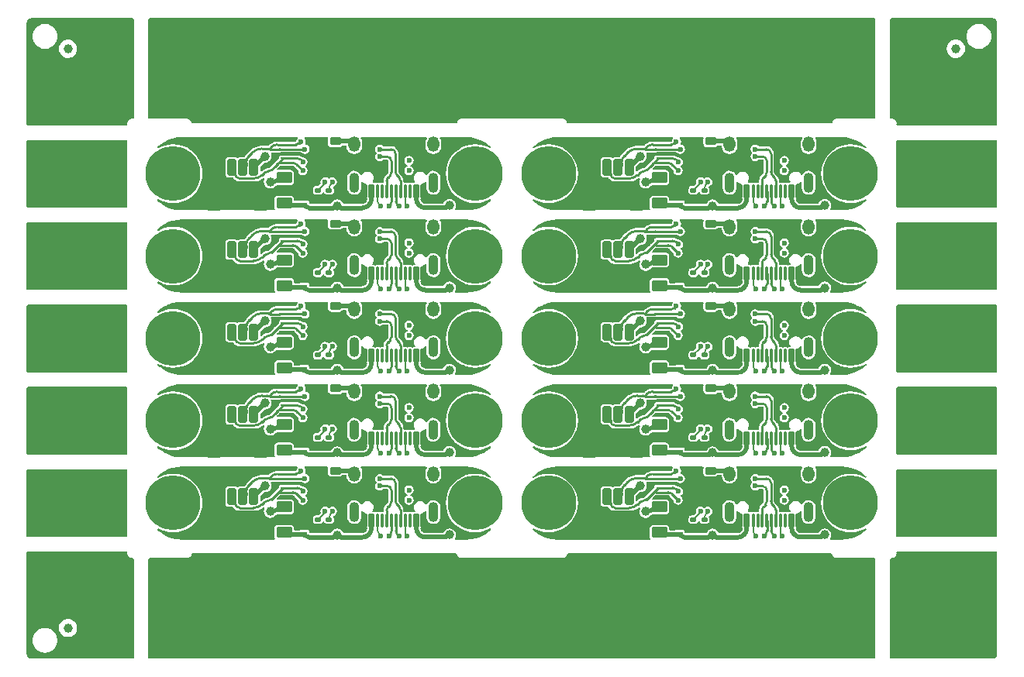
<source format=gtl>
G04 #@! TF.GenerationSoftware,KiCad,Pcbnew,7.0.9*
G04 #@! TF.CreationDate,2023-11-11T11:45:37+01:00*
G04 #@! TF.ProjectId,udb-s-panel,7564622d-732d-4706-916e-656c2e6b6963,rev?*
G04 #@! TF.SameCoordinates,Original*
G04 #@! TF.FileFunction,Copper,L1,Top*
G04 #@! TF.FilePolarity,Positive*
%FSLAX46Y46*%
G04 Gerber Fmt 4.6, Leading zero omitted, Abs format (unit mm)*
G04 Created by KiCad (PCBNEW 7.0.9) date 2023-11-11 11:45:37*
%MOMM*%
%LPD*%
G01*
G04 APERTURE LIST*
G04 Aperture macros list*
%AMRoundRect*
0 Rectangle with rounded corners*
0 $1 Rounding radius*
0 $2 $3 $4 $5 $6 $7 $8 $9 X,Y pos of 4 corners*
0 Add a 4 corners polygon primitive as box body*
4,1,4,$2,$3,$4,$5,$6,$7,$8,$9,$2,$3,0*
0 Add four circle primitives for the rounded corners*
1,1,$1+$1,$2,$3*
1,1,$1+$1,$4,$5*
1,1,$1+$1,$6,$7*
1,1,$1+$1,$8,$9*
0 Add four rect primitives between the rounded corners*
20,1,$1+$1,$2,$3,$4,$5,0*
20,1,$1+$1,$4,$5,$6,$7,0*
20,1,$1+$1,$6,$7,$8,$9,0*
20,1,$1+$1,$8,$9,$2,$3,0*%
G04 Aperture macros list end*
G04 #@! TA.AperFunction,SMDPad,CuDef*
%ADD10RoundRect,0.135000X0.185000X-0.135000X0.185000X0.135000X-0.185000X0.135000X-0.185000X-0.135000X0*%
G04 #@! TD*
G04 #@! TA.AperFunction,SMDPad,CuDef*
%ADD11RoundRect,0.135000X-0.185000X0.135000X-0.185000X-0.135000X0.185000X-0.135000X0.185000X0.135000X0*%
G04 #@! TD*
G04 #@! TA.AperFunction,ComponentPad*
%ADD12C,3.600000*%
G04 #@! TD*
G04 #@! TA.AperFunction,ConnectorPad*
%ADD13C,6.000000*%
G04 #@! TD*
G04 #@! TA.AperFunction,SMDPad,CuDef*
%ADD14RoundRect,0.218750X-0.381250X0.218750X-0.381250X-0.218750X0.381250X-0.218750X0.381250X0.218750X0*%
G04 #@! TD*
G04 #@! TA.AperFunction,SMDPad,CuDef*
%ADD15RoundRect,0.250000X0.625000X-0.375000X0.625000X0.375000X-0.625000X0.375000X-0.625000X-0.375000X0*%
G04 #@! TD*
G04 #@! TA.AperFunction,SMDPad,CuDef*
%ADD16RoundRect,0.125000X-0.150000X0.000000X-0.150000X0.000000X0.150000X0.000000X0.150000X0.000000X0*%
G04 #@! TD*
G04 #@! TA.AperFunction,SMDPad,CuDef*
%ADD17R,0.550000X0.250000*%
G04 #@! TD*
G04 #@! TA.AperFunction,SMDPad,CuDef*
%ADD18R,0.550000X0.300000*%
G04 #@! TD*
G04 #@! TA.AperFunction,ComponentPad*
%ADD19C,6.000000*%
G04 #@! TD*
G04 #@! TA.AperFunction,SMDPad,CuDef*
%ADD20RoundRect,0.060000X0.240000X0.665000X-0.240000X0.665000X-0.240000X-0.665000X0.240000X-0.665000X0*%
G04 #@! TD*
G04 #@! TA.AperFunction,SMDPad,CuDef*
%ADD21RoundRect,0.060000X0.090000X0.665000X-0.090000X0.665000X-0.090000X-0.665000X0.090000X-0.665000X0*%
G04 #@! TD*
G04 #@! TA.AperFunction,ComponentPad*
%ADD22O,1.100000X2.200000*%
G04 #@! TD*
G04 #@! TA.AperFunction,ComponentPad*
%ADD23O,1.300000X1.700000*%
G04 #@! TD*
G04 #@! TA.AperFunction,SMDPad,CuDef*
%ADD24R,0.700000X0.600000*%
G04 #@! TD*
G04 #@! TA.AperFunction,SMDPad,CuDef*
%ADD25RoundRect,0.166667X-0.333333X-0.733333X0.333333X-0.733333X0.333333X0.733333X-0.333333X0.733333X0*%
G04 #@! TD*
G04 #@! TA.AperFunction,ComponentPad*
%ADD26C,0.600000*%
G04 #@! TD*
G04 #@! TA.AperFunction,SMDPad,CuDef*
%ADD27RoundRect,0.100000X-0.625000X-0.900000X0.625000X-0.900000X0.625000X0.900000X-0.625000X0.900000X0*%
G04 #@! TD*
G04 #@! TA.AperFunction,SMDPad,CuDef*
%ADD28C,1.000000*%
G04 #@! TD*
G04 #@! TA.AperFunction,ViaPad*
%ADD29C,1.000000*%
G04 #@! TD*
G04 #@! TA.AperFunction,ViaPad*
%ADD30C,0.600000*%
G04 #@! TD*
G04 #@! TA.AperFunction,Conductor*
%ADD31C,0.500000*%
G04 #@! TD*
G04 #@! TA.AperFunction,Conductor*
%ADD32C,0.250000*%
G04 #@! TD*
G04 #@! TA.AperFunction,Conductor*
%ADD33C,0.200000*%
G04 #@! TD*
G04 APERTURE END LIST*
D10*
G04 #@! TO.P,R1,1*
G04 #@! TO.N,Board_4-GND*
X33517352Y32667505D03*
G04 #@! TO.P,R1,2*
G04 #@! TO.N,Board_4-Net-(J1-CC1)*
X33517352Y33687505D03*
G04 #@! TD*
D11*
G04 #@! TO.P,R2,1*
G04 #@! TO.N,Board_7-Net-(J1-CC2)*
X73317353Y24687503D03*
G04 #@! TO.P,R2,2*
G04 #@! TO.N,Board_7-GND*
X73317353Y23667503D03*
G04 #@! TD*
D12*
G04 #@! TO.P,H1,1,1*
G04 #@! TO.N,Board_6-GNDPWR*
X49498602Y26500003D03*
D13*
X49498602Y26500003D03*
G04 #@! TD*
D14*
G04 #@! TO.P,FB1,1*
G04 #@! TO.N,Board_2-GNDPWR*
X34217352Y48040007D03*
G04 #@! TO.P,FB1,2*
G04 #@! TO.N,Board_2-GND*
X34217352Y45915007D03*
G04 #@! TD*
D15*
G04 #@! TO.P,F1,1*
G04 #@! TO.N,Board_4-VBUS*
X28617352Y32277505D03*
G04 #@! TO.P,F1,2*
G04 #@! TO.N,Board_4-5V*
X28617352Y35077505D03*
G04 #@! TD*
D14*
G04 #@! TO.P,FB1,1*
G04 #@! TO.N,Board_1-GNDPWR*
X75217353Y57040009D03*
G04 #@! TO.P,FB1,2*
G04 #@! TO.N,Board_1-GND*
X75217353Y54915009D03*
G04 #@! TD*
D16*
G04 #@! TO.P,U1,1,IO1*
G04 #@! TO.N,Board_5-D-*
X69532353Y38677505D03*
D17*
G04 #@! TO.P,U1,2,IO2*
X69532353Y38177505D03*
D18*
G04 #@! TO.P,U1,3,GND*
G04 #@! TO.N,Board_5-GND*
X69532353Y37677505D03*
D17*
G04 #@! TO.P,U1,4,D2+*
G04 #@! TO.N,Board_5-D+*
X69532353Y37177505D03*
G04 #@! TO.P,U1,5,D2-*
X69532353Y36677505D03*
G04 #@! TO.P,U1,6,NC*
X70302353Y36677505D03*
G04 #@! TO.P,U1,7,NC*
X70302353Y37177505D03*
D18*
G04 #@! TO.P,U1,8,GND*
G04 #@! TO.N,Board_5-GND*
X70302353Y37677505D03*
D17*
G04 #@! TO.P,U1,9,NC*
G04 #@! TO.N,Board_5-D-*
X70302353Y38177505D03*
G04 #@! TO.P,U1,10,NC*
X70302353Y38677505D03*
G04 #@! TD*
D12*
G04 #@! TO.P,H1,1,1*
G04 #@! TO.N,Board_4-GNDPWR*
X49498602Y35500005D03*
D13*
X49498602Y35500005D03*
G04 #@! TD*
D16*
G04 #@! TO.P,U1,1,IO1*
G04 #@! TO.N,Board_0-D-*
X28532352Y56677509D03*
D17*
G04 #@! TO.P,U1,2,IO2*
X28532352Y56177509D03*
D18*
G04 #@! TO.P,U1,3,GND*
G04 #@! TO.N,Board_0-GND*
X28532352Y55677509D03*
D17*
G04 #@! TO.P,U1,4,D2+*
G04 #@! TO.N,Board_0-D+*
X28532352Y55177509D03*
G04 #@! TO.P,U1,5,D2-*
X28532352Y54677509D03*
G04 #@! TO.P,U1,6,NC*
X29302352Y54677509D03*
G04 #@! TO.P,U1,7,NC*
X29302352Y55177509D03*
D18*
G04 #@! TO.P,U1,8,GND*
G04 #@! TO.N,Board_0-GND*
X29302352Y55677509D03*
D17*
G04 #@! TO.P,U1,9,NC*
G04 #@! TO.N,Board_0-D-*
X29302352Y56177509D03*
G04 #@! TO.P,U1,10,NC*
X29302352Y56677509D03*
G04 #@! TD*
D19*
G04 #@! TO.P,H2,1*
G04 #@! TO.N,N/C*
X57498603Y35500005D03*
G04 #@! TD*
D20*
G04 #@! TO.P,J1,A1,GND*
G04 #@! TO.N,Board_9-GND*
X84823603Y15605001D03*
G04 #@! TO.P,J1,A4,VBUS*
G04 #@! TO.N,Board_9-VBUS*
X84048603Y15605001D03*
D21*
G04 #@! TO.P,J1,A5,CC1*
G04 #@! TO.N,Board_9-Net-(J1-CC1)*
X82848603Y15605001D03*
G04 #@! TO.P,J1,A6,D+*
G04 #@! TO.N,Board_9-D+*
X81848603Y15605001D03*
G04 #@! TO.P,J1,A7,D-*
G04 #@! TO.N,Board_9-D-*
X81348603Y15605001D03*
G04 #@! TO.P,J1,A8,SBU1*
G04 #@! TO.N,Board_9-unconnected-(J1-SBU1-PadA8)*
X80348603Y15605001D03*
D20*
G04 #@! TO.P,J1,B1,GND*
G04 #@! TO.N,Board_9-GND*
X78373603Y15605001D03*
G04 #@! TO.P,J1,B4,VBUS*
G04 #@! TO.N,Board_9-VBUS*
X79148603Y15605001D03*
D21*
G04 #@! TO.P,J1,B5,CC2*
G04 #@! TO.N,Board_9-Net-(J1-CC2)*
X79848603Y15605001D03*
G04 #@! TO.P,J1,B6,D+*
G04 #@! TO.N,Board_9-D+*
X80848603Y15605001D03*
G04 #@! TO.P,J1,B7,D-*
G04 #@! TO.N,Board_9-D-*
X82348603Y15605001D03*
G04 #@! TO.P,J1,B8,SBU2*
G04 #@! TO.N,Board_9-unconnected-(J1-SBU2-PadB8)*
X83348603Y15605001D03*
D22*
G04 #@! TO.P,J1,S1,SHIELD*
G04 #@! TO.N,Board_9-GNDPWR*
X85918603Y16520001D03*
D23*
X85918603Y20700001D03*
D22*
X77278603Y16520001D03*
D23*
X77278603Y20700001D03*
G04 #@! TD*
D20*
G04 #@! TO.P,J1,A1,GND*
G04 #@! TO.N,Board_2-GND*
X43823602Y42605007D03*
G04 #@! TO.P,J1,A4,VBUS*
G04 #@! TO.N,Board_2-VBUS*
X43048602Y42605007D03*
D21*
G04 #@! TO.P,J1,A5,CC1*
G04 #@! TO.N,Board_2-Net-(J1-CC1)*
X41848602Y42605007D03*
G04 #@! TO.P,J1,A6,D+*
G04 #@! TO.N,Board_2-D+*
X40848602Y42605007D03*
G04 #@! TO.P,J1,A7,D-*
G04 #@! TO.N,Board_2-D-*
X40348602Y42605007D03*
G04 #@! TO.P,J1,A8,SBU1*
G04 #@! TO.N,Board_2-unconnected-(J1-SBU1-PadA8)*
X39348602Y42605007D03*
D20*
G04 #@! TO.P,J1,B1,GND*
G04 #@! TO.N,Board_2-GND*
X37373602Y42605007D03*
G04 #@! TO.P,J1,B4,VBUS*
G04 #@! TO.N,Board_2-VBUS*
X38148602Y42605007D03*
D21*
G04 #@! TO.P,J1,B5,CC2*
G04 #@! TO.N,Board_2-Net-(J1-CC2)*
X38848602Y42605007D03*
G04 #@! TO.P,J1,B6,D+*
G04 #@! TO.N,Board_2-D+*
X39848602Y42605007D03*
G04 #@! TO.P,J1,B7,D-*
G04 #@! TO.N,Board_2-D-*
X41348602Y42605007D03*
G04 #@! TO.P,J1,B8,SBU2*
G04 #@! TO.N,Board_2-unconnected-(J1-SBU2-PadB8)*
X42348602Y42605007D03*
D22*
G04 #@! TO.P,J1,S1,SHIELD*
G04 #@! TO.N,Board_2-GNDPWR*
X44918602Y43520007D03*
D23*
X44918602Y47700007D03*
D22*
X36278602Y43520007D03*
D23*
X36278602Y47700007D03*
G04 #@! TD*
D12*
G04 #@! TO.P,H1,1,1*
G04 #@! TO.N,Board_1-GNDPWR*
X90498603Y53500009D03*
D13*
X90498603Y53500009D03*
G04 #@! TD*
D16*
G04 #@! TO.P,U1,1,IO1*
G04 #@! TO.N,Board_3-D-*
X69532353Y47677507D03*
D17*
G04 #@! TO.P,U1,2,IO2*
X69532353Y47177507D03*
D18*
G04 #@! TO.P,U1,3,GND*
G04 #@! TO.N,Board_3-GND*
X69532353Y46677507D03*
D17*
G04 #@! TO.P,U1,4,D2+*
G04 #@! TO.N,Board_3-D+*
X69532353Y46177507D03*
G04 #@! TO.P,U1,5,D2-*
X69532353Y45677507D03*
G04 #@! TO.P,U1,6,NC*
X70302353Y45677507D03*
G04 #@! TO.P,U1,7,NC*
X70302353Y46177507D03*
D18*
G04 #@! TO.P,U1,8,GND*
G04 #@! TO.N,Board_3-GND*
X70302353Y46677507D03*
D17*
G04 #@! TO.P,U1,9,NC*
G04 #@! TO.N,Board_3-D-*
X70302353Y47177507D03*
G04 #@! TO.P,U1,10,NC*
X70302353Y47677507D03*
G04 #@! TD*
D24*
G04 #@! TO.P,D1,1,A1*
G04 #@! TO.N,Board_9-VBUS*
X71817353Y14077501D03*
G04 #@! TO.P,D1,2,A2*
G04 #@! TO.N,Board_9-GND*
X71817353Y15477501D03*
G04 #@! TD*
D19*
G04 #@! TO.P,H2,1*
G04 #@! TO.N,N/C*
X57498603Y26500003D03*
G04 #@! TD*
D15*
G04 #@! TO.P,F1,1*
G04 #@! TO.N,Board_5-VBUS*
X69617353Y32277505D03*
G04 #@! TO.P,F1,2*
G04 #@! TO.N,Board_5-5V*
X69617353Y35077505D03*
G04 #@! TD*
D19*
G04 #@! TO.P,H2,1*
G04 #@! TO.N,N/C*
X57498603Y17500001D03*
G04 #@! TD*
D20*
G04 #@! TO.P,J1,A1,GND*
G04 #@! TO.N,Board_3-GND*
X84823603Y42605007D03*
G04 #@! TO.P,J1,A4,VBUS*
G04 #@! TO.N,Board_3-VBUS*
X84048603Y42605007D03*
D21*
G04 #@! TO.P,J1,A5,CC1*
G04 #@! TO.N,Board_3-Net-(J1-CC1)*
X82848603Y42605007D03*
G04 #@! TO.P,J1,A6,D+*
G04 #@! TO.N,Board_3-D+*
X81848603Y42605007D03*
G04 #@! TO.P,J1,A7,D-*
G04 #@! TO.N,Board_3-D-*
X81348603Y42605007D03*
G04 #@! TO.P,J1,A8,SBU1*
G04 #@! TO.N,Board_3-unconnected-(J1-SBU1-PadA8)*
X80348603Y42605007D03*
D20*
G04 #@! TO.P,J1,B1,GND*
G04 #@! TO.N,Board_3-GND*
X78373603Y42605007D03*
G04 #@! TO.P,J1,B4,VBUS*
G04 #@! TO.N,Board_3-VBUS*
X79148603Y42605007D03*
D21*
G04 #@! TO.P,J1,B5,CC2*
G04 #@! TO.N,Board_3-Net-(J1-CC2)*
X79848603Y42605007D03*
G04 #@! TO.P,J1,B6,D+*
G04 #@! TO.N,Board_3-D+*
X80848603Y42605007D03*
G04 #@! TO.P,J1,B7,D-*
G04 #@! TO.N,Board_3-D-*
X82348603Y42605007D03*
G04 #@! TO.P,J1,B8,SBU2*
G04 #@! TO.N,Board_3-unconnected-(J1-SBU2-PadB8)*
X83348603Y42605007D03*
D22*
G04 #@! TO.P,J1,S1,SHIELD*
G04 #@! TO.N,Board_3-GNDPWR*
X85918603Y43520007D03*
D23*
X85918603Y47700007D03*
D22*
X77278603Y43520007D03*
D23*
X77278603Y47700007D03*
G04 #@! TD*
D25*
G04 #@! TO.P,J2,1,Pin_1*
G04 #@! TO.N,Board_4-GND*
X21698602Y36200005D03*
G04 #@! TO.P,J2,2,Pin_2*
G04 #@! TO.N,Board_4-D+*
X22898602Y36200005D03*
G04 #@! TO.P,J2,3,Pin_3*
G04 #@! TO.N,Board_4-D-*
X24098602Y36200005D03*
G04 #@! TO.P,J2,4,Pin_4*
G04 #@! TO.N,Board_4-5V*
X25298602Y36200005D03*
D26*
G04 #@! TO.P,J2,MP,MountPin*
G04 #@! TO.N,Board_4-GND*
X20498602Y33200005D03*
D27*
X20923602Y32500005D03*
D26*
X21298602Y33200005D03*
X21298602Y32500005D03*
X21298602Y31800005D03*
X25698602Y33200005D03*
X25698602Y32500005D03*
X25698602Y31800005D03*
D27*
X26073602Y32500005D03*
D26*
X26448602Y33200005D03*
G04 #@! TD*
D25*
G04 #@! TO.P,J2,1,Pin_1*
G04 #@! TO.N,Board_3-GND*
X62698603Y45200007D03*
G04 #@! TO.P,J2,2,Pin_2*
G04 #@! TO.N,Board_3-D+*
X63898603Y45200007D03*
G04 #@! TO.P,J2,3,Pin_3*
G04 #@! TO.N,Board_3-D-*
X65098603Y45200007D03*
G04 #@! TO.P,J2,4,Pin_4*
G04 #@! TO.N,Board_3-5V*
X66298603Y45200007D03*
D26*
G04 #@! TO.P,J2,MP,MountPin*
G04 #@! TO.N,Board_3-GND*
X61498603Y42200007D03*
D27*
X61923603Y41500007D03*
D26*
X62298603Y42200007D03*
X62298603Y41500007D03*
X62298603Y40800007D03*
X66698603Y42200007D03*
X66698603Y41500007D03*
X66698603Y40800007D03*
D27*
X67073603Y41500007D03*
D26*
X67448603Y42200007D03*
G04 #@! TD*
D25*
G04 #@! TO.P,J2,1,Pin_1*
G04 #@! TO.N,Board_0-GND*
X21698602Y54200009D03*
G04 #@! TO.P,J2,2,Pin_2*
G04 #@! TO.N,Board_0-D+*
X22898602Y54200009D03*
G04 #@! TO.P,J2,3,Pin_3*
G04 #@! TO.N,Board_0-D-*
X24098602Y54200009D03*
G04 #@! TO.P,J2,4,Pin_4*
G04 #@! TO.N,Board_0-5V*
X25298602Y54200009D03*
D26*
G04 #@! TO.P,J2,MP,MountPin*
G04 #@! TO.N,Board_0-GND*
X20498602Y51200009D03*
D27*
X20923602Y50500009D03*
D26*
X21298602Y51200009D03*
X21298602Y50500009D03*
X21298602Y49800009D03*
X25698602Y51200009D03*
X25698602Y50500009D03*
X25698602Y49800009D03*
D27*
X26073602Y50500009D03*
D26*
X26448602Y51200009D03*
G04 #@! TD*
D14*
G04 #@! TO.P,FB1,1*
G04 #@! TO.N,Board_9-GNDPWR*
X75217353Y21040001D03*
G04 #@! TO.P,FB1,2*
G04 #@! TO.N,Board_9-GND*
X75217353Y18915001D03*
G04 #@! TD*
D25*
G04 #@! TO.P,J2,1,Pin_1*
G04 #@! TO.N,Board_8-GND*
X21698602Y18200001D03*
G04 #@! TO.P,J2,2,Pin_2*
G04 #@! TO.N,Board_8-D+*
X22898602Y18200001D03*
G04 #@! TO.P,J2,3,Pin_3*
G04 #@! TO.N,Board_8-D-*
X24098602Y18200001D03*
G04 #@! TO.P,J2,4,Pin_4*
G04 #@! TO.N,Board_8-5V*
X25298602Y18200001D03*
D26*
G04 #@! TO.P,J2,MP,MountPin*
G04 #@! TO.N,Board_8-GND*
X20498602Y15200001D03*
D27*
X20923602Y14500001D03*
D26*
X21298602Y15200001D03*
X21298602Y14500001D03*
X21298602Y13800001D03*
X25698602Y15200001D03*
X25698602Y14500001D03*
X25698602Y13800001D03*
D27*
X26073602Y14500001D03*
D26*
X26448602Y15200001D03*
G04 #@! TD*
D10*
G04 #@! TO.P,R1,1*
G04 #@! TO.N,Board_8-GND*
X33517352Y14667501D03*
G04 #@! TO.P,R1,2*
G04 #@! TO.N,Board_8-Net-(J1-CC1)*
X33517352Y15687501D03*
G04 #@! TD*
D11*
G04 #@! TO.P,R2,1*
G04 #@! TO.N,Board_0-Net-(J1-CC2)*
X32317352Y51687509D03*
G04 #@! TO.P,R2,2*
G04 #@! TO.N,Board_0-GND*
X32317352Y50667509D03*
G04 #@! TD*
D24*
G04 #@! TO.P,D1,1,A1*
G04 #@! TO.N,Board_5-VBUS*
X71817353Y32077505D03*
G04 #@! TO.P,D1,2,A2*
G04 #@! TO.N,Board_5-GND*
X71817353Y33477505D03*
G04 #@! TD*
D20*
G04 #@! TO.P,J1,A1,GND*
G04 #@! TO.N,Board_4-GND*
X43823602Y33605005D03*
G04 #@! TO.P,J1,A4,VBUS*
G04 #@! TO.N,Board_4-VBUS*
X43048602Y33605005D03*
D21*
G04 #@! TO.P,J1,A5,CC1*
G04 #@! TO.N,Board_4-Net-(J1-CC1)*
X41848602Y33605005D03*
G04 #@! TO.P,J1,A6,D+*
G04 #@! TO.N,Board_4-D+*
X40848602Y33605005D03*
G04 #@! TO.P,J1,A7,D-*
G04 #@! TO.N,Board_4-D-*
X40348602Y33605005D03*
G04 #@! TO.P,J1,A8,SBU1*
G04 #@! TO.N,Board_4-unconnected-(J1-SBU1-PadA8)*
X39348602Y33605005D03*
D20*
G04 #@! TO.P,J1,B1,GND*
G04 #@! TO.N,Board_4-GND*
X37373602Y33605005D03*
G04 #@! TO.P,J1,B4,VBUS*
G04 #@! TO.N,Board_4-VBUS*
X38148602Y33605005D03*
D21*
G04 #@! TO.P,J1,B5,CC2*
G04 #@! TO.N,Board_4-Net-(J1-CC2)*
X38848602Y33605005D03*
G04 #@! TO.P,J1,B6,D+*
G04 #@! TO.N,Board_4-D+*
X39848602Y33605005D03*
G04 #@! TO.P,J1,B7,D-*
G04 #@! TO.N,Board_4-D-*
X41348602Y33605005D03*
G04 #@! TO.P,J1,B8,SBU2*
G04 #@! TO.N,Board_4-unconnected-(J1-SBU2-PadB8)*
X42348602Y33605005D03*
D22*
G04 #@! TO.P,J1,S1,SHIELD*
G04 #@! TO.N,Board_4-GNDPWR*
X44918602Y34520005D03*
D23*
X44918602Y38700005D03*
D22*
X36278602Y34520005D03*
D23*
X36278602Y38700005D03*
G04 #@! TD*
D10*
G04 #@! TO.P,R1,1*
G04 #@! TO.N,Board_6-GND*
X33517352Y23667503D03*
G04 #@! TO.P,R1,2*
G04 #@! TO.N,Board_6-Net-(J1-CC1)*
X33517352Y24687503D03*
G04 #@! TD*
G04 #@! TO.P,R1,1*
G04 #@! TO.N,Board_5-GND*
X74517353Y32667505D03*
G04 #@! TO.P,R1,2*
G04 #@! TO.N,Board_5-Net-(J1-CC1)*
X74517353Y33687505D03*
G04 #@! TD*
G04 #@! TO.P,R1,1*
G04 #@! TO.N,Board_0-GND*
X33517352Y50667509D03*
G04 #@! TO.P,R1,2*
G04 #@! TO.N,Board_0-Net-(J1-CC1)*
X33517352Y51687509D03*
G04 #@! TD*
D25*
G04 #@! TO.P,J2,1,Pin_1*
G04 #@! TO.N,Board_1-GND*
X62698603Y54200009D03*
G04 #@! TO.P,J2,2,Pin_2*
G04 #@! TO.N,Board_1-D+*
X63898603Y54200009D03*
G04 #@! TO.P,J2,3,Pin_3*
G04 #@! TO.N,Board_1-D-*
X65098603Y54200009D03*
G04 #@! TO.P,J2,4,Pin_4*
G04 #@! TO.N,Board_1-5V*
X66298603Y54200009D03*
D26*
G04 #@! TO.P,J2,MP,MountPin*
G04 #@! TO.N,Board_1-GND*
X61498603Y51200009D03*
D27*
X61923603Y50500009D03*
D26*
X62298603Y51200009D03*
X62298603Y50500009D03*
X62298603Y49800009D03*
X66698603Y51200009D03*
X66698603Y50500009D03*
X66698603Y49800009D03*
D27*
X67073603Y50500009D03*
D26*
X67448603Y51200009D03*
G04 #@! TD*
D10*
G04 #@! TO.P,R1,1*
G04 #@! TO.N,Board_3-GND*
X74517353Y41667507D03*
G04 #@! TO.P,R1,2*
G04 #@! TO.N,Board_3-Net-(J1-CC1)*
X74517353Y42687507D03*
G04 #@! TD*
D14*
G04 #@! TO.P,FB1,1*
G04 #@! TO.N,Board_4-GNDPWR*
X34217352Y39040005D03*
G04 #@! TO.P,FB1,2*
G04 #@! TO.N,Board_4-GND*
X34217352Y36915005D03*
G04 #@! TD*
D16*
G04 #@! TO.P,U1,1,IO1*
G04 #@! TO.N,Board_2-D-*
X28532352Y47677507D03*
D17*
G04 #@! TO.P,U1,2,IO2*
X28532352Y47177507D03*
D18*
G04 #@! TO.P,U1,3,GND*
G04 #@! TO.N,Board_2-GND*
X28532352Y46677507D03*
D17*
G04 #@! TO.P,U1,4,D2+*
G04 #@! TO.N,Board_2-D+*
X28532352Y46177507D03*
G04 #@! TO.P,U1,5,D2-*
X28532352Y45677507D03*
G04 #@! TO.P,U1,6,NC*
X29302352Y45677507D03*
G04 #@! TO.P,U1,7,NC*
X29302352Y46177507D03*
D18*
G04 #@! TO.P,U1,8,GND*
G04 #@! TO.N,Board_2-GND*
X29302352Y46677507D03*
D17*
G04 #@! TO.P,U1,9,NC*
G04 #@! TO.N,Board_2-D-*
X29302352Y47177507D03*
G04 #@! TO.P,U1,10,NC*
X29302352Y47677507D03*
G04 #@! TD*
D15*
G04 #@! TO.P,F1,1*
G04 #@! TO.N,Board_9-VBUS*
X69617353Y14277501D03*
G04 #@! TO.P,F1,2*
G04 #@! TO.N,Board_9-5V*
X69617353Y17077501D03*
G04 #@! TD*
D12*
G04 #@! TO.P,H1,1,1*
G04 #@! TO.N,Board_7-GNDPWR*
X90498603Y26500003D03*
D13*
X90498603Y26500003D03*
G04 #@! TD*
D20*
G04 #@! TO.P,J1,A1,GND*
G04 #@! TO.N,Board_5-GND*
X84823603Y33605005D03*
G04 #@! TO.P,J1,A4,VBUS*
G04 #@! TO.N,Board_5-VBUS*
X84048603Y33605005D03*
D21*
G04 #@! TO.P,J1,A5,CC1*
G04 #@! TO.N,Board_5-Net-(J1-CC1)*
X82848603Y33605005D03*
G04 #@! TO.P,J1,A6,D+*
G04 #@! TO.N,Board_5-D+*
X81848603Y33605005D03*
G04 #@! TO.P,J1,A7,D-*
G04 #@! TO.N,Board_5-D-*
X81348603Y33605005D03*
G04 #@! TO.P,J1,A8,SBU1*
G04 #@! TO.N,Board_5-unconnected-(J1-SBU1-PadA8)*
X80348603Y33605005D03*
D20*
G04 #@! TO.P,J1,B1,GND*
G04 #@! TO.N,Board_5-GND*
X78373603Y33605005D03*
G04 #@! TO.P,J1,B4,VBUS*
G04 #@! TO.N,Board_5-VBUS*
X79148603Y33605005D03*
D21*
G04 #@! TO.P,J1,B5,CC2*
G04 #@! TO.N,Board_5-Net-(J1-CC2)*
X79848603Y33605005D03*
G04 #@! TO.P,J1,B6,D+*
G04 #@! TO.N,Board_5-D+*
X80848603Y33605005D03*
G04 #@! TO.P,J1,B7,D-*
G04 #@! TO.N,Board_5-D-*
X82348603Y33605005D03*
G04 #@! TO.P,J1,B8,SBU2*
G04 #@! TO.N,Board_5-unconnected-(J1-SBU2-PadB8)*
X83348603Y33605005D03*
D22*
G04 #@! TO.P,J1,S1,SHIELD*
G04 #@! TO.N,Board_5-GNDPWR*
X85918603Y34520005D03*
D23*
X85918603Y38700005D03*
D22*
X77278603Y34520005D03*
D23*
X77278603Y38700005D03*
G04 #@! TD*
D10*
G04 #@! TO.P,R1,1*
G04 #@! TO.N,Board_2-GND*
X33517352Y41667507D03*
G04 #@! TO.P,R1,2*
G04 #@! TO.N,Board_2-Net-(J1-CC1)*
X33517352Y42687507D03*
G04 #@! TD*
D19*
G04 #@! TO.P,H2,1*
G04 #@! TO.N,N/C*
X16498602Y35500005D03*
G04 #@! TD*
D24*
G04 #@! TO.P,D1,1,A1*
G04 #@! TO.N,Board_0-VBUS*
X30817352Y50077509D03*
G04 #@! TO.P,D1,2,A2*
G04 #@! TO.N,Board_0-GND*
X30817352Y51477509D03*
G04 #@! TD*
D11*
G04 #@! TO.P,R2,1*
G04 #@! TO.N,Board_4-Net-(J1-CC2)*
X32317352Y33687505D03*
G04 #@! TO.P,R2,2*
G04 #@! TO.N,Board_4-GND*
X32317352Y32667505D03*
G04 #@! TD*
G04 #@! TO.P,R2,1*
G04 #@! TO.N,Board_9-Net-(J1-CC2)*
X73317353Y15687501D03*
G04 #@! TO.P,R2,2*
G04 #@! TO.N,Board_9-GND*
X73317353Y14667501D03*
G04 #@! TD*
D19*
G04 #@! TO.P,H2,1*
G04 #@! TO.N,N/C*
X16498602Y26500003D03*
G04 #@! TD*
D24*
G04 #@! TO.P,D1,1,A1*
G04 #@! TO.N,Board_4-VBUS*
X30817352Y32077505D03*
G04 #@! TO.P,D1,2,A2*
G04 #@! TO.N,Board_4-GND*
X30817352Y33477505D03*
G04 #@! TD*
D11*
G04 #@! TO.P,R2,1*
G04 #@! TO.N,Board_6-Net-(J1-CC2)*
X32317352Y24687503D03*
G04 #@! TO.P,R2,2*
G04 #@! TO.N,Board_6-GND*
X32317352Y23667503D03*
G04 #@! TD*
D28*
G04 #@! TO.P,KiKit_FID_T_2,*
G04 #@! TO.N,*
X101997204Y67150010D03*
G04 #@! TD*
D11*
G04 #@! TO.P,R2,1*
G04 #@! TO.N,Board_8-Net-(J1-CC2)*
X32317352Y15687501D03*
G04 #@! TO.P,R2,2*
G04 #@! TO.N,Board_8-GND*
X32317352Y14667501D03*
G04 #@! TD*
G04 #@! TO.P,R2,1*
G04 #@! TO.N,Board_1-Net-(J1-CC2)*
X73317353Y51687509D03*
G04 #@! TO.P,R2,2*
G04 #@! TO.N,Board_1-GND*
X73317353Y50667509D03*
G04 #@! TD*
D14*
G04 #@! TO.P,FB1,1*
G04 #@! TO.N,Board_8-GNDPWR*
X34217352Y21040001D03*
G04 #@! TO.P,FB1,2*
G04 #@! TO.N,Board_8-GND*
X34217352Y18915001D03*
G04 #@! TD*
D19*
G04 #@! TO.P,H2,1*
G04 #@! TO.N,N/C*
X16498602Y44500007D03*
G04 #@! TD*
D16*
G04 #@! TO.P,U1,1,IO1*
G04 #@! TO.N,Board_7-D-*
X69532353Y29677503D03*
D17*
G04 #@! TO.P,U1,2,IO2*
X69532353Y29177503D03*
D18*
G04 #@! TO.P,U1,3,GND*
G04 #@! TO.N,Board_7-GND*
X69532353Y28677503D03*
D17*
G04 #@! TO.P,U1,4,D2+*
G04 #@! TO.N,Board_7-D+*
X69532353Y28177503D03*
G04 #@! TO.P,U1,5,D2-*
X69532353Y27677503D03*
G04 #@! TO.P,U1,6,NC*
X70302353Y27677503D03*
G04 #@! TO.P,U1,7,NC*
X70302353Y28177503D03*
D18*
G04 #@! TO.P,U1,8,GND*
G04 #@! TO.N,Board_7-GND*
X70302353Y28677503D03*
D17*
G04 #@! TO.P,U1,9,NC*
G04 #@! TO.N,Board_7-D-*
X70302353Y29177503D03*
G04 #@! TO.P,U1,10,NC*
X70302353Y29677503D03*
G04 #@! TD*
D11*
G04 #@! TO.P,R2,1*
G04 #@! TO.N,Board_3-Net-(J1-CC2)*
X73317353Y42687507D03*
G04 #@! TO.P,R2,2*
G04 #@! TO.N,Board_3-GND*
X73317353Y41667507D03*
G04 #@! TD*
D24*
G04 #@! TO.P,D1,1,A1*
G04 #@! TO.N,Board_2-VBUS*
X30817352Y41077507D03*
G04 #@! TO.P,D1,2,A2*
G04 #@! TO.N,Board_2-GND*
X30817352Y42477507D03*
G04 #@! TD*
D10*
G04 #@! TO.P,R1,1*
G04 #@! TO.N,Board_7-GND*
X74517353Y23667503D03*
G04 #@! TO.P,R1,2*
G04 #@! TO.N,Board_7-Net-(J1-CC1)*
X74517353Y24687503D03*
G04 #@! TD*
D28*
G04 #@! TO.P,KiKit_FID_T_1,*
G04 #@! TO.N,*
X5000000Y67150010D03*
G04 #@! TD*
D15*
G04 #@! TO.P,F1,1*
G04 #@! TO.N,Board_8-VBUS*
X28617352Y14277501D03*
G04 #@! TO.P,F1,2*
G04 #@! TO.N,Board_8-5V*
X28617352Y17077501D03*
G04 #@! TD*
D19*
G04 #@! TO.P,H2,1*
G04 #@! TO.N,N/C*
X16498602Y53500009D03*
G04 #@! TD*
D25*
G04 #@! TO.P,J2,1,Pin_1*
G04 #@! TO.N,Board_2-GND*
X21698602Y45200007D03*
G04 #@! TO.P,J2,2,Pin_2*
G04 #@! TO.N,Board_2-D+*
X22898602Y45200007D03*
G04 #@! TO.P,J2,3,Pin_3*
G04 #@! TO.N,Board_2-D-*
X24098602Y45200007D03*
G04 #@! TO.P,J2,4,Pin_4*
G04 #@! TO.N,Board_2-5V*
X25298602Y45200007D03*
D26*
G04 #@! TO.P,J2,MP,MountPin*
G04 #@! TO.N,Board_2-GND*
X20498602Y42200007D03*
D27*
X20923602Y41500007D03*
D26*
X21298602Y42200007D03*
X21298602Y41500007D03*
X21298602Y40800007D03*
X25698602Y42200007D03*
X25698602Y41500007D03*
X25698602Y40800007D03*
D27*
X26073602Y41500007D03*
D26*
X26448602Y42200007D03*
G04 #@! TD*
D20*
G04 #@! TO.P,J1,A1,GND*
G04 #@! TO.N,Board_1-GND*
X84823603Y51605009D03*
G04 #@! TO.P,J1,A4,VBUS*
G04 #@! TO.N,Board_1-VBUS*
X84048603Y51605009D03*
D21*
G04 #@! TO.P,J1,A5,CC1*
G04 #@! TO.N,Board_1-Net-(J1-CC1)*
X82848603Y51605009D03*
G04 #@! TO.P,J1,A6,D+*
G04 #@! TO.N,Board_1-D+*
X81848603Y51605009D03*
G04 #@! TO.P,J1,A7,D-*
G04 #@! TO.N,Board_1-D-*
X81348603Y51605009D03*
G04 #@! TO.P,J1,A8,SBU1*
G04 #@! TO.N,Board_1-unconnected-(J1-SBU1-PadA8)*
X80348603Y51605009D03*
D20*
G04 #@! TO.P,J1,B1,GND*
G04 #@! TO.N,Board_1-GND*
X78373603Y51605009D03*
G04 #@! TO.P,J1,B4,VBUS*
G04 #@! TO.N,Board_1-VBUS*
X79148603Y51605009D03*
D21*
G04 #@! TO.P,J1,B5,CC2*
G04 #@! TO.N,Board_1-Net-(J1-CC2)*
X79848603Y51605009D03*
G04 #@! TO.P,J1,B6,D+*
G04 #@! TO.N,Board_1-D+*
X80848603Y51605009D03*
G04 #@! TO.P,J1,B7,D-*
G04 #@! TO.N,Board_1-D-*
X82348603Y51605009D03*
G04 #@! TO.P,J1,B8,SBU2*
G04 #@! TO.N,Board_1-unconnected-(J1-SBU2-PadB8)*
X83348603Y51605009D03*
D22*
G04 #@! TO.P,J1,S1,SHIELD*
G04 #@! TO.N,Board_1-GNDPWR*
X85918603Y52520009D03*
D23*
X85918603Y56700009D03*
D22*
X77278603Y52520009D03*
D23*
X77278603Y56700009D03*
G04 #@! TD*
D16*
G04 #@! TO.P,U1,1,IO1*
G04 #@! TO.N,Board_6-D-*
X28532352Y29677503D03*
D17*
G04 #@! TO.P,U1,2,IO2*
X28532352Y29177503D03*
D18*
G04 #@! TO.P,U1,3,GND*
G04 #@! TO.N,Board_6-GND*
X28532352Y28677503D03*
D17*
G04 #@! TO.P,U1,4,D2+*
G04 #@! TO.N,Board_6-D+*
X28532352Y28177503D03*
G04 #@! TO.P,U1,5,D2-*
X28532352Y27677503D03*
G04 #@! TO.P,U1,6,NC*
X29302352Y27677503D03*
G04 #@! TO.P,U1,7,NC*
X29302352Y28177503D03*
D18*
G04 #@! TO.P,U1,8,GND*
G04 #@! TO.N,Board_6-GND*
X29302352Y28677503D03*
D17*
G04 #@! TO.P,U1,9,NC*
G04 #@! TO.N,Board_6-D-*
X29302352Y29177503D03*
G04 #@! TO.P,U1,10,NC*
X29302352Y29677503D03*
G04 #@! TD*
D25*
G04 #@! TO.P,J2,1,Pin_1*
G04 #@! TO.N,Board_5-GND*
X62698603Y36200005D03*
G04 #@! TO.P,J2,2,Pin_2*
G04 #@! TO.N,Board_5-D+*
X63898603Y36200005D03*
G04 #@! TO.P,J2,3,Pin_3*
G04 #@! TO.N,Board_5-D-*
X65098603Y36200005D03*
G04 #@! TO.P,J2,4,Pin_4*
G04 #@! TO.N,Board_5-5V*
X66298603Y36200005D03*
D26*
G04 #@! TO.P,J2,MP,MountPin*
G04 #@! TO.N,Board_5-GND*
X61498603Y33200005D03*
D27*
X61923603Y32500005D03*
D26*
X62298603Y33200005D03*
X62298603Y32500005D03*
X62298603Y31800005D03*
X66698603Y33200005D03*
X66698603Y32500005D03*
X66698603Y31800005D03*
D27*
X67073603Y32500005D03*
D26*
X67448603Y33200005D03*
G04 #@! TD*
D19*
G04 #@! TO.P,H2,1*
G04 #@! TO.N,N/C*
X57498603Y53500009D03*
G04 #@! TD*
D12*
G04 #@! TO.P,H1,1,1*
G04 #@! TO.N,Board_8-GNDPWR*
X49498602Y17500001D03*
D13*
X49498602Y17500001D03*
G04 #@! TD*
D15*
G04 #@! TO.P,F1,1*
G04 #@! TO.N,Board_0-VBUS*
X28617352Y50277509D03*
G04 #@! TO.P,F1,2*
G04 #@! TO.N,Board_0-5V*
X28617352Y53077509D03*
G04 #@! TD*
D25*
G04 #@! TO.P,J2,1,Pin_1*
G04 #@! TO.N,Board_7-GND*
X62698603Y27200003D03*
G04 #@! TO.P,J2,2,Pin_2*
G04 #@! TO.N,Board_7-D+*
X63898603Y27200003D03*
G04 #@! TO.P,J2,3,Pin_3*
G04 #@! TO.N,Board_7-D-*
X65098603Y27200003D03*
G04 #@! TO.P,J2,4,Pin_4*
G04 #@! TO.N,Board_7-5V*
X66298603Y27200003D03*
D26*
G04 #@! TO.P,J2,MP,MountPin*
G04 #@! TO.N,Board_7-GND*
X61498603Y24200003D03*
D27*
X61923603Y23500003D03*
D26*
X62298603Y24200003D03*
X62298603Y23500003D03*
X62298603Y22800003D03*
X66698603Y24200003D03*
X66698603Y23500003D03*
X66698603Y22800003D03*
D27*
X67073603Y23500003D03*
D26*
X67448603Y24200003D03*
G04 #@! TD*
D15*
G04 #@! TO.P,F1,1*
G04 #@! TO.N,Board_3-VBUS*
X69617353Y41277507D03*
G04 #@! TO.P,F1,2*
G04 #@! TO.N,Board_3-5V*
X69617353Y44077507D03*
G04 #@! TD*
D20*
G04 #@! TO.P,J1,A1,GND*
G04 #@! TO.N,Board_6-GND*
X43823602Y24605003D03*
G04 #@! TO.P,J1,A4,VBUS*
G04 #@! TO.N,Board_6-VBUS*
X43048602Y24605003D03*
D21*
G04 #@! TO.P,J1,A5,CC1*
G04 #@! TO.N,Board_6-Net-(J1-CC1)*
X41848602Y24605003D03*
G04 #@! TO.P,J1,A6,D+*
G04 #@! TO.N,Board_6-D+*
X40848602Y24605003D03*
G04 #@! TO.P,J1,A7,D-*
G04 #@! TO.N,Board_6-D-*
X40348602Y24605003D03*
G04 #@! TO.P,J1,A8,SBU1*
G04 #@! TO.N,Board_6-unconnected-(J1-SBU1-PadA8)*
X39348602Y24605003D03*
D20*
G04 #@! TO.P,J1,B1,GND*
G04 #@! TO.N,Board_6-GND*
X37373602Y24605003D03*
G04 #@! TO.P,J1,B4,VBUS*
G04 #@! TO.N,Board_6-VBUS*
X38148602Y24605003D03*
D21*
G04 #@! TO.P,J1,B5,CC2*
G04 #@! TO.N,Board_6-Net-(J1-CC2)*
X38848602Y24605003D03*
G04 #@! TO.P,J1,B6,D+*
G04 #@! TO.N,Board_6-D+*
X39848602Y24605003D03*
G04 #@! TO.P,J1,B7,D-*
G04 #@! TO.N,Board_6-D-*
X41348602Y24605003D03*
G04 #@! TO.P,J1,B8,SBU2*
G04 #@! TO.N,Board_6-unconnected-(J1-SBU2-PadB8)*
X42348602Y24605003D03*
D22*
G04 #@! TO.P,J1,S1,SHIELD*
G04 #@! TO.N,Board_6-GNDPWR*
X44918602Y25520003D03*
D23*
X44918602Y29700003D03*
D22*
X36278602Y25520003D03*
D23*
X36278602Y29700003D03*
G04 #@! TD*
D20*
G04 #@! TO.P,J1,A1,GND*
G04 #@! TO.N,Board_0-GND*
X43823602Y51605009D03*
G04 #@! TO.P,J1,A4,VBUS*
G04 #@! TO.N,Board_0-VBUS*
X43048602Y51605009D03*
D21*
G04 #@! TO.P,J1,A5,CC1*
G04 #@! TO.N,Board_0-Net-(J1-CC1)*
X41848602Y51605009D03*
G04 #@! TO.P,J1,A6,D+*
G04 #@! TO.N,Board_0-D+*
X40848602Y51605009D03*
G04 #@! TO.P,J1,A7,D-*
G04 #@! TO.N,Board_0-D-*
X40348602Y51605009D03*
G04 #@! TO.P,J1,A8,SBU1*
G04 #@! TO.N,Board_0-unconnected-(J1-SBU1-PadA8)*
X39348602Y51605009D03*
D20*
G04 #@! TO.P,J1,B1,GND*
G04 #@! TO.N,Board_0-GND*
X37373602Y51605009D03*
G04 #@! TO.P,J1,B4,VBUS*
G04 #@! TO.N,Board_0-VBUS*
X38148602Y51605009D03*
D21*
G04 #@! TO.P,J1,B5,CC2*
G04 #@! TO.N,Board_0-Net-(J1-CC2)*
X38848602Y51605009D03*
G04 #@! TO.P,J1,B6,D+*
G04 #@! TO.N,Board_0-D+*
X39848602Y51605009D03*
G04 #@! TO.P,J1,B7,D-*
G04 #@! TO.N,Board_0-D-*
X41348602Y51605009D03*
G04 #@! TO.P,J1,B8,SBU2*
G04 #@! TO.N,Board_0-unconnected-(J1-SBU2-PadB8)*
X42348602Y51605009D03*
D22*
G04 #@! TO.P,J1,S1,SHIELD*
G04 #@! TO.N,Board_0-GNDPWR*
X44918602Y52520009D03*
D23*
X44918602Y56700009D03*
D22*
X36278602Y52520009D03*
D23*
X36278602Y56700009D03*
G04 #@! TD*
D12*
G04 #@! TO.P,H1,1,1*
G04 #@! TO.N,Board_0-GNDPWR*
X49498602Y53500009D03*
D13*
X49498602Y53500009D03*
G04 #@! TD*
D12*
G04 #@! TO.P,H1,1,1*
G04 #@! TO.N,Board_5-GNDPWR*
X90498603Y35500005D03*
D13*
X90498603Y35500005D03*
G04 #@! TD*
D14*
G04 #@! TO.P,FB1,1*
G04 #@! TO.N,Board_5-GNDPWR*
X75217353Y39040005D03*
G04 #@! TO.P,FB1,2*
G04 #@! TO.N,Board_5-GND*
X75217353Y36915005D03*
G04 #@! TD*
D24*
G04 #@! TO.P,D1,1,A1*
G04 #@! TO.N,Board_3-VBUS*
X71817353Y41077507D03*
G04 #@! TO.P,D1,2,A2*
G04 #@! TO.N,Board_3-GND*
X71817353Y42477507D03*
G04 #@! TD*
D14*
G04 #@! TO.P,FB1,1*
G04 #@! TO.N,Board_7-GNDPWR*
X75217353Y30040003D03*
G04 #@! TO.P,FB1,2*
G04 #@! TO.N,Board_7-GND*
X75217353Y27915003D03*
G04 #@! TD*
D10*
G04 #@! TO.P,R1,1*
G04 #@! TO.N,Board_9-GND*
X74517353Y14667501D03*
G04 #@! TO.P,R1,2*
G04 #@! TO.N,Board_9-Net-(J1-CC1)*
X74517353Y15687501D03*
G04 #@! TD*
D28*
G04 #@! TO.P,KiKit_FID_T_3,*
G04 #@! TO.N,*
X5000000Y3850000D03*
G04 #@! TD*
D25*
G04 #@! TO.P,J2,1,Pin_1*
G04 #@! TO.N,Board_6-GND*
X21698602Y27200003D03*
G04 #@! TO.P,J2,2,Pin_2*
G04 #@! TO.N,Board_6-D+*
X22898602Y27200003D03*
G04 #@! TO.P,J2,3,Pin_3*
G04 #@! TO.N,Board_6-D-*
X24098602Y27200003D03*
G04 #@! TO.P,J2,4,Pin_4*
G04 #@! TO.N,Board_6-5V*
X25298602Y27200003D03*
D26*
G04 #@! TO.P,J2,MP,MountPin*
G04 #@! TO.N,Board_6-GND*
X20498602Y24200003D03*
D27*
X20923602Y23500003D03*
D26*
X21298602Y24200003D03*
X21298602Y23500003D03*
X21298602Y22800003D03*
X25698602Y24200003D03*
X25698602Y23500003D03*
X25698602Y22800003D03*
D27*
X26073602Y23500003D03*
D26*
X26448602Y24200003D03*
G04 #@! TD*
D11*
G04 #@! TO.P,R2,1*
G04 #@! TO.N,Board_2-Net-(J1-CC2)*
X32317352Y42687507D03*
G04 #@! TO.P,R2,2*
G04 #@! TO.N,Board_2-GND*
X32317352Y41667507D03*
G04 #@! TD*
D16*
G04 #@! TO.P,U1,1,IO1*
G04 #@! TO.N,Board_8-D-*
X28532352Y20677501D03*
D17*
G04 #@! TO.P,U1,2,IO2*
X28532352Y20177501D03*
D18*
G04 #@! TO.P,U1,3,GND*
G04 #@! TO.N,Board_8-GND*
X28532352Y19677501D03*
D17*
G04 #@! TO.P,U1,4,D2+*
G04 #@! TO.N,Board_8-D+*
X28532352Y19177501D03*
G04 #@! TO.P,U1,5,D2-*
X28532352Y18677501D03*
G04 #@! TO.P,U1,6,NC*
X29302352Y18677501D03*
G04 #@! TO.P,U1,7,NC*
X29302352Y19177501D03*
D18*
G04 #@! TO.P,U1,8,GND*
G04 #@! TO.N,Board_8-GND*
X29302352Y19677501D03*
D17*
G04 #@! TO.P,U1,9,NC*
G04 #@! TO.N,Board_8-D-*
X29302352Y20177501D03*
G04 #@! TO.P,U1,10,NC*
X29302352Y20677501D03*
G04 #@! TD*
D19*
G04 #@! TO.P,H2,1*
G04 #@! TO.N,N/C*
X57498603Y44500007D03*
G04 #@! TD*
D15*
G04 #@! TO.P,F1,1*
G04 #@! TO.N,Board_1-VBUS*
X69617353Y50277509D03*
G04 #@! TO.P,F1,2*
G04 #@! TO.N,Board_1-5V*
X69617353Y53077509D03*
G04 #@! TD*
D10*
G04 #@! TO.P,R1,1*
G04 #@! TO.N,Board_1-GND*
X74517353Y50667509D03*
G04 #@! TO.P,R1,2*
G04 #@! TO.N,Board_1-Net-(J1-CC1)*
X74517353Y51687509D03*
G04 #@! TD*
D24*
G04 #@! TO.P,D1,1,A1*
G04 #@! TO.N,Board_8-VBUS*
X30817352Y14077501D03*
G04 #@! TO.P,D1,2,A2*
G04 #@! TO.N,Board_8-GND*
X30817352Y15477501D03*
G04 #@! TD*
D16*
G04 #@! TO.P,U1,1,IO1*
G04 #@! TO.N,Board_1-D-*
X69532353Y56677509D03*
D17*
G04 #@! TO.P,U1,2,IO2*
X69532353Y56177509D03*
D18*
G04 #@! TO.P,U1,3,GND*
G04 #@! TO.N,Board_1-GND*
X69532353Y55677509D03*
D17*
G04 #@! TO.P,U1,4,D2+*
G04 #@! TO.N,Board_1-D+*
X69532353Y55177509D03*
G04 #@! TO.P,U1,5,D2-*
X69532353Y54677509D03*
G04 #@! TO.P,U1,6,NC*
X70302353Y54677509D03*
G04 #@! TO.P,U1,7,NC*
X70302353Y55177509D03*
D18*
G04 #@! TO.P,U1,8,GND*
G04 #@! TO.N,Board_1-GND*
X70302353Y55677509D03*
D17*
G04 #@! TO.P,U1,9,NC*
G04 #@! TO.N,Board_1-D-*
X70302353Y56177509D03*
G04 #@! TO.P,U1,10,NC*
X70302353Y56677509D03*
G04 #@! TD*
D20*
G04 #@! TO.P,J1,A1,GND*
G04 #@! TO.N,Board_8-GND*
X43823602Y15605001D03*
G04 #@! TO.P,J1,A4,VBUS*
G04 #@! TO.N,Board_8-VBUS*
X43048602Y15605001D03*
D21*
G04 #@! TO.P,J1,A5,CC1*
G04 #@! TO.N,Board_8-Net-(J1-CC1)*
X41848602Y15605001D03*
G04 #@! TO.P,J1,A6,D+*
G04 #@! TO.N,Board_8-D+*
X40848602Y15605001D03*
G04 #@! TO.P,J1,A7,D-*
G04 #@! TO.N,Board_8-D-*
X40348602Y15605001D03*
G04 #@! TO.P,J1,A8,SBU1*
G04 #@! TO.N,Board_8-unconnected-(J1-SBU1-PadA8)*
X39348602Y15605001D03*
D20*
G04 #@! TO.P,J1,B1,GND*
G04 #@! TO.N,Board_8-GND*
X37373602Y15605001D03*
G04 #@! TO.P,J1,B4,VBUS*
G04 #@! TO.N,Board_8-VBUS*
X38148602Y15605001D03*
D21*
G04 #@! TO.P,J1,B5,CC2*
G04 #@! TO.N,Board_8-Net-(J1-CC2)*
X38848602Y15605001D03*
G04 #@! TO.P,J1,B6,D+*
G04 #@! TO.N,Board_8-D+*
X39848602Y15605001D03*
G04 #@! TO.P,J1,B7,D-*
G04 #@! TO.N,Board_8-D-*
X41348602Y15605001D03*
G04 #@! TO.P,J1,B8,SBU2*
G04 #@! TO.N,Board_8-unconnected-(J1-SBU2-PadB8)*
X42348602Y15605001D03*
D22*
G04 #@! TO.P,J1,S1,SHIELD*
G04 #@! TO.N,Board_8-GNDPWR*
X44918602Y16520001D03*
D23*
X44918602Y20700001D03*
D22*
X36278602Y16520001D03*
D23*
X36278602Y20700001D03*
G04 #@! TD*
D11*
G04 #@! TO.P,R2,1*
G04 #@! TO.N,Board_5-Net-(J1-CC2)*
X73317353Y33687505D03*
G04 #@! TO.P,R2,2*
G04 #@! TO.N,Board_5-GND*
X73317353Y32667505D03*
G04 #@! TD*
D15*
G04 #@! TO.P,F1,1*
G04 #@! TO.N,Board_2-VBUS*
X28617352Y41277507D03*
G04 #@! TO.P,F1,2*
G04 #@! TO.N,Board_2-5V*
X28617352Y44077507D03*
G04 #@! TD*
D25*
G04 #@! TO.P,J2,1,Pin_1*
G04 #@! TO.N,Board_9-GND*
X62698603Y18200001D03*
G04 #@! TO.P,J2,2,Pin_2*
G04 #@! TO.N,Board_9-D+*
X63898603Y18200001D03*
G04 #@! TO.P,J2,3,Pin_3*
G04 #@! TO.N,Board_9-D-*
X65098603Y18200001D03*
G04 #@! TO.P,J2,4,Pin_4*
G04 #@! TO.N,Board_9-5V*
X66298603Y18200001D03*
D26*
G04 #@! TO.P,J2,MP,MountPin*
G04 #@! TO.N,Board_9-GND*
X61498603Y15200001D03*
D27*
X61923603Y14500001D03*
D26*
X62298603Y15200001D03*
X62298603Y14500001D03*
X62298603Y13800001D03*
X66698603Y15200001D03*
X66698603Y14500001D03*
X66698603Y13800001D03*
D27*
X67073603Y14500001D03*
D26*
X67448603Y15200001D03*
G04 #@! TD*
D24*
G04 #@! TO.P,D1,1,A1*
G04 #@! TO.N,Board_6-VBUS*
X30817352Y23077503D03*
G04 #@! TO.P,D1,2,A2*
G04 #@! TO.N,Board_6-GND*
X30817352Y24477503D03*
G04 #@! TD*
D12*
G04 #@! TO.P,H1,1,1*
G04 #@! TO.N,Board_3-GNDPWR*
X90498603Y44500007D03*
D13*
X90498603Y44500007D03*
G04 #@! TD*
D16*
G04 #@! TO.P,U1,1,IO1*
G04 #@! TO.N,Board_4-D-*
X28532352Y38677505D03*
D17*
G04 #@! TO.P,U1,2,IO2*
X28532352Y38177505D03*
D18*
G04 #@! TO.P,U1,3,GND*
G04 #@! TO.N,Board_4-GND*
X28532352Y37677505D03*
D17*
G04 #@! TO.P,U1,4,D2+*
G04 #@! TO.N,Board_4-D+*
X28532352Y37177505D03*
G04 #@! TO.P,U1,5,D2-*
X28532352Y36677505D03*
G04 #@! TO.P,U1,6,NC*
X29302352Y36677505D03*
G04 #@! TO.P,U1,7,NC*
X29302352Y37177505D03*
D18*
G04 #@! TO.P,U1,8,GND*
G04 #@! TO.N,Board_4-GND*
X29302352Y37677505D03*
D17*
G04 #@! TO.P,U1,9,NC*
G04 #@! TO.N,Board_4-D-*
X29302352Y38177505D03*
G04 #@! TO.P,U1,10,NC*
X29302352Y38677505D03*
G04 #@! TD*
D15*
G04 #@! TO.P,F1,1*
G04 #@! TO.N,Board_6-VBUS*
X28617352Y23277503D03*
G04 #@! TO.P,F1,2*
G04 #@! TO.N,Board_6-5V*
X28617352Y26077503D03*
G04 #@! TD*
D16*
G04 #@! TO.P,U1,1,IO1*
G04 #@! TO.N,Board_9-D-*
X69532353Y20677501D03*
D17*
G04 #@! TO.P,U1,2,IO2*
X69532353Y20177501D03*
D18*
G04 #@! TO.P,U1,3,GND*
G04 #@! TO.N,Board_9-GND*
X69532353Y19677501D03*
D17*
G04 #@! TO.P,U1,4,D2+*
G04 #@! TO.N,Board_9-D+*
X69532353Y19177501D03*
G04 #@! TO.P,U1,5,D2-*
X69532353Y18677501D03*
G04 #@! TO.P,U1,6,NC*
X70302353Y18677501D03*
G04 #@! TO.P,U1,7,NC*
X70302353Y19177501D03*
D18*
G04 #@! TO.P,U1,8,GND*
G04 #@! TO.N,Board_9-GND*
X70302353Y19677501D03*
D17*
G04 #@! TO.P,U1,9,NC*
G04 #@! TO.N,Board_9-D-*
X70302353Y20177501D03*
G04 #@! TO.P,U1,10,NC*
X70302353Y20677501D03*
G04 #@! TD*
D24*
G04 #@! TO.P,D1,1,A1*
G04 #@! TO.N,Board_7-VBUS*
X71817353Y23077503D03*
G04 #@! TO.P,D1,2,A2*
G04 #@! TO.N,Board_7-GND*
X71817353Y24477503D03*
G04 #@! TD*
D19*
G04 #@! TO.P,H2,1*
G04 #@! TO.N,N/C*
X16498602Y17500001D03*
G04 #@! TD*
D12*
G04 #@! TO.P,H1,1,1*
G04 #@! TO.N,Board_2-GNDPWR*
X49498602Y44500007D03*
D13*
X49498602Y44500007D03*
G04 #@! TD*
D14*
G04 #@! TO.P,FB1,1*
G04 #@! TO.N,Board_0-GNDPWR*
X34217352Y57040009D03*
G04 #@! TO.P,FB1,2*
G04 #@! TO.N,Board_0-GND*
X34217352Y54915009D03*
G04 #@! TD*
D20*
G04 #@! TO.P,J1,A1,GND*
G04 #@! TO.N,Board_7-GND*
X84823603Y24605003D03*
G04 #@! TO.P,J1,A4,VBUS*
G04 #@! TO.N,Board_7-VBUS*
X84048603Y24605003D03*
D21*
G04 #@! TO.P,J1,A5,CC1*
G04 #@! TO.N,Board_7-Net-(J1-CC1)*
X82848603Y24605003D03*
G04 #@! TO.P,J1,A6,D+*
G04 #@! TO.N,Board_7-D+*
X81848603Y24605003D03*
G04 #@! TO.P,J1,A7,D-*
G04 #@! TO.N,Board_7-D-*
X81348603Y24605003D03*
G04 #@! TO.P,J1,A8,SBU1*
G04 #@! TO.N,Board_7-unconnected-(J1-SBU1-PadA8)*
X80348603Y24605003D03*
D20*
G04 #@! TO.P,J1,B1,GND*
G04 #@! TO.N,Board_7-GND*
X78373603Y24605003D03*
G04 #@! TO.P,J1,B4,VBUS*
G04 #@! TO.N,Board_7-VBUS*
X79148603Y24605003D03*
D21*
G04 #@! TO.P,J1,B5,CC2*
G04 #@! TO.N,Board_7-Net-(J1-CC2)*
X79848603Y24605003D03*
G04 #@! TO.P,J1,B6,D+*
G04 #@! TO.N,Board_7-D+*
X80848603Y24605003D03*
G04 #@! TO.P,J1,B7,D-*
G04 #@! TO.N,Board_7-D-*
X82348603Y24605003D03*
G04 #@! TO.P,J1,B8,SBU2*
G04 #@! TO.N,Board_7-unconnected-(J1-SBU2-PadB8)*
X83348603Y24605003D03*
D22*
G04 #@! TO.P,J1,S1,SHIELD*
G04 #@! TO.N,Board_7-GNDPWR*
X85918603Y25520003D03*
D23*
X85918603Y29700003D03*
D22*
X77278603Y25520003D03*
D23*
X77278603Y29700003D03*
G04 #@! TD*
D14*
G04 #@! TO.P,FB1,1*
G04 #@! TO.N,Board_3-GNDPWR*
X75217353Y48040007D03*
G04 #@! TO.P,FB1,2*
G04 #@! TO.N,Board_3-GND*
X75217353Y45915007D03*
G04 #@! TD*
D24*
G04 #@! TO.P,D1,1,A1*
G04 #@! TO.N,Board_1-VBUS*
X71817353Y50077509D03*
G04 #@! TO.P,D1,2,A2*
G04 #@! TO.N,Board_1-GND*
X71817353Y51477509D03*
G04 #@! TD*
D14*
G04 #@! TO.P,FB1,1*
G04 #@! TO.N,Board_6-GNDPWR*
X34217352Y30040003D03*
G04 #@! TO.P,FB1,2*
G04 #@! TO.N,Board_6-GND*
X34217352Y27915003D03*
G04 #@! TD*
D15*
G04 #@! TO.P,F1,1*
G04 #@! TO.N,Board_7-VBUS*
X69617353Y23277503D03*
G04 #@! TO.P,F1,2*
G04 #@! TO.N,Board_7-5V*
X69617353Y26077503D03*
G04 #@! TD*
D12*
G04 #@! TO.P,H1,1,1*
G04 #@! TO.N,Board_9-GNDPWR*
X90498603Y17500001D03*
D13*
X90498603Y17500001D03*
G04 #@! TD*
D29*
G04 #@! TO.N,Board_0-5V*
X26528601Y55417802D03*
X27109449Y52584444D03*
D30*
G04 #@! TO.N,Board_0-D+*
X30672352Y54777509D03*
X30657351Y53822510D03*
X41148601Y49925010D03*
X42257351Y53822510D03*
X39072352Y55377509D03*
G04 #@! TO.N,Board_0-D-*
X30893602Y56177509D03*
X39072352Y56177509D03*
X42257351Y54922510D03*
X30457351Y57022510D03*
X40048602Y49925010D03*
G04 #@! TO.N,Board_0-GND*
X31302352Y55377509D03*
D29*
X31702352Y52877509D03*
D30*
X32923602Y57156259D03*
D29*
X34898602Y53200009D03*
X46318926Y55701735D03*
X46328241Y51401735D03*
D30*
G04 #@! TO.N,Board_0-Net-(J1-CC1)*
X33898602Y52600009D03*
X42023602Y49925010D03*
G04 #@! TO.N,Board_0-Net-(J1-CC2)*
X33098602Y52600009D03*
X39173601Y49925010D03*
D29*
G04 #@! TO.N,Board_0-VBUS*
X34423602Y49999009D03*
X46670241Y50023235D03*
G04 #@! TO.N,Board_1-5V*
X67528602Y55417802D03*
X68109450Y52584444D03*
D30*
G04 #@! TO.N,Board_1-D+*
X82148602Y49925010D03*
X71672353Y54777509D03*
X80072353Y55377509D03*
X83257352Y53822510D03*
X71657352Y53822510D03*
G04 #@! TO.N,Board_1-D-*
X81048603Y49925010D03*
X80072353Y56177509D03*
X83257352Y54922510D03*
X71893603Y56177509D03*
X71457352Y57022510D03*
D29*
G04 #@! TO.N,Board_1-GND*
X75898603Y53200009D03*
X87328242Y51401735D03*
X72702353Y52877509D03*
D30*
X72302353Y55377509D03*
X73923603Y57156259D03*
D29*
X87318927Y55701735D03*
D30*
G04 #@! TO.N,Board_1-Net-(J1-CC1)*
X83023603Y49925010D03*
X74898603Y52600009D03*
G04 #@! TO.N,Board_1-Net-(J1-CC2)*
X80173602Y49925010D03*
X74098603Y52600009D03*
D29*
G04 #@! TO.N,Board_1-VBUS*
X75423603Y49999009D03*
X87670242Y50023235D03*
G04 #@! TO.N,Board_2-5V*
X27109449Y43584442D03*
X26528601Y46417800D03*
D30*
G04 #@! TO.N,Board_2-D+*
X30657351Y44822508D03*
X42257351Y44822508D03*
X41148601Y40925008D03*
X30672352Y45777507D03*
X39072352Y46377507D03*
G04 #@! TO.N,Board_2-D-*
X42257351Y45922508D03*
X39072352Y47177507D03*
X40048602Y40925008D03*
X30457351Y48022508D03*
X30893602Y47177507D03*
D29*
G04 #@! TO.N,Board_2-GND*
X46328241Y42401733D03*
X46318926Y46701733D03*
D30*
X31302352Y46377507D03*
X32923602Y48156257D03*
D29*
X31702352Y43877507D03*
X34898602Y44200007D03*
D30*
G04 #@! TO.N,Board_2-Net-(J1-CC1)*
X33898602Y43600007D03*
X42023602Y40925008D03*
G04 #@! TO.N,Board_2-Net-(J1-CC2)*
X33098602Y43600007D03*
X39173601Y40925008D03*
D29*
G04 #@! TO.N,Board_2-VBUS*
X34423602Y40999007D03*
X46670241Y41023233D03*
G04 #@! TO.N,Board_3-5V*
X68109450Y43584442D03*
X67528602Y46417800D03*
D30*
G04 #@! TO.N,Board_3-D+*
X80072353Y46377507D03*
X71657352Y44822508D03*
X82148602Y40925008D03*
X83257352Y44822508D03*
X71672353Y45777507D03*
G04 #@! TO.N,Board_3-D-*
X81048603Y40925008D03*
X71457352Y48022508D03*
X71893603Y47177507D03*
X80072353Y47177507D03*
X83257352Y45922508D03*
D29*
G04 #@! TO.N,Board_3-GND*
X75898603Y44200007D03*
D30*
X73923603Y48156257D03*
D29*
X87318927Y46701733D03*
D30*
X72302353Y46377507D03*
D29*
X87328242Y42401733D03*
X72702353Y43877507D03*
D30*
G04 #@! TO.N,Board_3-Net-(J1-CC1)*
X74898603Y43600007D03*
X83023603Y40925008D03*
G04 #@! TO.N,Board_3-Net-(J1-CC2)*
X74098603Y43600007D03*
X80173602Y40925008D03*
D29*
G04 #@! TO.N,Board_3-VBUS*
X75423603Y40999007D03*
X87670242Y41023233D03*
G04 #@! TO.N,Board_4-5V*
X26528601Y37417798D03*
X27109449Y34584440D03*
D30*
G04 #@! TO.N,Board_4-D+*
X41148601Y31925006D03*
X30657351Y35822506D03*
X39072352Y37377505D03*
X42257351Y35822506D03*
X30672352Y36777505D03*
G04 #@! TO.N,Board_4-D-*
X39072352Y38177505D03*
X30893602Y38177505D03*
X42257351Y36922506D03*
X30457351Y39022506D03*
X40048602Y31925006D03*
G04 #@! TO.N,Board_4-GND*
X31302352Y37377505D03*
D29*
X46328241Y33401731D03*
D30*
X32923602Y39156255D03*
D29*
X31702352Y34877505D03*
X46318926Y37701731D03*
X34898602Y35200005D03*
D30*
G04 #@! TO.N,Board_4-Net-(J1-CC1)*
X33898602Y34600005D03*
X42023602Y31925006D03*
G04 #@! TO.N,Board_4-Net-(J1-CC2)*
X33098602Y34600005D03*
X39173601Y31925006D03*
D29*
G04 #@! TO.N,Board_4-VBUS*
X46670241Y32023231D03*
X34423602Y31999005D03*
G04 #@! TO.N,Board_5-5V*
X68109450Y34584440D03*
X67528602Y37417798D03*
D30*
G04 #@! TO.N,Board_5-D+*
X71657352Y35822506D03*
X82148602Y31925006D03*
X83257352Y35822506D03*
X80072353Y37377505D03*
X71672353Y36777505D03*
G04 #@! TO.N,Board_5-D-*
X80072353Y38177505D03*
X71893603Y38177505D03*
X83257352Y36922506D03*
X71457352Y39022506D03*
X81048603Y31925006D03*
G04 #@! TO.N,Board_5-GND*
X72302353Y37377505D03*
D29*
X87318927Y37701731D03*
X87328242Y33401731D03*
X75898603Y35200005D03*
X72702353Y34877505D03*
D30*
X73923603Y39156255D03*
G04 #@! TO.N,Board_5-Net-(J1-CC1)*
X74898603Y34600005D03*
X83023603Y31925006D03*
G04 #@! TO.N,Board_5-Net-(J1-CC2)*
X74098603Y34600005D03*
X80173602Y31925006D03*
D29*
G04 #@! TO.N,Board_5-VBUS*
X87670242Y32023231D03*
X75423603Y31999005D03*
G04 #@! TO.N,Board_6-5V*
X26528601Y28417796D03*
X27109449Y25584438D03*
D30*
G04 #@! TO.N,Board_6-D+*
X30672352Y27777503D03*
X30657351Y26822504D03*
X41148601Y22925004D03*
X42257351Y26822504D03*
X39072352Y28377503D03*
G04 #@! TO.N,Board_6-D-*
X30457351Y30022504D03*
X40048602Y22925004D03*
X39072352Y29177503D03*
X42257351Y27922504D03*
X30893602Y29177503D03*
D29*
G04 #@! TO.N,Board_6-GND*
X46318926Y28701729D03*
D30*
X31302352Y28377503D03*
D29*
X31702352Y25877503D03*
X46328241Y24401729D03*
X34898602Y26200003D03*
D30*
X32923602Y30156253D03*
G04 #@! TO.N,Board_6-Net-(J1-CC1)*
X33898602Y25600003D03*
X42023602Y22925004D03*
G04 #@! TO.N,Board_6-Net-(J1-CC2)*
X33098602Y25600003D03*
X39173601Y22925004D03*
D29*
G04 #@! TO.N,Board_6-VBUS*
X34423602Y22999003D03*
X46670241Y23023229D03*
G04 #@! TO.N,Board_7-5V*
X68109450Y25584438D03*
X67528602Y28417796D03*
D30*
G04 #@! TO.N,Board_7-D+*
X80072353Y28377503D03*
X71657352Y26822504D03*
X82148602Y22925004D03*
X71672353Y27777503D03*
X83257352Y26822504D03*
G04 #@! TO.N,Board_7-D-*
X81048603Y22925004D03*
X71893603Y29177503D03*
X71457352Y30022504D03*
X80072353Y29177503D03*
X83257352Y27922504D03*
D29*
G04 #@! TO.N,Board_7-GND*
X72702353Y25877503D03*
X87328242Y24401729D03*
D30*
X72302353Y28377503D03*
X73923603Y30156253D03*
D29*
X87318927Y28701729D03*
X75898603Y26200003D03*
D30*
G04 #@! TO.N,Board_7-Net-(J1-CC1)*
X74898603Y25600003D03*
X83023603Y22925004D03*
G04 #@! TO.N,Board_7-Net-(J1-CC2)*
X74098603Y25600003D03*
X80173602Y22925004D03*
D29*
G04 #@! TO.N,Board_7-VBUS*
X75423603Y22999003D03*
X87670242Y23023229D03*
G04 #@! TO.N,Board_8-5V*
X26528601Y19417794D03*
X27109449Y16584436D03*
D30*
G04 #@! TO.N,Board_8-D+*
X42257351Y17822502D03*
X39072352Y19377501D03*
X30657351Y17822502D03*
X41148601Y13925002D03*
X30672352Y18777501D03*
G04 #@! TO.N,Board_8-D-*
X40048602Y13925002D03*
X30893602Y20177501D03*
X30457351Y21022502D03*
X39072352Y20177501D03*
X42257351Y18922502D03*
D29*
G04 #@! TO.N,Board_8-GND*
X34898602Y17200001D03*
X31702352Y16877501D03*
X46318926Y19701727D03*
X46328241Y15401727D03*
D30*
X32923602Y21156251D03*
X31302352Y19377501D03*
G04 #@! TO.N,Board_8-Net-(J1-CC1)*
X33898602Y16600001D03*
X42023602Y13925002D03*
G04 #@! TO.N,Board_8-Net-(J1-CC2)*
X33098602Y16600001D03*
X39173601Y13925002D03*
D29*
G04 #@! TO.N,Board_8-VBUS*
X34423602Y13999001D03*
X46670241Y14023227D03*
G04 #@! TO.N,Board_9-5V*
X67528602Y19417794D03*
X68109450Y16584436D03*
D30*
G04 #@! TO.N,Board_9-D+*
X82148602Y13925002D03*
X71657352Y17822502D03*
X80072353Y19377501D03*
X71672353Y18777501D03*
X83257352Y17822502D03*
G04 #@! TO.N,Board_9-D-*
X71893603Y20177501D03*
X81048603Y13925002D03*
X71457352Y21022502D03*
X80072353Y20177501D03*
X83257352Y18922502D03*
D29*
G04 #@! TO.N,Board_9-GND*
X75898603Y17200001D03*
D30*
X72302353Y19377501D03*
D29*
X87328242Y15401727D03*
D30*
X73923603Y21156251D03*
D29*
X87318927Y19701727D03*
X72702353Y16877501D03*
D30*
G04 #@! TO.N,Board_9-Net-(J1-CC1)*
X83023603Y13925002D03*
X74898603Y16600001D03*
G04 #@! TO.N,Board_9-Net-(J1-CC2)*
X80173602Y13925002D03*
X74098603Y16600001D03*
D29*
G04 #@! TO.N,Board_9-VBUS*
X75423603Y13999001D03*
X87670242Y14023227D03*
G04 #@! TD*
D31*
G04 #@! TO.N,Board_0-5V*
X27877279Y52777403D02*
X28070238Y52970361D01*
X28396727Y53077509D02*
X28617352Y53077509D01*
X25304705Y54200009D02*
X25298602Y54200009D01*
X26528601Y55417802D02*
X25315123Y54204325D01*
X27411436Y52584444D02*
X27109449Y52584444D01*
X25304705Y54199998D02*
G75*
G03*
X25315123Y54204325I-3J14712D01*
G01*
X27411436Y52584410D02*
G75*
G03*
X27877279Y52777403I-34J658800D01*
G01*
X28396727Y53077529D02*
G75*
G03*
X28070238Y52970361I6075J-569419D01*
G01*
D32*
G04 #@! TO.N,Board_0-D+*
X30672352Y54777509D02*
X30418799Y55031062D01*
X27639758Y54314916D02*
X27237360Y53912518D01*
X29302352Y54677509D02*
X29595245Y54677509D01*
X40343602Y53667116D02*
X40343602Y54877509D01*
X28532352Y54677509D02*
X28173280Y54677509D01*
X26452699Y53587501D02*
X26227708Y53362509D01*
X30657351Y53822510D02*
X29948799Y54531062D01*
X39818602Y52727902D02*
X39818602Y51605009D01*
X30065245Y55177509D02*
X28502352Y55177509D01*
X39843602Y55377509D02*
X39072352Y55377509D01*
X29302352Y54677509D02*
X28532352Y54677509D01*
X40197156Y53313563D02*
X39965049Y53081456D01*
X41148601Y49925010D02*
X40970049Y50103562D01*
X27639758Y54314916D02*
X27881487Y54556645D01*
X23086102Y54012509D02*
X22898602Y54200009D01*
X23757385Y52975009D02*
X25292200Y52975009D01*
X40823602Y51562334D02*
X40823602Y50457116D01*
X23273602Y53458793D02*
X23273602Y53559844D01*
X27881487Y54556645D02*
X28502352Y55177509D01*
X40836102Y51592510D02*
X40848602Y51605009D01*
X27881487Y54556645D02*
X27639758Y54314916D01*
X30418777Y55031040D02*
G75*
G03*
X30065245Y55177509I-353575J-353530D01*
G01*
X40197159Y53313560D02*
G75*
G03*
X40343602Y53667116I-353557J353550D01*
G01*
X23415304Y53116711D02*
G75*
G03*
X23757385Y52975009I342098J342099D01*
G01*
X29948777Y54531040D02*
G75*
G03*
X29595245Y54677509I-353575J-353530D01*
G01*
X25292200Y52975009D02*
G75*
G03*
X26227707Y53362510I2J1323001D01*
G01*
X40343601Y54877509D02*
G75*
G03*
X39843602Y55377509I-499999J1D01*
G01*
X40823607Y50457116D02*
G75*
G03*
X40970050Y50103563I499995J-6D01*
G01*
X28173280Y54677512D02*
G75*
G03*
X27881488Y54556644I22J-412702D01*
G01*
X39965045Y53081460D02*
G75*
G03*
X39818602Y52727902I353557J-353550D01*
G01*
X40836109Y51592503D02*
G75*
G03*
X40823602Y51562334I30193J-30193D01*
G01*
X23273595Y53458793D02*
G75*
G03*
X23415299Y53116706I483807J17D01*
G01*
X27881487Y54556645D02*
X27881487Y54556645D01*
X26845030Y53749979D02*
G75*
G03*
X27237360Y53912518I-28J554831D01*
G01*
X26845030Y53750001D02*
G75*
G03*
X26452700Y53587500I-28J-554791D01*
G01*
X23273615Y53559844D02*
G75*
G03*
X23086101Y54012508I-640213J-34D01*
G01*
G04 #@! TO.N,Board_0-D-*
X40793602Y53687116D02*
X40793602Y55677509D01*
X29302352Y56677509D02*
X28532352Y56677509D01*
X29302352Y56677509D02*
X29905243Y56677509D01*
X40293602Y56177509D02*
X39072352Y56177509D01*
X41172156Y53101455D02*
X40940049Y53333562D01*
X27223120Y56415010D02*
X27005767Y56197656D01*
X40227155Y50103563D02*
X40048602Y49925010D01*
X28532352Y56677509D02*
X27856852Y56677509D01*
X26806481Y56242802D02*
X26222558Y56242802D01*
X30258797Y56823956D02*
X30457351Y57022510D01*
X24473602Y54670812D02*
X24473602Y54387509D01*
X40373601Y51562334D02*
X40373602Y50457117D01*
X28133323Y56152509D02*
X27024467Y56152509D01*
X30893602Y56177509D02*
X28193678Y56177509D01*
X24286102Y54200009D02*
X24098602Y54200009D01*
X41318602Y52747902D02*
X41318602Y51605009D01*
X40361101Y51592510D02*
X40348602Y51605009D01*
X24806509Y55474524D02*
X25116746Y55784760D01*
X27005839Y56197584D02*
G75*
G03*
X27024467Y56152509I18663J-18674D01*
G01*
X40373610Y51562334D02*
G75*
G03*
X40361101Y51592510I-42708J-24D01*
G01*
X28133323Y56152501D02*
G75*
G03*
X28163501Y56165009I-21J42709D01*
G01*
X26915475Y56197657D02*
G75*
G03*
X27005766Y56197657I45146J45146D01*
G01*
X40793607Y53687116D02*
G75*
G03*
X40940050Y53333563I499995J-6D01*
G01*
X40793601Y55677509D02*
G75*
G03*
X40293602Y56177509I-499999J1D01*
G01*
X26222558Y56242822D02*
G75*
G03*
X25116746Y55784760I44J-1563912D01*
G01*
X41318596Y52747902D02*
G75*
G03*
X41172156Y53101455I-499994J8D01*
G01*
X28193678Y56177519D02*
G75*
G03*
X28163501Y56165009I24J-42709D01*
G01*
X24806515Y55474518D02*
G75*
G03*
X24473602Y54670812I803687J-803708D01*
G01*
X26915495Y56197677D02*
G75*
G03*
X26806481Y56242802I-108993J-109067D01*
G01*
X24286102Y54200010D02*
G75*
G03*
X24473602Y54387509I0J187500D01*
G01*
X29905243Y56677481D02*
G75*
G03*
X30258796Y56823957I-41J500029D01*
G01*
X26915499Y56197681D02*
G75*
G03*
X27024467Y56152509I109003J108929D01*
G01*
X27856852Y56677484D02*
G75*
G03*
X27223120Y56415010I-50J-896174D01*
G01*
X40227158Y50103560D02*
G75*
G03*
X40373602Y50457117I-353556J353550D01*
G01*
D33*
G04 #@! TO.N,Board_0-GND*
X37348602Y51602509D02*
X37348602Y51172096D01*
D31*
G04 #@! TO.N,Board_0-GNDPWR*
X35698185Y57040009D02*
X34217352Y57040009D01*
X36108602Y56870009D02*
X36278602Y56700009D01*
X36108607Y56870014D02*
G75*
G03*
X35698185Y57040009I-410405J-410404D01*
G01*
D33*
G04 #@! TO.N,Board_0-Net-(J1-CC1)*
X41936102Y50012510D02*
X42023602Y49925010D01*
X41848602Y50223754D02*
X41848602Y51605009D01*
X33517352Y51903134D02*
X33517352Y51687509D01*
X33669821Y52271229D02*
X33863246Y52464654D01*
X33898602Y52550009D02*
X33898602Y52600009D01*
X33863244Y52464656D02*
G75*
G03*
X33898602Y52550009I-85342J85354D01*
G01*
X41848621Y50223754D02*
G75*
G03*
X41936103Y50012511I298681J-44D01*
G01*
X33669837Y52271213D02*
G75*
G03*
X33517352Y51903134I368065J-368103D01*
G01*
G04 #@! TO.N,Board_0-Net-(J1-CC2)*
X38848602Y50457116D02*
X38848602Y51605009D01*
X38995049Y50103562D02*
X39173601Y49925010D01*
X33052198Y52422356D02*
X32317352Y51687509D01*
X33098602Y52534384D02*
X33098602Y52600009D01*
X33052179Y52422375D02*
G75*
G03*
X33098602Y52534384I-111977J112035D01*
G01*
X38848607Y50457116D02*
G75*
G03*
X38995050Y50103563I499995J-6D01*
G01*
D31*
G04 #@! TO.N,Board_0-VBUS*
X38150176Y50750009D02*
X38150176Y51602323D01*
X43048602Y50773735D02*
X43048602Y51605009D01*
X46545491Y49898485D02*
X46670241Y50023235D01*
X28717352Y50177509D02*
X28617352Y50277509D01*
X38149389Y51604222D02*
X38148602Y51605009D01*
X46244317Y49773735D02*
X44048602Y49773735D01*
X31377284Y49749508D02*
X33997677Y49749508D01*
X34848671Y49750009D02*
X37150176Y49750009D01*
X34298851Y49874259D02*
X34423602Y49999009D01*
X34423602Y49999009D02*
X34548102Y49874509D01*
X28958773Y50077509D02*
X30585420Y50077509D01*
X46244317Y49773739D02*
G75*
G03*
X46545491Y49898485I-15J425971D01*
G01*
X28717371Y50177528D02*
G75*
G03*
X28958773Y50077509I241431J241382D01*
G01*
X30981367Y49913524D02*
G75*
G03*
X31377284Y49749508I395935J395886D01*
G01*
X38150188Y51602323D02*
G75*
G03*
X38149389Y51604222I-2686J-13D01*
G01*
X30981336Y49913493D02*
G75*
G03*
X30585420Y50077509I-395934J-395883D01*
G01*
X43048627Y50773735D02*
G75*
G03*
X44048602Y49773735I999975J-25D01*
G01*
X34548111Y49874518D02*
G75*
G03*
X34848671Y49750009I300591J300592D01*
G01*
X33997677Y49749520D02*
G75*
G03*
X34298851Y49874259I25J425890D01*
G01*
X37150176Y49750036D02*
G75*
G03*
X38150176Y50750009I26J999974D01*
G01*
G04 #@! TO.N,Board_1-5V*
X68877280Y52777403D02*
X69070239Y52970361D01*
X66304706Y54200009D02*
X66298603Y54200009D01*
X67528602Y55417802D02*
X66315124Y54204325D01*
X69396728Y53077509D02*
X69617353Y53077509D01*
X68411437Y52584444D02*
X68109450Y52584444D01*
X68411437Y52584410D02*
G75*
G03*
X68877279Y52777404I-35J658800D01*
G01*
X66304706Y54199998D02*
G75*
G03*
X66315123Y54204326I-4J14712D01*
G01*
X69396728Y53077528D02*
G75*
G03*
X69070239Y52970360I6074J-569418D01*
G01*
D32*
G04 #@! TO.N,Board_1-D+*
X81836103Y51592510D02*
X81848603Y51605009D01*
X69532353Y54677509D02*
X69173281Y54677509D01*
X68639759Y54314916D02*
X68881488Y54556645D01*
X68639759Y54314916D02*
X68237361Y53912518D01*
X70302353Y54677509D02*
X70595246Y54677509D01*
X71672353Y54777509D02*
X71418800Y55031062D01*
X68881488Y54556645D02*
X68639759Y54314916D01*
X70302353Y54677509D02*
X69532353Y54677509D01*
X81197157Y53313563D02*
X80965050Y53081456D01*
X80818603Y52727902D02*
X80818603Y51605009D01*
X71065246Y55177509D02*
X69502353Y55177509D01*
X64086103Y54012509D02*
X63898603Y54200009D01*
X81343603Y53667116D02*
X81343603Y54877509D01*
X64757386Y52975009D02*
X66292201Y52975009D01*
X67452700Y53587501D02*
X67227709Y53362509D01*
X81823603Y51562334D02*
X81823603Y50457116D01*
X82148602Y49925010D02*
X81970050Y50103562D01*
X80843603Y55377509D02*
X80072353Y55377509D01*
X64273603Y53458793D02*
X64273603Y53559844D01*
X68881488Y54556645D02*
X69502353Y55177509D01*
X71657352Y53822510D02*
X70948800Y54531062D01*
X68881488Y54556645D02*
X68881488Y54556645D01*
X81836110Y51592503D02*
G75*
G03*
X81823603Y51562334I30192J-30193D01*
G01*
X71418778Y55031040D02*
G75*
G03*
X71065246Y55177509I-353576J-353530D01*
G01*
X67845031Y53750001D02*
G75*
G03*
X67452700Y53587501I-29J-554791D01*
G01*
X66292201Y52975008D02*
G75*
G03*
X67227709Y53362509I1J1323002D01*
G01*
X80965046Y53081460D02*
G75*
G03*
X80818603Y52727902I353556J-353550D01*
G01*
X64273616Y53559844D02*
G75*
G03*
X64086103Y54012509I-640214J-34D01*
G01*
X69173281Y54677512D02*
G75*
G03*
X68881488Y54556645I21J-412702D01*
G01*
X67845031Y53749978D02*
G75*
G03*
X68237361Y53912518I-29J554832D01*
G01*
X81343601Y54877509D02*
G75*
G03*
X80843603Y55377509I-499999J1D01*
G01*
X64273596Y53458793D02*
G75*
G03*
X64415300Y53116706I483806J17D01*
G01*
X64415304Y53116710D02*
G75*
G03*
X64757386Y52975009I342098J342100D01*
G01*
X70948778Y54531040D02*
G75*
G03*
X70595246Y54677509I-353576J-353530D01*
G01*
X81197160Y53313560D02*
G75*
G03*
X81343603Y53667116I-353558J353550D01*
G01*
X81823607Y50457116D02*
G75*
G03*
X81970050Y50103562I499995J-6D01*
G01*
G04 #@! TO.N,Board_1-D-*
X82318603Y52747902D02*
X82318603Y51605009D01*
X69532353Y56677509D02*
X68856853Y56677509D01*
X81793603Y53687116D02*
X81793603Y55677509D01*
X81361102Y51592510D02*
X81348603Y51605009D01*
X65473603Y54670812D02*
X65473603Y54387509D01*
X81293603Y56177509D02*
X80072353Y56177509D01*
X70302353Y56677509D02*
X70905244Y56677509D01*
X65806510Y55474524D02*
X66116747Y55784760D01*
X67806482Y56242802D02*
X67222559Y56242802D01*
X71258798Y56823956D02*
X71457352Y57022510D01*
X68223121Y56415010D02*
X68005768Y56197656D01*
X82172157Y53101455D02*
X81940050Y53333562D01*
X81373602Y51562334D02*
X81373603Y50457117D01*
X81227156Y50103563D02*
X81048603Y49925010D01*
X71893603Y56177509D02*
X69193679Y56177509D01*
X65286103Y54200009D02*
X65098603Y54200009D01*
X69133324Y56152509D02*
X68024468Y56152509D01*
X70302353Y56677509D02*
X69532353Y56677509D01*
X67915496Y56197677D02*
G75*
G03*
X67806482Y56242802I-108994J-109067D01*
G01*
X69193679Y56177518D02*
G75*
G03*
X69163502Y56165009I23J-42708D01*
G01*
X68005840Y56197584D02*
G75*
G03*
X68024468Y56152509I18662J-18674D01*
G01*
X82318597Y52747902D02*
G75*
G03*
X82172157Y53101455I-499995J8D01*
G01*
X67915476Y56197657D02*
G75*
G03*
X68005767Y56197657I45146J45146D01*
G01*
X65806516Y55474518D02*
G75*
G03*
X65473603Y54670812I803686J-803708D01*
G01*
X81373611Y51562334D02*
G75*
G03*
X81361102Y51592510I-42709J-24D01*
G01*
X70905244Y56677480D02*
G75*
G03*
X71258798Y56823956I-42J500030D01*
G01*
X81793601Y55677509D02*
G75*
G03*
X81293603Y56177509I-499999J1D01*
G01*
X81227160Y50103559D02*
G75*
G03*
X81373603Y50457117I-353558J353551D01*
G01*
X67915500Y56197681D02*
G75*
G03*
X68024468Y56152509I109002J108929D01*
G01*
X81793607Y53687116D02*
G75*
G03*
X81940050Y53333562I499995J-6D01*
G01*
X67222559Y56242821D02*
G75*
G03*
X66116747Y55784760I43J-1563911D01*
G01*
X69133324Y56152501D02*
G75*
G03*
X69163501Y56165010I-22J42709D01*
G01*
X65286103Y54200009D02*
G75*
G03*
X65473603Y54387509I-1J187501D01*
G01*
X68856853Y56677483D02*
G75*
G03*
X68223121Y56415010I-51J-896173D01*
G01*
D33*
G04 #@! TO.N,Board_1-GND*
X78348603Y51602509D02*
X78348603Y51172096D01*
D31*
G04 #@! TO.N,Board_1-GNDPWR*
X76698186Y57040009D02*
X75217353Y57040009D01*
X77108603Y56870009D02*
X77278603Y56700009D01*
X77108607Y56870013D02*
G75*
G03*
X76698186Y57040009I-410405J-410403D01*
G01*
D33*
G04 #@! TO.N,Board_1-Net-(J1-CC1)*
X74898603Y52550009D02*
X74898603Y52600009D01*
X82936103Y50012510D02*
X83023603Y49925010D01*
X74669822Y52271229D02*
X74863247Y52464654D01*
X74517353Y51903134D02*
X74517353Y51687509D01*
X82848603Y50223754D02*
X82848603Y51605009D01*
X74863245Y52464656D02*
G75*
G03*
X74898603Y52550009I-85343J85354D01*
G01*
X74669838Y52271213D02*
G75*
G03*
X74517353Y51903134I368064J-368103D01*
G01*
X82848621Y50223754D02*
G75*
G03*
X82936103Y50012510I298681J-44D01*
G01*
G04 #@! TO.N,Board_1-Net-(J1-CC2)*
X74098603Y52534384D02*
X74098603Y52600009D01*
X74052199Y52422356D02*
X73317353Y51687509D01*
X79848603Y50457116D02*
X79848603Y51605009D01*
X79995050Y50103562D02*
X80173602Y49925010D01*
X79848607Y50457116D02*
G75*
G03*
X79995050Y50103562I499995J-6D01*
G01*
X74052180Y52422375D02*
G75*
G03*
X74098603Y52534384I-111978J112035D01*
G01*
D31*
G04 #@! TO.N,Board_1-VBUS*
X75848672Y49750009D02*
X78150177Y49750009D01*
X87244318Y49773735D02*
X85048603Y49773735D01*
X75423603Y49999009D02*
X75548103Y49874509D01*
X87545492Y49898485D02*
X87670242Y50023235D01*
X79149390Y51604222D02*
X79148603Y51605009D01*
X75298852Y49874259D02*
X75423603Y49999009D01*
X84048603Y50773735D02*
X84048603Y51605009D01*
X69958774Y50077509D02*
X71585421Y50077509D01*
X79150177Y50750009D02*
X79150177Y51602323D01*
X69717353Y50177509D02*
X69617353Y50277509D01*
X72377285Y49749508D02*
X74997678Y49749508D01*
X71981336Y49913492D02*
G75*
G03*
X71585421Y50077509I-395934J-395882D01*
G01*
X87244318Y49773739D02*
G75*
G03*
X87545491Y49898486I-16J425971D01*
G01*
X69717371Y50177527D02*
G75*
G03*
X69958774Y50077509I241431J241383D01*
G01*
X79150189Y51602323D02*
G75*
G03*
X79149390Y51604222I-2687J-13D01*
G01*
X84048627Y50773735D02*
G75*
G03*
X85048603Y49773735I999975J-25D01*
G01*
X75548111Y49874517D02*
G75*
G03*
X75848672Y49750009I300591J300593D01*
G01*
X74997678Y49749519D02*
G75*
G03*
X75298852Y49874259I24J425891D01*
G01*
X71981368Y49913523D02*
G75*
G03*
X72377285Y49749508I395934J395887D01*
G01*
X78150177Y49750035D02*
G75*
G03*
X79150177Y50750009I25J999975D01*
G01*
G04 #@! TO.N,Board_2-5V*
X28396727Y44077507D02*
X28617352Y44077507D01*
X27877279Y43777401D02*
X28070238Y43970359D01*
X25304705Y45200007D02*
X25298602Y45200007D01*
X26528601Y46417800D02*
X25315123Y45204323D01*
X27411436Y43584442D02*
X27109449Y43584442D01*
X28396727Y44077527D02*
G75*
G03*
X28070238Y43970358I6075J-569417D01*
G01*
X27411436Y43584409D02*
G75*
G03*
X27877279Y43777401I-34J658801D01*
G01*
X25304705Y45199997D02*
G75*
G03*
X25315123Y45204323I-3J14713D01*
G01*
D32*
G04 #@! TO.N,Board_2-D+*
X27639758Y45314914D02*
X27881487Y45556643D01*
X27639758Y45314914D02*
X27237360Y44912516D01*
X39818602Y43727900D02*
X39818602Y42605007D01*
X28532352Y45677507D02*
X28173280Y45677507D01*
X39843602Y46377507D02*
X39072352Y46377507D01*
X40197156Y44313561D02*
X39965049Y44081454D01*
X23086102Y45012507D02*
X22898602Y45200007D01*
X27881487Y45556643D02*
X27639758Y45314914D01*
X23273602Y44458791D02*
X23273602Y44559842D01*
X27881487Y45556643D02*
X28502352Y46177507D01*
X40823602Y42562332D02*
X40823602Y41457114D01*
X30065245Y46177507D02*
X28502352Y46177507D01*
X40343602Y44667114D02*
X40343602Y45877507D01*
X40836102Y42592508D02*
X40848602Y42605007D01*
X23757385Y43975007D02*
X25292200Y43975007D01*
X41148601Y40925008D02*
X40970049Y41103560D01*
X30672352Y45777507D02*
X30418799Y46031060D01*
X29302352Y45677507D02*
X29595245Y45677507D01*
X30657351Y44822508D02*
X29948799Y45531060D01*
X26452699Y44587499D02*
X26227708Y44362507D01*
X29302352Y45677507D02*
X28532352Y45677507D01*
X40836108Y42592502D02*
G75*
G03*
X40823602Y42562332I30194J-30192D01*
G01*
X25292200Y43975007D02*
G75*
G03*
X26227708Y44362507I2J1323003D01*
G01*
X29948777Y45531038D02*
G75*
G03*
X29595245Y45677507I-353575J-353528D01*
G01*
X30418777Y46031038D02*
G75*
G03*
X30065245Y46177507I-353575J-353528D01*
G01*
X23415303Y44116708D02*
G75*
G03*
X23757385Y43975007I342099J342102D01*
G01*
X23273594Y44458791D02*
G75*
G03*
X23415300Y44116705I483808J19D01*
G01*
X28173280Y45677511D02*
G75*
G03*
X27881487Y45556643I22J-412701D01*
G01*
X40823605Y41457114D02*
G75*
G03*
X40970049Y41103560I499997J-4D01*
G01*
X40197158Y44313559D02*
G75*
G03*
X40343602Y44667114I-353556J353551D01*
G01*
X26845030Y44750000D02*
G75*
G03*
X26452699Y44587499I-28J-554790D01*
G01*
X26845030Y44749978D02*
G75*
G03*
X27237359Y44912517I-28J554832D01*
G01*
X40343599Y45877507D02*
G75*
G03*
X39843602Y46377507I-499997J3D01*
G01*
X23273614Y44559842D02*
G75*
G03*
X23086102Y45012507I-640212J-32D01*
G01*
X27881487Y45556643D02*
X27881487Y45556643D01*
X39965044Y44081459D02*
G75*
G03*
X39818602Y43727900I353558J-353549D01*
G01*
G04 #@! TO.N,Board_2-D-*
X28532352Y47677507D02*
X27856852Y47677507D01*
X40361101Y42592508D02*
X40348602Y42605007D01*
X30893602Y47177507D02*
X28193678Y47177507D01*
X28133323Y47152507D02*
X27024467Y47152507D01*
X24806509Y46474522D02*
X25116746Y46784758D01*
X41172156Y44101453D02*
X40940049Y44333560D01*
X26806481Y47242800D02*
X26222558Y47242800D01*
X40373601Y42562332D02*
X40373602Y41457115D01*
X41318602Y43747900D02*
X41318602Y42605007D01*
X24286102Y45200007D02*
X24098602Y45200007D01*
X40793602Y44687114D02*
X40793602Y46677507D01*
X40227155Y41103561D02*
X40048602Y40925008D01*
X27223120Y47415008D02*
X27005767Y47197654D01*
X40293602Y47177507D02*
X39072352Y47177507D01*
X29302352Y47677507D02*
X29905243Y47677507D01*
X29302352Y47677507D02*
X28532352Y47677507D01*
X30258797Y47823954D02*
X30457351Y48022508D01*
X24473602Y45670810D02*
X24473602Y45387507D01*
X28133323Y47152500D02*
G75*
G03*
X28163501Y47165007I-21J42710D01*
G01*
X26222558Y47242820D02*
G75*
G03*
X25116747Y46784757I44J-1563910D01*
G01*
X26915499Y47197679D02*
G75*
G03*
X27024467Y47152507I109003J108931D01*
G01*
X40227157Y41103559D02*
G75*
G03*
X40373602Y41457115I-353555J353551D01*
G01*
X26915475Y47197655D02*
G75*
G03*
X27005766Y47197655I45146J45146D01*
G01*
X41318595Y43747900D02*
G75*
G03*
X41172156Y44101453I-499993J10D01*
G01*
X27005837Y47197584D02*
G75*
G03*
X27024467Y47152507I18665J-18674D01*
G01*
X28193678Y47177517D02*
G75*
G03*
X28163502Y47165006I24J-42707D01*
G01*
X24286102Y45200010D02*
G75*
G03*
X24473602Y45387507I0J187500D01*
G01*
X24806514Y46474517D02*
G75*
G03*
X24473602Y45670810I803688J-803707D01*
G01*
X29905243Y47677479D02*
G75*
G03*
X30258797Y47823954I-41J500031D01*
G01*
X26915495Y47197675D02*
G75*
G03*
X26806481Y47242800I-108993J-109065D01*
G01*
X40373609Y42562332D02*
G75*
G03*
X40361101Y42592508I-42707J-22D01*
G01*
X40793605Y44687114D02*
G75*
G03*
X40940049Y44333560I499997J-4D01*
G01*
X27856852Y47677482D02*
G75*
G03*
X27223121Y47415007I-50J-896172D01*
G01*
X40793599Y46677507D02*
G75*
G03*
X40293602Y47177507I-499997J3D01*
G01*
D33*
G04 #@! TO.N,Board_2-GND*
X37348602Y42602507D02*
X37348602Y42172094D01*
D31*
G04 #@! TO.N,Board_2-GNDPWR*
X36108602Y47870007D02*
X36278602Y47700007D01*
X35698185Y48040007D02*
X34217352Y48040007D01*
X36108606Y47870011D02*
G75*
G03*
X35698185Y48040007I-410404J-410401D01*
G01*
D33*
G04 #@! TO.N,Board_2-Net-(J1-CC1)*
X41848602Y41223752D02*
X41848602Y42605007D01*
X41936102Y41012508D02*
X42023602Y40925008D01*
X33898602Y43550007D02*
X33898602Y43600007D01*
X33517352Y42903132D02*
X33517352Y42687507D01*
X33669821Y43271227D02*
X33863246Y43464652D01*
X33863243Y43464655D02*
G75*
G03*
X33898602Y43550007I-85341J85355D01*
G01*
X41848619Y41223752D02*
G75*
G03*
X41936102Y41012508I298683J-42D01*
G01*
X33669836Y43271212D02*
G75*
G03*
X33517352Y42903132I368066J-368102D01*
G01*
G04 #@! TO.N,Board_2-Net-(J1-CC2)*
X38848602Y41457114D02*
X38848602Y42605007D01*
X38995049Y41103560D02*
X39173601Y40925008D01*
X33098602Y43534382D02*
X33098602Y43600007D01*
X33052198Y43422354D02*
X32317352Y42687507D01*
X33052178Y43422374D02*
G75*
G03*
X33098602Y43534382I-111976J112036D01*
G01*
X38848605Y41457114D02*
G75*
G03*
X38995049Y41103560I499997J-4D01*
G01*
D31*
G04 #@! TO.N,Board_2-VBUS*
X43048602Y41773733D02*
X43048602Y42605007D01*
X46244317Y40773733D02*
X44048602Y40773733D01*
X34848671Y40750007D02*
X37150176Y40750007D01*
X38150176Y41750007D02*
X38150176Y42602321D01*
X46545491Y40898483D02*
X46670241Y41023233D01*
X28717352Y41177507D02*
X28617352Y41277507D01*
X34423602Y40999007D02*
X34548102Y40874507D01*
X28958773Y41077507D02*
X30585420Y41077507D01*
X38149389Y42604220D02*
X38148602Y42605007D01*
X34298851Y40874257D02*
X34423602Y40999007D01*
X31377284Y40749506D02*
X33997677Y40749506D01*
X46244317Y40773738D02*
G75*
G03*
X46545491Y40898483I-15J425972D01*
G01*
X28717370Y41177525D02*
G75*
G03*
X28958773Y41077507I241432J241385D01*
G01*
X43048625Y41773733D02*
G75*
G03*
X44048602Y40773733I999977J-23D01*
G01*
X33997677Y40749519D02*
G75*
G03*
X34298850Y40874258I25J425891D01*
G01*
X30981335Y40913490D02*
G75*
G03*
X30585420Y41077507I-395933J-395880D01*
G01*
X37150176Y40750036D02*
G75*
G03*
X38150176Y41750007I26J999974D01*
G01*
X30981367Y40913522D02*
G75*
G03*
X31377284Y40749506I395935J395888D01*
G01*
X38150186Y42602321D02*
G75*
G03*
X38149388Y42604219I-2684J-11D01*
G01*
X34548110Y40874515D02*
G75*
G03*
X34848671Y40750007I300592J300595D01*
G01*
G04 #@! TO.N,Board_3-5V*
X66304706Y45200007D02*
X66298603Y45200007D01*
X68411437Y43584442D02*
X68109450Y43584442D01*
X68877280Y43777401D02*
X69070239Y43970359D01*
X67528602Y46417800D02*
X66315124Y45204323D01*
X69396728Y44077507D02*
X69617353Y44077507D01*
X69396728Y44077527D02*
G75*
G03*
X69070239Y43970359I6074J-569417D01*
G01*
X68411437Y43584408D02*
G75*
G03*
X68877280Y43777401I-35J658802D01*
G01*
X66304706Y45199996D02*
G75*
G03*
X66315124Y45204323I-4J14714D01*
G01*
D32*
G04 #@! TO.N,Board_3-D+*
X71657352Y44822508D02*
X70948800Y45531060D01*
X64086103Y45012507D02*
X63898603Y45200007D01*
X70302353Y45677507D02*
X69532353Y45677507D01*
X81197157Y44313561D02*
X80965050Y44081454D01*
X69532353Y45677507D02*
X69173281Y45677507D01*
X68639759Y45314914D02*
X68881488Y45556643D01*
X68881488Y45556643D02*
X69502353Y46177507D01*
X71065246Y46177507D02*
X69502353Y46177507D01*
X80843603Y46377507D02*
X80072353Y46377507D01*
X64273603Y44458791D02*
X64273603Y44559842D01*
X68881488Y45556643D02*
X68639759Y45314914D01*
X81836103Y42592508D02*
X81848603Y42605007D01*
X81823603Y42562332D02*
X81823603Y41457114D01*
X67452700Y44587499D02*
X67227709Y44362507D01*
X68639759Y45314914D02*
X68237361Y44912516D01*
X82148602Y40925008D02*
X81970050Y41103560D01*
X81343603Y44667114D02*
X81343603Y45877507D01*
X64757386Y43975007D02*
X66292201Y43975007D01*
X71672353Y45777507D02*
X71418800Y46031060D01*
X70302353Y45677507D02*
X70595246Y45677507D01*
X80818603Y43727900D02*
X80818603Y42605007D01*
X70948777Y45531037D02*
G75*
G03*
X70595246Y45677507I-353575J-353527D01*
G01*
X81197159Y44313559D02*
G75*
G03*
X81343603Y44667114I-353557J353551D01*
G01*
X68881488Y45556643D02*
X68881488Y45556643D01*
X64273594Y44458791D02*
G75*
G03*
X64415300Y44116704I483808J19D01*
G01*
X81343599Y45877507D02*
G75*
G03*
X80843603Y46377507I-499997J3D01*
G01*
X66292201Y43975007D02*
G75*
G03*
X67227708Y44362508I1J1323003D01*
G01*
X69173281Y45677510D02*
G75*
G03*
X68881489Y45556642I21J-412700D01*
G01*
X81823606Y41457114D02*
G75*
G03*
X81970050Y41103560I499996J-4D01*
G01*
X67845031Y44749999D02*
G75*
G03*
X67452700Y44587499I-29J-554789D01*
G01*
X81836109Y42592502D02*
G75*
G03*
X81823603Y42562332I30193J-30192D01*
G01*
X71418777Y46031037D02*
G75*
G03*
X71065246Y46177507I-353575J-353527D01*
G01*
X67845031Y44749977D02*
G75*
G03*
X68237361Y44912516I-29J554833D01*
G01*
X80965045Y44081459D02*
G75*
G03*
X80818603Y43727900I353557J-353549D01*
G01*
X64273615Y44559842D02*
G75*
G03*
X64086103Y45012507I-640213J-32D01*
G01*
X64415304Y44116708D02*
G75*
G03*
X64757386Y43975007I342098J342102D01*
G01*
G04 #@! TO.N,Board_3-D-*
X82172157Y44101453D02*
X81940050Y44333560D01*
X81373602Y42562332D02*
X81373603Y41457115D01*
X65286103Y45200007D02*
X65098603Y45200007D01*
X65806510Y46474522D02*
X66116747Y46784758D01*
X68223121Y47415008D02*
X68005768Y47197654D01*
X71893603Y47177507D02*
X69193679Y47177507D01*
X65473603Y45670810D02*
X65473603Y45387507D01*
X82318603Y43747900D02*
X82318603Y42605007D01*
X69133324Y47152507D02*
X68024468Y47152507D01*
X67806482Y47242800D02*
X67222559Y47242800D01*
X81293603Y47177507D02*
X80072353Y47177507D01*
X71258798Y47823954D02*
X71457352Y48022508D01*
X70302353Y47677507D02*
X70905244Y47677507D01*
X81227156Y41103561D02*
X81048603Y40925008D01*
X81361102Y42592508D02*
X81348603Y42605007D01*
X69532353Y47677507D02*
X68856853Y47677507D01*
X81793603Y44687114D02*
X81793603Y46677507D01*
X70302353Y47677507D02*
X69532353Y47677507D01*
X69133324Y47152499D02*
G75*
G03*
X69163502Y47165007I-22J42711D01*
G01*
X68856853Y47677482D02*
G75*
G03*
X68223121Y47415008I-51J-896172D01*
G01*
X68005837Y47197585D02*
G75*
G03*
X68024468Y47152507I18665J-18675D01*
G01*
X81373609Y42562332D02*
G75*
G03*
X81361101Y42592507I-42707J-22D01*
G01*
X81227159Y41103558D02*
G75*
G03*
X81373603Y41457115I-353557J353552D01*
G01*
X65286103Y45200009D02*
G75*
G03*
X65473603Y45387507I-1J187501D01*
G01*
X69193679Y47177517D02*
G75*
G03*
X69163502Y47165007I23J-42707D01*
G01*
X70905244Y47677479D02*
G75*
G03*
X71258797Y47823955I-42J500031D01*
G01*
X82318595Y43747900D02*
G75*
G03*
X82172156Y44101452I-499993J10D01*
G01*
X81793606Y44687114D02*
G75*
G03*
X81940050Y44333560I499996J-4D01*
G01*
X67915476Y47197655D02*
G75*
G03*
X68005767Y47197655I45146J45146D01*
G01*
X67915499Y47197678D02*
G75*
G03*
X68024468Y47152507I109003J108932D01*
G01*
X67915495Y47197674D02*
G75*
G03*
X67806482Y47242800I-108993J-109064D01*
G01*
X81793599Y46677507D02*
G75*
G03*
X81293603Y47177507I-499997J3D01*
G01*
X67222559Y47242820D02*
G75*
G03*
X66116747Y46784758I43J-1563910D01*
G01*
X65806515Y46474517D02*
G75*
G03*
X65473603Y45670810I803687J-803707D01*
G01*
D33*
G04 #@! TO.N,Board_3-GND*
X78348603Y42602507D02*
X78348603Y42172094D01*
D31*
G04 #@! TO.N,Board_3-GNDPWR*
X77108603Y47870007D02*
X77278603Y47700007D01*
X76698186Y48040007D02*
X75217353Y48040007D01*
X77108607Y47870011D02*
G75*
G03*
X76698186Y48040007I-410405J-410401D01*
G01*
D33*
G04 #@! TO.N,Board_3-Net-(J1-CC1)*
X74898603Y43550007D02*
X74898603Y43600007D01*
X74517353Y42903132D02*
X74517353Y42687507D01*
X82936103Y41012508D02*
X83023603Y40925008D01*
X82848603Y41223752D02*
X82848603Y42605007D01*
X74669822Y43271227D02*
X74863247Y43464652D01*
X74863244Y43464655D02*
G75*
G03*
X74898603Y43550007I-85342J85355D01*
G01*
X82848620Y41223752D02*
G75*
G03*
X82936103Y41012508I298682J-42D01*
G01*
X74669837Y43271212D02*
G75*
G03*
X74517353Y42903132I368065J-368102D01*
G01*
G04 #@! TO.N,Board_3-Net-(J1-CC2)*
X74052199Y43422354D02*
X73317353Y42687507D01*
X74098603Y43534382D02*
X74098603Y43600007D01*
X79848603Y41457114D02*
X79848603Y42605007D01*
X79995050Y41103560D02*
X80173602Y40925008D01*
X79848606Y41457114D02*
G75*
G03*
X79995050Y41103560I499996J-4D01*
G01*
X74052179Y43422374D02*
G75*
G03*
X74098603Y43534382I-111977J112036D01*
G01*
D31*
G04 #@! TO.N,Board_3-VBUS*
X69717353Y41177507D02*
X69617353Y41277507D01*
X87545492Y40898483D02*
X87670242Y41023233D01*
X75298852Y40874257D02*
X75423603Y40999007D01*
X84048603Y41773733D02*
X84048603Y42605007D01*
X87244318Y40773733D02*
X85048603Y40773733D01*
X75848672Y40750007D02*
X78150177Y40750007D01*
X72377285Y40749506D02*
X74997678Y40749506D01*
X69958774Y41077507D02*
X71585421Y41077507D01*
X75423603Y40999007D02*
X75548103Y40874507D01*
X79150177Y41750007D02*
X79150177Y42602321D01*
X79149390Y42604220D02*
X79148603Y42605007D01*
X78150177Y40750035D02*
G75*
G03*
X79150177Y41750007I25J999975D01*
G01*
X71981367Y40913521D02*
G75*
G03*
X72377285Y40749506I395935J395889D01*
G01*
X79150187Y42602321D02*
G75*
G03*
X79149390Y42604220I-2685J-11D01*
G01*
X69717371Y41177525D02*
G75*
G03*
X69958774Y41077507I241431J241385D01*
G01*
X87244318Y40773737D02*
G75*
G03*
X87545492Y40898483I-16J425973D01*
G01*
X74997678Y40749518D02*
G75*
G03*
X75298852Y40874257I24J425892D01*
G01*
X75548111Y40874515D02*
G75*
G03*
X75848672Y40750007I300591J300595D01*
G01*
X71981336Y40913490D02*
G75*
G03*
X71585421Y41077507I-395934J-395880D01*
G01*
X84048625Y41773733D02*
G75*
G03*
X85048603Y40773733I999977J-23D01*
G01*
G04 #@! TO.N,Board_4-5V*
X25304705Y36200005D02*
X25298602Y36200005D01*
X26528601Y37417798D02*
X25315123Y36204321D01*
X27877279Y34777399D02*
X28070238Y34970357D01*
X27411436Y34584440D02*
X27109449Y34584440D01*
X28396727Y35077505D02*
X28617352Y35077505D01*
X28396727Y35077507D02*
G75*
G03*
X28070238Y34970357I6075J-569497D01*
G01*
X25304705Y36199996D02*
G75*
G03*
X25315122Y36204322I-3J14714D01*
G01*
X27411436Y34584408D02*
G75*
G03*
X27877278Y34777400I-34J658802D01*
G01*
D32*
G04 #@! TO.N,Board_4-D+*
X23273602Y35458789D02*
X23273602Y35559840D01*
X27639758Y36314912D02*
X27881487Y36556641D01*
X40343602Y35667112D02*
X40343602Y36877505D01*
X23086102Y36012505D02*
X22898602Y36200005D01*
X39843602Y37377505D02*
X39072352Y37377505D01*
X29302352Y36677505D02*
X28532352Y36677505D01*
X27639758Y36314912D02*
X27237360Y35912514D01*
X40836102Y33592506D02*
X40848602Y33605005D01*
X29302352Y36677505D02*
X29595245Y36677505D01*
X40823602Y33562330D02*
X40823602Y32457112D01*
X41148601Y31925006D02*
X40970049Y32103558D01*
X26452699Y35587497D02*
X26227708Y35362505D01*
X27881487Y36556641D02*
X28502352Y37177505D01*
X39818602Y34727898D02*
X39818602Y33605005D01*
X28532352Y36677505D02*
X28173280Y36677505D01*
X23757385Y34975005D02*
X25292200Y34975005D01*
X30065245Y37177505D02*
X28502352Y37177505D01*
X30657351Y35822506D02*
X29948799Y36531058D01*
X27881487Y36556641D02*
X27639758Y36314912D01*
X30672352Y36777505D02*
X30418799Y37031058D01*
X40197156Y35313559D02*
X39965049Y35081452D01*
X40197157Y35313558D02*
G75*
G03*
X40343602Y35667112I-353555J353552D01*
G01*
X23273592Y35458789D02*
G75*
G03*
X23415299Y35116702I483810J21D01*
G01*
X23415303Y35116706D02*
G75*
G03*
X23757385Y34975005I342099J342104D01*
G01*
X29948776Y36531035D02*
G75*
G03*
X29595245Y36677505I-353574J-353525D01*
G01*
X40823604Y32457112D02*
G75*
G03*
X40970050Y32103559I499998J-2D01*
G01*
X30418776Y37031035D02*
G75*
G03*
X30065245Y37177505I-353574J-353525D01*
G01*
X40343597Y36877505D02*
G75*
G03*
X39843602Y37377505I-499995J5D01*
G01*
X26845030Y35749976D02*
G75*
G03*
X27237360Y35912514I-28J554834D01*
G01*
X25292200Y34975006D02*
G75*
G03*
X26227708Y35362505I2J1323004D01*
G01*
X28173280Y36677510D02*
G75*
G03*
X27881487Y36556641I22J-412700D01*
G01*
X39965043Y35081458D02*
G75*
G03*
X39818602Y34727898I353559J-353548D01*
G01*
X26845030Y35749998D02*
G75*
G03*
X26452700Y35587496I-28J-554788D01*
G01*
X27881487Y36556641D02*
X27881487Y36556641D01*
X40836107Y33592501D02*
G75*
G03*
X40823602Y33562330I30195J-30191D01*
G01*
X23273612Y35559840D02*
G75*
G03*
X23086101Y36012504I-640210J-30D01*
G01*
G04 #@! TO.N,Board_4-D-*
X28532352Y38677505D02*
X27856852Y38677505D01*
X40361101Y33592506D02*
X40348602Y33605005D01*
X27223120Y38415006D02*
X27005767Y38197652D01*
X41172156Y35101451D02*
X40940049Y35333558D01*
X26806481Y38242798D02*
X26222558Y38242798D01*
X28133323Y38152505D02*
X27024467Y38152505D01*
X24473602Y36670808D02*
X24473602Y36387505D01*
X24286102Y36200005D02*
X24098602Y36200005D01*
X29302352Y38677505D02*
X28532352Y38677505D01*
X30893602Y38177505D02*
X28193678Y38177505D01*
X24806509Y37474520D02*
X25116746Y37784756D01*
X40227155Y32103559D02*
X40048602Y31925006D01*
X40293602Y38177505D02*
X39072352Y38177505D01*
X29302352Y38677505D02*
X29905243Y38677505D01*
X40373601Y33562330D02*
X40373602Y32457113D01*
X30258797Y38823952D02*
X30457351Y39022506D01*
X41318602Y34747898D02*
X41318602Y33605005D01*
X40793602Y35687112D02*
X40793602Y37677505D01*
X28193678Y38177516D02*
G75*
G03*
X28163501Y38165005I24J-42706D01*
G01*
X40793597Y37677505D02*
G75*
G03*
X40293602Y38177505I-499995J5D01*
G01*
X26222558Y38242819D02*
G75*
G03*
X25116746Y37784756I44J-1563909D01*
G01*
X28133323Y38152498D02*
G75*
G03*
X28163501Y38165005I-21J42712D01*
G01*
X40227156Y32103558D02*
G75*
G03*
X40373602Y32457113I-353554J353552D01*
G01*
X26915498Y38197676D02*
G75*
G03*
X27024467Y38152505I109004J108934D01*
G01*
X29905243Y38677478D02*
G75*
G03*
X30258797Y38823952I-41J500032D01*
G01*
X24286102Y36200010D02*
G75*
G03*
X24473602Y36387505I0J187500D01*
G01*
X41318593Y34747898D02*
G75*
G03*
X41172156Y35101451I-499991J12D01*
G01*
X40793604Y35687112D02*
G75*
G03*
X40940050Y35333559I499998J-2D01*
G01*
X26915475Y38197653D02*
G75*
G03*
X27005766Y38197653I45146J45146D01*
G01*
X26915494Y38197672D02*
G75*
G03*
X26806481Y38242798I-108992J-109062D01*
G01*
X40373607Y33562330D02*
G75*
G03*
X40361100Y33592505I-42705J-20D01*
G01*
X24806513Y37474516D02*
G75*
G03*
X24473602Y36670808I803689J-803706D01*
G01*
X27856852Y38677481D02*
G75*
G03*
X27223120Y38415006I-50J-896171D01*
G01*
X27005834Y38197585D02*
G75*
G03*
X27024467Y38152505I18668J-18675D01*
G01*
D33*
G04 #@! TO.N,Board_4-GND*
X37348602Y33602505D02*
X37348602Y33172092D01*
D31*
G04 #@! TO.N,Board_4-GNDPWR*
X35698185Y39040005D02*
X34217352Y39040005D01*
X36108602Y38870005D02*
X36278602Y38700005D01*
X36108606Y38870009D02*
G75*
G03*
X35698185Y39040005I-410404J-410399D01*
G01*
D33*
G04 #@! TO.N,Board_4-Net-(J1-CC1)*
X41936102Y32012506D02*
X42023602Y31925006D01*
X41848602Y32223750D02*
X41848602Y33605005D01*
X33898602Y34550005D02*
X33898602Y34600005D01*
X33517352Y33903130D02*
X33517352Y33687505D01*
X33669821Y34271225D02*
X33863246Y34464650D01*
X33669835Y34271211D02*
G75*
G03*
X33517352Y33903130I368067J-368101D01*
G01*
X41848618Y32223750D02*
G75*
G03*
X41936103Y32012507I298684J-40D01*
G01*
X33863242Y34464654D02*
G75*
G03*
X33898602Y34550005I-85340J85356D01*
G01*
G04 #@! TO.N,Board_4-Net-(J1-CC2)*
X33098602Y34534380D02*
X33098602Y34600005D01*
X38995049Y32103558D02*
X39173601Y31925006D01*
X33052198Y34422352D02*
X32317352Y33687505D01*
X38848602Y32457112D02*
X38848602Y33605005D01*
X33052177Y34422373D02*
G75*
G03*
X33098602Y34534380I-111975J112037D01*
G01*
X38848604Y32457112D02*
G75*
G03*
X38995050Y32103559I499998J-2D01*
G01*
D31*
G04 #@! TO.N,Board_4-VBUS*
X38149389Y33604218D02*
X38148602Y33605005D01*
X34848671Y31750005D02*
X37150176Y31750005D01*
X38150176Y32750005D02*
X38150176Y33602319D01*
X28958773Y32077505D02*
X30585420Y32077505D01*
X28717352Y32177505D02*
X28617352Y32277505D01*
X34298851Y31874255D02*
X34423602Y31999005D01*
X34423602Y31999005D02*
X34548102Y31874505D01*
X43048602Y32773731D02*
X43048602Y33605005D01*
X31377284Y31749504D02*
X33997677Y31749504D01*
X46244317Y31773731D02*
X44048602Y31773731D01*
X46545491Y31898481D02*
X46670241Y32023231D01*
X43048623Y32773731D02*
G75*
G03*
X44048602Y31773731I999979J-21D01*
G01*
X38150185Y33602319D02*
G75*
G03*
X38149389Y33604218I-2683J-9D01*
G01*
X33997677Y31749517D02*
G75*
G03*
X34298851Y31874255I25J425893D01*
G01*
X28717370Y32177523D02*
G75*
G03*
X28958773Y32077505I241432J241387D01*
G01*
X30981335Y31913488D02*
G75*
G03*
X30585420Y32077505I-395933J-395878D01*
G01*
X30981366Y31913519D02*
G75*
G03*
X31377284Y31749504I395936J395891D01*
G01*
X37150176Y31750036D02*
G75*
G03*
X38150176Y32750005I26J999974D01*
G01*
X34548110Y31874513D02*
G75*
G03*
X34848671Y31750005I300592J300597D01*
G01*
X46244317Y31773737D02*
G75*
G03*
X46545490Y31898482I-15J425973D01*
G01*
G04 #@! TO.N,Board_5-5V*
X68411437Y34584440D02*
X68109450Y34584440D01*
X69396728Y35077505D02*
X69617353Y35077505D01*
X66304706Y36200005D02*
X66298603Y36200005D01*
X67528602Y37417798D02*
X66315124Y36204321D01*
X68877280Y34777399D02*
X69070239Y34970357D01*
X66304706Y36199995D02*
G75*
G03*
X66315124Y36204321I-4J14715D01*
G01*
X68411437Y34584407D02*
G75*
G03*
X68877280Y34777399I-35J658803D01*
G01*
X69396728Y35077506D02*
G75*
G03*
X69070239Y34970356I6074J-569496D01*
G01*
D32*
G04 #@! TO.N,Board_5-D+*
X81836103Y33592506D02*
X81848603Y33605005D01*
X68639759Y36314912D02*
X68237361Y35912514D01*
X68639759Y36314912D02*
X68881488Y36556641D01*
X82148602Y31925006D02*
X81970050Y32103558D01*
X81823603Y33562330D02*
X81823603Y32457112D01*
X68881488Y36556641D02*
X69502353Y37177505D01*
X70302353Y36677505D02*
X70595246Y36677505D01*
X80843603Y37377505D02*
X80072353Y37377505D01*
X64757386Y34975005D02*
X66292201Y34975005D01*
X70302353Y36677505D02*
X69532353Y36677505D01*
X67452700Y35587497D02*
X67227709Y35362505D01*
X81197157Y35313559D02*
X80965050Y35081452D01*
X71672353Y36777505D02*
X71418800Y37031058D01*
X64086103Y36012505D02*
X63898603Y36200005D01*
X71065246Y37177505D02*
X69502353Y37177505D01*
X81343603Y35667112D02*
X81343603Y36877505D01*
X64273603Y35458789D02*
X64273603Y35559840D01*
X68881488Y36556641D02*
X68639759Y36314912D01*
X80818603Y34727898D02*
X80818603Y33605005D01*
X71657352Y35822506D02*
X70948800Y36531058D01*
X69532353Y36677505D02*
X69173281Y36677505D01*
X64273613Y35559840D02*
G75*
G03*
X64086103Y36012505I-640211J-30D01*
G01*
X81197158Y35313558D02*
G75*
G03*
X81343603Y35667112I-353556J353552D01*
G01*
X67845031Y35749976D02*
G75*
G03*
X68237360Y35912515I-29J554834D01*
G01*
X71418777Y37031035D02*
G75*
G03*
X71065246Y37177505I-353575J-353525D01*
G01*
X64273593Y35458789D02*
G75*
G03*
X64415300Y35116702I483809J21D01*
G01*
X68881488Y36556641D02*
X68881488Y36556641D01*
X81836108Y33592501D02*
G75*
G03*
X81823603Y33562330I30194J-30191D01*
G01*
X67845031Y35749998D02*
G75*
G03*
X67452700Y35587497I-29J-554788D01*
G01*
X81823604Y32457112D02*
G75*
G03*
X81970050Y32103558I499998J-2D01*
G01*
X69173281Y36677509D02*
G75*
G03*
X68881488Y36556641I21J-412699D01*
G01*
X81343597Y36877505D02*
G75*
G03*
X80843603Y37377505I-499995J5D01*
G01*
X66292201Y34975005D02*
G75*
G03*
X67227709Y35362505I1J1323005D01*
G01*
X80965044Y35081458D02*
G75*
G03*
X80818603Y34727898I353558J-353548D01*
G01*
X70948777Y36531035D02*
G75*
G03*
X70595246Y36677505I-353575J-353525D01*
G01*
X64415303Y35116705D02*
G75*
G03*
X64757386Y34975005I342099J342105D01*
G01*
G04 #@! TO.N,Board_5-D-*
X67806482Y38242798D02*
X67222559Y38242798D01*
X65286103Y36200005D02*
X65098603Y36200005D01*
X81293603Y38177505D02*
X80072353Y38177505D01*
X81227156Y32103559D02*
X81048603Y31925006D01*
X82172157Y35101451D02*
X81940050Y35333558D01*
X69532353Y38677505D02*
X68856853Y38677505D01*
X82318603Y34747898D02*
X82318603Y33605005D01*
X68223121Y38415006D02*
X68005768Y38197652D01*
X70302353Y38677505D02*
X70905244Y38677505D01*
X71893603Y38177505D02*
X69193679Y38177505D01*
X71258798Y38823952D02*
X71457352Y39022506D01*
X69133324Y38152505D02*
X68024468Y38152505D01*
X70302353Y38677505D02*
X69532353Y38677505D01*
X65806510Y37474520D02*
X66116747Y37784756D01*
X81373602Y33562330D02*
X81373603Y32457113D01*
X81361102Y33592506D02*
X81348603Y33605005D01*
X65473603Y36670808D02*
X65473603Y36387505D01*
X81793603Y35687112D02*
X81793603Y37677505D01*
X81227158Y32103557D02*
G75*
G03*
X81373603Y32457113I-353556J353553D01*
G01*
X69193679Y38177515D02*
G75*
G03*
X69163503Y38165004I23J-42705D01*
G01*
X65286103Y36200009D02*
G75*
G03*
X65473603Y36387505I-1J187501D01*
G01*
X67915495Y38197672D02*
G75*
G03*
X67806482Y38242798I-108993J-109062D01*
G01*
X67915499Y38197676D02*
G75*
G03*
X68024468Y38152505I109003J108934D01*
G01*
X81793597Y37677505D02*
G75*
G03*
X81293603Y38177505I-499995J5D01*
G01*
X82318594Y34747898D02*
G75*
G03*
X82172157Y35101451I-499992J12D01*
G01*
X69133324Y38152498D02*
G75*
G03*
X69163501Y38165006I-22J42712D01*
G01*
X68005835Y38197585D02*
G75*
G03*
X68024468Y38152505I18667J-18675D01*
G01*
X67222559Y38242818D02*
G75*
G03*
X66116748Y37784755I43J-1563908D01*
G01*
X65806514Y37474516D02*
G75*
G03*
X65473603Y36670808I803688J-803706D01*
G01*
X81373608Y33562330D02*
G75*
G03*
X81361102Y33592506I-42706J-20D01*
G01*
X68856853Y38677480D02*
G75*
G03*
X68223122Y38415005I-51J-896170D01*
G01*
X70905244Y38677477D02*
G75*
G03*
X71258798Y38823952I-42J500033D01*
G01*
X67915476Y38197653D02*
G75*
G03*
X68005767Y38197653I45146J45146D01*
G01*
X81793604Y35687112D02*
G75*
G03*
X81940050Y35333558I499998J-2D01*
G01*
D33*
G04 #@! TO.N,Board_5-GND*
X78348603Y33602505D02*
X78348603Y33172092D01*
D31*
G04 #@! TO.N,Board_5-GNDPWR*
X76698186Y39040005D02*
X75217353Y39040005D01*
X77108603Y38870005D02*
X77278603Y38700005D01*
X77108606Y38870008D02*
G75*
G03*
X76698186Y39040005I-410404J-410398D01*
G01*
D33*
G04 #@! TO.N,Board_5-Net-(J1-CC1)*
X74517353Y33903130D02*
X74517353Y33687505D01*
X82936103Y32012506D02*
X83023603Y31925006D01*
X82848603Y32223750D02*
X82848603Y33605005D01*
X74669822Y34271225D02*
X74863247Y34464650D01*
X74898603Y34550005D02*
X74898603Y34600005D01*
X82848618Y32223750D02*
G75*
G03*
X82936103Y32012506I298684J-40D01*
G01*
X74669836Y34271211D02*
G75*
G03*
X74517353Y33903130I368066J-368101D01*
G01*
X74863243Y34464654D02*
G75*
G03*
X74898603Y34550005I-85341J85356D01*
G01*
G04 #@! TO.N,Board_5-Net-(J1-CC2)*
X74098603Y34534380D02*
X74098603Y34600005D01*
X79995050Y32103558D02*
X80173602Y31925006D01*
X79848603Y32457112D02*
X79848603Y33605005D01*
X74052199Y34422352D02*
X73317353Y33687505D01*
X74052178Y34422373D02*
G75*
G03*
X74098603Y34534380I-111976J112037D01*
G01*
X79848604Y32457112D02*
G75*
G03*
X79995050Y32103558I499998J-2D01*
G01*
D31*
G04 #@! TO.N,Board_5-VBUS*
X84048603Y32773731D02*
X84048603Y33605005D01*
X87244318Y31773731D02*
X85048603Y31773731D01*
X75848672Y31750005D02*
X78150177Y31750005D01*
X75298852Y31874255D02*
X75423603Y31999005D01*
X69717353Y32177505D02*
X69617353Y32277505D01*
X79150177Y32750005D02*
X79150177Y33602319D01*
X75423603Y31999005D02*
X75548103Y31874505D01*
X72377285Y31749504D02*
X74997678Y31749504D01*
X87545492Y31898481D02*
X87670242Y32023231D01*
X79149390Y33604218D02*
X79148603Y33605005D01*
X69958774Y32077505D02*
X71585421Y32077505D01*
X75548110Y31874512D02*
G75*
G03*
X75848672Y31750005I300592J300598D01*
G01*
X84048623Y32773731D02*
G75*
G03*
X85048603Y31773731I999979J-21D01*
G01*
X71981367Y31913519D02*
G75*
G03*
X72377285Y31749504I395935J395891D01*
G01*
X71981336Y31913488D02*
G75*
G03*
X71585421Y32077505I-395934J-395878D01*
G01*
X74997678Y31749517D02*
G75*
G03*
X75298851Y31874256I24J425893D01*
G01*
X78150177Y31750035D02*
G75*
G03*
X79150177Y32750005I25J999975D01*
G01*
X79150186Y33602319D02*
G75*
G03*
X79149390Y33604218I-2684J-9D01*
G01*
X69717370Y32177522D02*
G75*
G03*
X69958774Y32077505I241432J241388D01*
G01*
X87244318Y31773736D02*
G75*
G03*
X87545492Y31898481I-16J425974D01*
G01*
G04 #@! TO.N,Board_6-5V*
X27411436Y25584438D02*
X27109449Y25584438D01*
X25304705Y27200003D02*
X25298602Y27200003D01*
X28396727Y26077503D02*
X28617352Y26077503D01*
X26528601Y28417796D02*
X25315123Y27204319D01*
X27877279Y25777397D02*
X28070238Y25970355D01*
X25304705Y27199994D02*
G75*
G03*
X25315123Y27204319I-3J14716D01*
G01*
X27411436Y25584406D02*
G75*
G03*
X27877279Y25777397I-34J658804D01*
G01*
X28396727Y26077505D02*
G75*
G03*
X28070238Y25970354I6075J-569495D01*
G01*
D32*
G04 #@! TO.N,Board_6-D+*
X23273602Y26458787D02*
X23273602Y26559838D01*
X40197156Y26313557D02*
X39965049Y26081450D01*
X41148601Y22925004D02*
X40970049Y23103556D01*
X27881487Y27556639D02*
X28502352Y28177503D01*
X30672352Y27777503D02*
X30418799Y28031056D01*
X27639758Y27314910D02*
X27881487Y27556639D01*
X39843602Y28377503D02*
X39072352Y28377503D01*
X28532352Y27677503D02*
X28173280Y27677503D01*
X26452699Y26587495D02*
X26227708Y26362503D01*
X29302352Y27677503D02*
X29595245Y27677503D01*
X23757385Y25975003D02*
X25292200Y25975003D01*
X30065245Y28177503D02*
X28502352Y28177503D01*
X23086102Y27012503D02*
X22898602Y27200003D01*
X39818602Y25727896D02*
X39818602Y24605003D01*
X40823602Y24562328D02*
X40823602Y23457110D01*
X40343602Y26667110D02*
X40343602Y27877503D01*
X27639758Y27314910D02*
X27237360Y26912512D01*
X29302352Y27677503D02*
X28532352Y27677503D01*
X40836102Y24592504D02*
X40848602Y24605003D01*
X27881487Y27556639D02*
X27639758Y27314910D01*
X30657351Y26822504D02*
X29948799Y27531056D01*
X27881487Y27556639D02*
X27881487Y27556639D01*
X40343595Y27877503D02*
G75*
G03*
X39843602Y28377503I-499993J7D01*
G01*
X39965042Y26081457D02*
G75*
G03*
X39818602Y25727896I353560J-353547D01*
G01*
X26845030Y26749997D02*
G75*
G03*
X26452699Y26587495I-28J-554787D01*
G01*
X26845030Y26749975D02*
G75*
G03*
X27237360Y26912512I-28J554835D01*
G01*
X30418776Y28031033D02*
G75*
G03*
X30065245Y28177503I-353574J-353523D01*
G01*
X23273611Y26559838D02*
G75*
G03*
X23086102Y27012503I-640209J-28D01*
G01*
X29948776Y27531033D02*
G75*
G03*
X29595245Y27677503I-353574J-353523D01*
G01*
X40836106Y24592500D02*
G75*
G03*
X40823602Y24562328I30196J-30190D01*
G01*
X40197156Y26313557D02*
G75*
G03*
X40343602Y26667110I-353554J353553D01*
G01*
X23273591Y26458787D02*
G75*
G03*
X23415299Y26116700I483811J23D01*
G01*
X28173280Y27677508D02*
G75*
G03*
X27881487Y27556639I22J-412698D01*
G01*
X25292200Y25975005D02*
G75*
G03*
X26227707Y26362504I2J1323005D01*
G01*
X40823602Y23457110D02*
G75*
G03*
X40970049Y23103556I500000J0D01*
G01*
X23415302Y26116703D02*
G75*
G03*
X23757385Y25975003I342100J342107D01*
G01*
G04 #@! TO.N,Board_6-D-*
X41318602Y25747896D02*
X41318602Y24605003D01*
X29302352Y29677503D02*
X28532352Y29677503D01*
X28133323Y29152503D02*
X27024467Y29152503D01*
X40227155Y23103557D02*
X40048602Y22925004D01*
X30258797Y29823950D02*
X30457351Y30022504D01*
X29302352Y29677503D02*
X29905243Y29677503D01*
X40361101Y24592504D02*
X40348602Y24605003D01*
X24286102Y27200003D02*
X24098602Y27200003D01*
X40293602Y29177503D02*
X39072352Y29177503D01*
X24806509Y28474518D02*
X25116746Y28784754D01*
X30893602Y29177503D02*
X28193678Y29177503D01*
X24473602Y27670806D02*
X24473602Y27387503D01*
X26806481Y29242796D02*
X26222558Y29242796D01*
X28532352Y29677503D02*
X27856852Y29677503D01*
X40793602Y26687110D02*
X40793602Y28677503D01*
X41172156Y26101449D02*
X40940049Y26333556D01*
X40373601Y24562328D02*
X40373602Y23457111D01*
X27223120Y29415004D02*
X27005767Y29197650D01*
X29905243Y29677476D02*
G75*
G03*
X30258797Y29823950I-41J500034D01*
G01*
X26915475Y29197651D02*
G75*
G03*
X27005766Y29197651I45146J45146D01*
G01*
X27005832Y29197585D02*
G75*
G03*
X27024467Y29152503I18670J-18675D01*
G01*
X40793602Y26687110D02*
G75*
G03*
X40940049Y26333556I500000J0D01*
G01*
X28133323Y29152497D02*
G75*
G03*
X28163501Y29165003I-21J42713D01*
G01*
X40793595Y28677503D02*
G75*
G03*
X40293602Y29177503I-499993J7D01*
G01*
X26915494Y29197670D02*
G75*
G03*
X26806481Y29242796I-108992J-109060D01*
G01*
X40373606Y24562328D02*
G75*
G03*
X40361101Y24592504I-42704J-18D01*
G01*
X26222558Y29242818D02*
G75*
G03*
X25116746Y28784754I44J-1563908D01*
G01*
X40227155Y23103557D02*
G75*
G03*
X40373602Y23457111I-353553J353553D01*
G01*
X26915498Y29197674D02*
G75*
G03*
X27024467Y29152503I109004J108936D01*
G01*
X24286102Y27200010D02*
G75*
G03*
X24473602Y27387503I0J187500D01*
G01*
X27856852Y29677480D02*
G75*
G03*
X27223120Y29415004I-50J-896170D01*
G01*
X41318592Y25747896D02*
G75*
G03*
X41172156Y26101449I-499990J14D01*
G01*
X28193678Y29177515D02*
G75*
G03*
X28163501Y29165003I24J-42705D01*
G01*
X24806512Y28474515D02*
G75*
G03*
X24473602Y27670806I803690J-803705D01*
G01*
D33*
G04 #@! TO.N,Board_6-GND*
X37348602Y24602503D02*
X37348602Y24172090D01*
D31*
G04 #@! TO.N,Board_6-GNDPWR*
X36108602Y29870003D02*
X36278602Y29700003D01*
X35698185Y30040003D02*
X34217352Y30040003D01*
X36108605Y29870006D02*
G75*
G03*
X35698185Y30040003I-410403J-410396D01*
G01*
D33*
G04 #@! TO.N,Board_6-Net-(J1-CC1)*
X33669821Y25271223D02*
X33863246Y25464648D01*
X33517352Y24903128D02*
X33517352Y24687503D01*
X41936102Y23012504D02*
X42023602Y22925004D01*
X41848602Y23223748D02*
X41848602Y24605003D01*
X33898602Y25550003D02*
X33898602Y25600003D01*
X33863241Y25464653D02*
G75*
G03*
X33898602Y25550003I-85339J85357D01*
G01*
X33669834Y25271210D02*
G75*
G03*
X33517352Y24903128I368068J-368100D01*
G01*
X41848616Y23223748D02*
G75*
G03*
X41936102Y23012504I298686J-38D01*
G01*
G04 #@! TO.N,Board_6-Net-(J1-CC2)*
X33052198Y25422350D02*
X32317352Y24687503D01*
X33098602Y25534378D02*
X33098602Y25600003D01*
X38848602Y23457110D02*
X38848602Y24605003D01*
X38995049Y23103556D02*
X39173601Y22925004D01*
X33052176Y25422372D02*
G75*
G03*
X33098602Y25534378I-111974J112038D01*
G01*
X38848602Y23457110D02*
G75*
G03*
X38995049Y23103556I500000J0D01*
G01*
D31*
G04 #@! TO.N,Board_6-VBUS*
X38150176Y23750003D02*
X38150176Y24602317D01*
X34423602Y22999003D02*
X34548102Y22874503D01*
X43048602Y23773729D02*
X43048602Y24605003D01*
X31377284Y22749502D02*
X33997677Y22749502D01*
X46545491Y22898479D02*
X46670241Y23023229D01*
X28958773Y23077503D02*
X30585420Y23077503D01*
X38149389Y24604216D02*
X38148602Y24605003D01*
X46244317Y22773729D02*
X44048602Y22773729D01*
X34298851Y22874253D02*
X34423602Y22999003D01*
X34848671Y22750003D02*
X37150176Y22750003D01*
X28717352Y23177503D02*
X28617352Y23277503D01*
X43048621Y23773729D02*
G75*
G03*
X44048602Y22773729I999981J-19D01*
G01*
X34548109Y22874510D02*
G75*
G03*
X34848671Y22750003I300593J300600D01*
G01*
X37150176Y22750036D02*
G75*
G03*
X38150176Y23750003I26J999974D01*
G01*
X38150184Y24602317D02*
G75*
G03*
X38149389Y24604216I-2682J-7D01*
G01*
X46244317Y22773735D02*
G75*
G03*
X46545491Y22898479I-15J425975D01*
G01*
X28717369Y23177520D02*
G75*
G03*
X28958773Y23077503I241433J241390D01*
G01*
X33997677Y22749516D02*
G75*
G03*
X34298851Y22874253I25J425894D01*
G01*
X30981335Y22913486D02*
G75*
G03*
X30585420Y23077503I-395933J-395876D01*
G01*
X30981366Y22913517D02*
G75*
G03*
X31377284Y22749502I395936J395893D01*
G01*
G04 #@! TO.N,Board_7-5V*
X68877280Y25777397D02*
X69070239Y25970355D01*
X66304706Y27200003D02*
X66298603Y27200003D01*
X69396728Y26077503D02*
X69617353Y26077503D01*
X67528602Y28417796D02*
X66315124Y27204319D01*
X68411437Y25584438D02*
X68109450Y25584438D01*
X66304706Y27199993D02*
G75*
G03*
X66315124Y27204319I-4J14717D01*
G01*
X69396728Y26077505D02*
G75*
G03*
X69070239Y25970355I6074J-569495D01*
G01*
X68411437Y25584405D02*
G75*
G03*
X68877280Y25777397I-35J658805D01*
G01*
D32*
G04 #@! TO.N,Board_7-D+*
X80843603Y28377503D02*
X80072353Y28377503D01*
X64757386Y25975003D02*
X66292201Y25975003D01*
X64086103Y27012503D02*
X63898603Y27200003D01*
X82148602Y22925004D02*
X81970050Y23103556D01*
X81836103Y24592504D02*
X81848603Y24605003D01*
X81343603Y26667110D02*
X81343603Y27877503D01*
X68639759Y27314910D02*
X68881488Y27556639D01*
X71065246Y28177503D02*
X69502353Y28177503D01*
X70302353Y27677503D02*
X70595246Y27677503D01*
X81823603Y24562328D02*
X81823603Y23457110D01*
X68881488Y27556639D02*
X68639759Y27314910D01*
X81197157Y26313557D02*
X80965050Y26081450D01*
X67452700Y26587495D02*
X67227709Y26362503D01*
X80818603Y25727896D02*
X80818603Y24605003D01*
X70302353Y27677503D02*
X69532353Y27677503D01*
X68881488Y27556639D02*
X69502353Y28177503D01*
X64273603Y26458787D02*
X64273603Y26559838D01*
X71672353Y27777503D02*
X71418800Y28031056D01*
X71657352Y26822504D02*
X70948800Y27531056D01*
X68639759Y27314910D02*
X68237361Y26912512D01*
X69532353Y27677503D02*
X69173281Y27677503D01*
X81823603Y23457110D02*
G75*
G03*
X81970050Y23103556I499999J0D01*
G01*
X67845031Y26749974D02*
G75*
G03*
X68237361Y26912512I-29J554836D01*
G01*
X69173281Y27677507D02*
G75*
G03*
X68881489Y27556638I21J-412697D01*
G01*
X64273612Y26559838D02*
G75*
G03*
X64086103Y27012503I-640210J-28D01*
G01*
X68881488Y27556639D02*
X68881488Y27556639D01*
X80965043Y26081457D02*
G75*
G03*
X80818603Y25727896I353559J-353547D01*
G01*
X66292201Y25975004D02*
G75*
G03*
X67227709Y26362503I1J1323006D01*
G01*
X71418776Y28031032D02*
G75*
G03*
X71065246Y28177503I-353574J-353522D01*
G01*
X64415303Y26116703D02*
G75*
G03*
X64757386Y25975003I342099J342107D01*
G01*
X67845031Y26749996D02*
G75*
G03*
X67452701Y26587494I-29J-554786D01*
G01*
X70948776Y27531032D02*
G75*
G03*
X70595246Y27677503I-353574J-353522D01*
G01*
X81836107Y24592500D02*
G75*
G03*
X81823603Y24562328I30195J-30190D01*
G01*
X64273592Y26458787D02*
G75*
G03*
X64415301Y26116701I483810J23D01*
G01*
X81197157Y26313557D02*
G75*
G03*
X81343603Y26667110I-353555J353553D01*
G01*
X81343595Y27877503D02*
G75*
G03*
X80843603Y28377503I-499993J7D01*
G01*
G04 #@! TO.N,Board_7-D-*
X65806510Y28474518D02*
X66116747Y28784754D01*
X68223121Y29415004D02*
X68005768Y29197650D01*
X82318603Y25747896D02*
X82318603Y24605003D01*
X67806482Y29242796D02*
X67222559Y29242796D01*
X81361102Y24592504D02*
X81348603Y24605003D01*
X70302353Y29677503D02*
X69532353Y29677503D01*
X81373602Y24562328D02*
X81373603Y23457111D01*
X82172157Y26101449D02*
X81940050Y26333556D01*
X71893603Y29177503D02*
X69193679Y29177503D01*
X69133324Y29152503D02*
X68024468Y29152503D01*
X65286103Y27200003D02*
X65098603Y27200003D01*
X65473603Y27670806D02*
X65473603Y27387503D01*
X81293603Y29177503D02*
X80072353Y29177503D01*
X81227156Y23103557D02*
X81048603Y22925004D01*
X71258798Y29823950D02*
X71457352Y30022504D01*
X69532353Y29677503D02*
X68856853Y29677503D01*
X70302353Y29677503D02*
X70905244Y29677503D01*
X81793603Y26687110D02*
X81793603Y28677503D01*
X65806513Y28474515D02*
G75*
G03*
X65473603Y27670806I803689J-803705D01*
G01*
X70905244Y29677476D02*
G75*
G03*
X71258797Y29823951I-42J500034D01*
G01*
X67915476Y29197651D02*
G75*
G03*
X68005767Y29197651I45146J45146D01*
G01*
X67222559Y29242817D02*
G75*
G03*
X66116747Y28784754I43J-1563907D01*
G01*
X81793595Y28677503D02*
G75*
G03*
X81293603Y29177503I-499993J7D01*
G01*
X81227157Y23103556D02*
G75*
G03*
X81373603Y23457111I-353555J353554D01*
G01*
X65286103Y27200009D02*
G75*
G03*
X65473603Y27387503I-1J187501D01*
G01*
X68856853Y29677479D02*
G75*
G03*
X68223121Y29415004I-51J-896169D01*
G01*
X69193679Y29177514D02*
G75*
G03*
X69163502Y29165003I23J-42704D01*
G01*
X67915498Y29197673D02*
G75*
G03*
X68024468Y29152503I109004J108937D01*
G01*
X82318592Y25747896D02*
G75*
G03*
X82172156Y26101448I-499990J14D01*
G01*
X67915494Y29197669D02*
G75*
G03*
X67806482Y29242796I-108992J-109059D01*
G01*
X81793603Y26687110D02*
G75*
G03*
X81940050Y26333556I499999J0D01*
G01*
X68005832Y29197586D02*
G75*
G03*
X68024468Y29152503I18670J-18676D01*
G01*
X81373607Y24562328D02*
G75*
G03*
X81361102Y24592504I-42705J-18D01*
G01*
X69133324Y29152496D02*
G75*
G03*
X69163502Y29165003I-22J42714D01*
G01*
D33*
G04 #@! TO.N,Board_7-GND*
X78348603Y24602503D02*
X78348603Y24172090D01*
D31*
G04 #@! TO.N,Board_7-GNDPWR*
X77108603Y29870003D02*
X77278603Y29700003D01*
X76698186Y30040003D02*
X75217353Y30040003D01*
X77108606Y29870006D02*
G75*
G03*
X76698186Y30040003I-410404J-410396D01*
G01*
D33*
G04 #@! TO.N,Board_7-Net-(J1-CC1)*
X82936103Y23012504D02*
X83023603Y22925004D01*
X74517353Y24903128D02*
X74517353Y24687503D01*
X82848603Y23223748D02*
X82848603Y24605003D01*
X74898603Y25550003D02*
X74898603Y25600003D01*
X74669822Y25271223D02*
X74863247Y25464648D01*
X74669835Y25271210D02*
G75*
G03*
X74517353Y24903128I368067J-368100D01*
G01*
X74863242Y25464653D02*
G75*
G03*
X74898603Y25550003I-85340J85357D01*
G01*
X82848617Y23223748D02*
G75*
G03*
X82936103Y23012504I298685J-38D01*
G01*
G04 #@! TO.N,Board_7-Net-(J1-CC2)*
X74098603Y25534378D02*
X74098603Y25600003D01*
X74052199Y25422350D02*
X73317353Y24687503D01*
X79995050Y23103556D02*
X80173602Y22925004D01*
X79848603Y23457110D02*
X79848603Y24605003D01*
X79848603Y23457110D02*
G75*
G03*
X79995050Y23103556I499999J0D01*
G01*
X74052177Y25422372D02*
G75*
G03*
X74098603Y25534378I-111975J112038D01*
G01*
D31*
G04 #@! TO.N,Board_7-VBUS*
X87545492Y22898479D02*
X87670242Y23023229D01*
X75298852Y22874253D02*
X75423603Y22999003D01*
X84048603Y23773729D02*
X84048603Y24605003D01*
X69958774Y23077503D02*
X71585421Y23077503D01*
X79149390Y24604216D02*
X79148603Y24605003D01*
X75848672Y22750003D02*
X78150177Y22750003D01*
X72377285Y22749502D02*
X74997678Y22749502D01*
X79150177Y23750003D02*
X79150177Y24602317D01*
X75423603Y22999003D02*
X75548103Y22874503D01*
X87244318Y22773729D02*
X85048603Y22773729D01*
X69717353Y23177503D02*
X69617353Y23277503D01*
X87244318Y22773735D02*
G75*
G03*
X87545491Y22898480I-16J425975D01*
G01*
X75548110Y22874510D02*
G75*
G03*
X75848672Y22750003I300592J300600D01*
G01*
X74997678Y22749515D02*
G75*
G03*
X75298852Y22874253I24J425895D01*
G01*
X84048621Y23773729D02*
G75*
G03*
X85048603Y22773729I999981J-19D01*
G01*
X71981335Y22913485D02*
G75*
G03*
X71585421Y23077503I-395933J-395875D01*
G01*
X69717370Y23177520D02*
G75*
G03*
X69958774Y23077503I241432J241390D01*
G01*
X71981366Y22913516D02*
G75*
G03*
X72377285Y22749502I395936J395894D01*
G01*
X79150184Y24602317D02*
G75*
G03*
X79149389Y24604215I-2682J-7D01*
G01*
X78150177Y22750035D02*
G75*
G03*
X79150177Y23750003I25J999975D01*
G01*
G04 #@! TO.N,Board_8-5V*
X28396727Y17077501D02*
X28617352Y17077501D01*
X27877279Y16777395D02*
X28070238Y16970353D01*
X25304705Y18200001D02*
X25298602Y18200001D01*
X26528601Y19417794D02*
X25315123Y18204317D01*
X27411436Y16584436D02*
X27109449Y16584436D01*
X28396727Y17077503D02*
G75*
G03*
X28070239Y16970352I6075J-569493D01*
G01*
X27411436Y16584405D02*
G75*
G03*
X27877278Y16777396I-34J658805D01*
G01*
X25304705Y18199993D02*
G75*
G03*
X25315122Y18204318I-3J14717D01*
G01*
D32*
G04 #@! TO.N,Board_8-D+*
X29302352Y18677501D02*
X29595245Y18677501D01*
X27881487Y18556637D02*
X27639758Y18314908D01*
X26452699Y17587493D02*
X26227708Y17362501D01*
X23757385Y16975001D02*
X25292200Y16975001D01*
X40836102Y15592502D02*
X40848602Y15605001D01*
X40343602Y17667108D02*
X40343602Y18877501D01*
X30065245Y19177501D02*
X28502352Y19177501D01*
X40823602Y15562326D02*
X40823602Y14457108D01*
X41148601Y13925002D02*
X40970049Y14103554D01*
X23086102Y18012501D02*
X22898602Y18200001D01*
X39818602Y16727894D02*
X39818602Y15605001D01*
X23273602Y17458785D02*
X23273602Y17559836D01*
X29302352Y18677501D02*
X28532352Y18677501D01*
X30657351Y17822502D02*
X29948799Y18531054D01*
X27639758Y18314908D02*
X27881487Y18556637D01*
X30672352Y18777501D02*
X30418799Y19031054D01*
X27639758Y18314908D02*
X27237360Y17912510D01*
X39843602Y19377501D02*
X39072352Y19377501D01*
X27881487Y18556637D02*
X28502352Y19177501D01*
X40197156Y17313555D02*
X39965049Y17081448D01*
X28532352Y18677501D02*
X28173280Y18677501D01*
X40823601Y14457108D02*
G75*
G03*
X40970049Y14103554I500001J2D01*
G01*
X40197155Y17313556D02*
G75*
G03*
X40343602Y17667108I-353553J353554D01*
G01*
X25292200Y16975003D02*
G75*
G03*
X26227708Y17362501I2J1323007D01*
G01*
X40836105Y15592499D02*
G75*
G03*
X40823602Y15562326I30197J-30189D01*
G01*
X26845030Y17749996D02*
G75*
G03*
X26452699Y17587493I-28J-554786D01*
G01*
X27881487Y18556637D02*
X27881487Y18556637D01*
X29948776Y18531031D02*
G75*
G03*
X29595245Y18677501I-353574J-353521D01*
G01*
X23273610Y17559836D02*
G75*
G03*
X23086102Y18012501I-640208J-26D01*
G01*
X23415302Y17116701D02*
G75*
G03*
X23757385Y16975001I342100J342109D01*
G01*
X23273589Y17458785D02*
G75*
G03*
X23415299Y17116698I483813J25D01*
G01*
X40343593Y18877501D02*
G75*
G03*
X39843602Y19377501I-499991J9D01*
G01*
X26845030Y17749974D02*
G75*
G03*
X27237359Y17912511I-28J554836D01*
G01*
X39965041Y17081456D02*
G75*
G03*
X39818602Y16727894I353561J-353546D01*
G01*
X30418776Y19031031D02*
G75*
G03*
X30065245Y19177501I-353574J-353521D01*
G01*
X28173280Y18677507D02*
G75*
G03*
X27881487Y18556637I22J-412697D01*
G01*
G04 #@! TO.N,Board_8-D-*
X40373601Y15562326D02*
X40373602Y14457109D01*
X28532352Y20677501D02*
X27856852Y20677501D01*
X24473602Y18670804D02*
X24473602Y18387501D01*
X24806509Y19474516D02*
X25116746Y19784752D01*
X28133323Y20152501D02*
X27024467Y20152501D01*
X26806481Y20242794D02*
X26222558Y20242794D01*
X27223120Y20415002D02*
X27005767Y20197648D01*
X29302352Y20677501D02*
X28532352Y20677501D01*
X41172156Y17101447D02*
X40940049Y17333554D01*
X29302352Y20677501D02*
X29905243Y20677501D01*
X40793602Y17687108D02*
X40793602Y19677501D01*
X41318602Y16747894D02*
X41318602Y15605001D01*
X30258797Y20823948D02*
X30457351Y21022502D01*
X40293602Y20177501D02*
X39072352Y20177501D01*
X40227155Y14103555D02*
X40048602Y13925002D01*
X30893602Y20177501D02*
X28193678Y20177501D01*
X24286102Y18200001D02*
X24098602Y18200001D01*
X40361101Y15592502D02*
X40348602Y15605001D01*
X41318590Y16747894D02*
G75*
G03*
X41172155Y17101446I-499988J16D01*
G01*
X26915475Y20197649D02*
G75*
G03*
X27005766Y20197649I45146J45146D01*
G01*
X26915494Y20197668D02*
G75*
G03*
X26806481Y20242794I-108992J-109058D01*
G01*
X26222558Y20242816D02*
G75*
G03*
X25116746Y19784752I44J-1563906D01*
G01*
X27005830Y20197585D02*
G75*
G03*
X27024467Y20152501I18672J-18675D01*
G01*
X24806511Y19474514D02*
G75*
G03*
X24473602Y18670804I803691J-803704D01*
G01*
X40793601Y17687108D02*
G75*
G03*
X40940049Y17333554I500001J2D01*
G01*
X29905243Y20677475D02*
G75*
G03*
X30258797Y20823948I-41J500035D01*
G01*
X24286102Y18200010D02*
G75*
G03*
X24473602Y18387501I0J187500D01*
G01*
X40373604Y15562326D02*
G75*
G03*
X40361100Y15592501I-42702J-16D01*
G01*
X28133323Y20152496D02*
G75*
G03*
X28163500Y20165002I-21J42714D01*
G01*
X40227154Y14103556D02*
G75*
G03*
X40373602Y14457109I-353552J353554D01*
G01*
X26915497Y20197671D02*
G75*
G03*
X27024467Y20152501I109005J108939D01*
G01*
X28193678Y20177513D02*
G75*
G03*
X28163501Y20165001I24J-42703D01*
G01*
X40793593Y19677501D02*
G75*
G03*
X40293602Y20177501I-499991J9D01*
G01*
X27856852Y20677478D02*
G75*
G03*
X27223121Y20415001I-50J-896168D01*
G01*
D33*
G04 #@! TO.N,Board_8-GND*
X37348602Y15602501D02*
X37348602Y15172088D01*
D31*
G04 #@! TO.N,Board_8-GNDPWR*
X36108602Y20870001D02*
X36278602Y20700001D01*
X35698185Y21040001D02*
X34217352Y21040001D01*
X36108605Y20870004D02*
G75*
G03*
X35698185Y21040001I-410403J-410394D01*
G01*
D33*
G04 #@! TO.N,Board_8-Net-(J1-CC1)*
X41848602Y14223746D02*
X41848602Y15605001D01*
X41936102Y14012502D02*
X42023602Y13925002D01*
X33517352Y15903126D02*
X33517352Y15687501D01*
X33669821Y16271221D02*
X33863246Y16464646D01*
X33898602Y16550001D02*
X33898602Y16600001D01*
X33863240Y16464652D02*
G75*
G03*
X33898602Y16550001I-85338J85358D01*
G01*
X33669833Y16271209D02*
G75*
G03*
X33517352Y15903126I368069J-368099D01*
G01*
X41848615Y14223746D02*
G75*
G03*
X41936102Y14012502I298687J-36D01*
G01*
G04 #@! TO.N,Board_8-Net-(J1-CC2)*
X38995049Y14103554D02*
X39173601Y13925002D01*
X33098602Y16534376D02*
X33098602Y16600001D01*
X33052198Y16422348D02*
X32317352Y15687501D01*
X38848602Y14457108D02*
X38848602Y15605001D01*
X38848601Y14457108D02*
G75*
G03*
X38995049Y14103554I500001J2D01*
G01*
X33052175Y16422371D02*
G75*
G03*
X33098602Y16534376I-111973J112039D01*
G01*
D31*
G04 #@! TO.N,Board_8-VBUS*
X38149389Y15604214D02*
X38148602Y15605001D01*
X43048602Y14773727D02*
X43048602Y15605001D01*
X31377284Y13749500D02*
X33997677Y13749500D01*
X46244317Y13773727D02*
X44048602Y13773727D01*
X46545491Y13898477D02*
X46670241Y14023227D01*
X38150176Y14750001D02*
X38150176Y15602315D01*
X34848671Y13750001D02*
X37150176Y13750001D01*
X34298851Y13874251D02*
X34423602Y13999001D01*
X28717352Y14177501D02*
X28617352Y14277501D01*
X34423602Y13999001D02*
X34548102Y13874501D01*
X28958773Y14077501D02*
X30585420Y14077501D01*
X33997677Y13749514D02*
G75*
G03*
X34298851Y13874251I25J425896D01*
G01*
X30981365Y13913514D02*
G75*
G03*
X31377284Y13749500I395937J395896D01*
G01*
X38150182Y15602315D02*
G75*
G03*
X38149389Y15604214I-2680J-5D01*
G01*
X43048619Y14773727D02*
G75*
G03*
X44048602Y13773727I999983J-17D01*
G01*
X30981334Y13913483D02*
G75*
G03*
X30585420Y14077501I-395932J-395873D01*
G01*
X37150176Y13750036D02*
G75*
G03*
X38150176Y14750001I26J999974D01*
G01*
X46244317Y13773705D02*
G75*
G03*
X46545490Y13898478I-15J425905D01*
G01*
X28717369Y14177518D02*
G75*
G03*
X28958773Y14077501I241433J241392D01*
G01*
X34548109Y13874508D02*
G75*
G03*
X34848671Y13750001I300593J300602D01*
G01*
G04 #@! TO.N,Board_9-5V*
X69396728Y17077501D02*
X69617353Y17077501D01*
X68411437Y16584436D02*
X68109450Y16584436D01*
X66304706Y18200001D02*
X66298603Y18200001D01*
X67528602Y19417794D02*
X66315124Y18204317D01*
X68877280Y16777395D02*
X69070239Y16970353D01*
X69396728Y17077503D02*
G75*
G03*
X69070239Y16970353I6074J-569493D01*
G01*
X68411437Y16584404D02*
G75*
G03*
X68877280Y16777395I-35J658806D01*
G01*
X66304706Y18199992D02*
G75*
G03*
X66315124Y18204317I-4J14718D01*
G01*
D32*
G04 #@! TO.N,Board_9-D+*
X64757386Y16975001D02*
X66292201Y16975001D01*
X68639759Y18314908D02*
X68237361Y17912510D01*
X81823603Y15562326D02*
X81823603Y14457108D01*
X68881488Y18556637D02*
X69502353Y19177501D01*
X82148602Y13925002D02*
X81970050Y14103554D01*
X71065246Y19177501D02*
X69502353Y19177501D01*
X70302353Y18677501D02*
X69532353Y18677501D01*
X81343603Y17667108D02*
X81343603Y18877501D01*
X70302353Y18677501D02*
X70595246Y18677501D01*
X68881488Y18556637D02*
X68639759Y18314908D01*
X71672353Y18777501D02*
X71418800Y19031054D01*
X81197157Y17313555D02*
X80965050Y17081448D01*
X80843603Y19377501D02*
X80072353Y19377501D01*
X81836103Y15592502D02*
X81848603Y15605001D01*
X64273603Y17458785D02*
X64273603Y17559836D01*
X68639759Y18314908D02*
X68881488Y18556637D01*
X69532353Y18677501D02*
X69173281Y18677501D01*
X71657352Y17822502D02*
X70948800Y18531054D01*
X64086103Y18012501D02*
X63898603Y18200001D01*
X67452700Y17587493D02*
X67227709Y17362501D01*
X80818603Y16727894D02*
X80818603Y15605001D01*
X66292201Y16975002D02*
G75*
G03*
X67227709Y17362501I1J1323008D01*
G01*
X69173281Y18677506D02*
G75*
G03*
X68881488Y18556637I21J-412696D01*
G01*
X67845031Y17749973D02*
G75*
G03*
X68237361Y17912510I-29J554837D01*
G01*
X80965042Y17081456D02*
G75*
G03*
X80818603Y16727894I353560J-353546D01*
G01*
X64415302Y17116700D02*
G75*
G03*
X64757386Y16975001I342100J342110D01*
G01*
X64273590Y17458785D02*
G75*
G03*
X64415300Y17116698I483812J25D01*
G01*
X81343593Y18877501D02*
G75*
G03*
X80843603Y19377501I-499991J9D01*
G01*
X68881488Y18556637D02*
X68881488Y18556637D01*
X70948776Y18531030D02*
G75*
G03*
X70595246Y18677501I-353574J-353520D01*
G01*
X64273610Y17559836D02*
G75*
G03*
X64086102Y18012500I-640208J-26D01*
G01*
X81823602Y14457108D02*
G75*
G03*
X81970051Y14103555I500000J2D01*
G01*
X67845031Y17749995D02*
G75*
G03*
X67452700Y17587493I-29J-554785D01*
G01*
X81197156Y17313556D02*
G75*
G03*
X81343603Y17667108I-353554J353554D01*
G01*
X81836106Y15592499D02*
G75*
G03*
X81823603Y15562326I30196J-30189D01*
G01*
X71418776Y19031030D02*
G75*
G03*
X71065246Y19177501I-353574J-353520D01*
G01*
G04 #@! TO.N,Board_9-D-*
X81227156Y14103555D02*
X81048603Y13925002D01*
X68223121Y20415002D02*
X68005768Y20197648D01*
X81293603Y20177501D02*
X80072353Y20177501D01*
X71258798Y20823948D02*
X71457352Y21022502D01*
X65806510Y19474516D02*
X66116747Y19784752D01*
X67806482Y20242794D02*
X67222559Y20242794D01*
X81373602Y15562326D02*
X81373603Y14457109D01*
X82172157Y17101447D02*
X81940050Y17333554D01*
X70302353Y20677501D02*
X69532353Y20677501D01*
X82318603Y16747894D02*
X82318603Y15605001D01*
X81361102Y15592502D02*
X81348603Y15605001D01*
X65286103Y18200001D02*
X65098603Y18200001D01*
X71893603Y20177501D02*
X69193679Y20177501D01*
X69133324Y20152501D02*
X68024468Y20152501D01*
X69532353Y20677501D02*
X68856853Y20677501D01*
X81793603Y17687108D02*
X81793603Y19677501D01*
X70302353Y20677501D02*
X70905244Y20677501D01*
X65473603Y18670804D02*
X65473603Y18387501D01*
X65286103Y18200009D02*
G75*
G03*
X65473603Y18387501I-1J187501D01*
G01*
X68856853Y20677478D02*
G75*
G03*
X68223121Y20415002I-51J-896168D01*
G01*
X67222559Y20242815D02*
G75*
G03*
X66116748Y19784751I43J-1563905D01*
G01*
X70905244Y20677474D02*
G75*
G03*
X71258798Y20823948I-42J500036D01*
G01*
X69133324Y20152495D02*
G75*
G03*
X69163502Y20165001I-22J42715D01*
G01*
X65806512Y19474514D02*
G75*
G03*
X65473603Y18670804I803690J-803704D01*
G01*
X82318591Y16747894D02*
G75*
G03*
X82172157Y17101447I-499989J16D01*
G01*
X81227156Y14103555D02*
G75*
G03*
X81373603Y14457109I-353554J353555D01*
G01*
X68005830Y20197586D02*
G75*
G03*
X68024468Y20152501I18672J-18676D01*
G01*
X67915476Y20197649D02*
G75*
G03*
X68005767Y20197649I45146J45146D01*
G01*
X81793593Y19677501D02*
G75*
G03*
X81293603Y20177501I-499991J9D01*
G01*
X67915498Y20197671D02*
G75*
G03*
X68024468Y20152501I109004J108939D01*
G01*
X81373605Y15562326D02*
G75*
G03*
X81361102Y15592502I-42703J-16D01*
G01*
X81793602Y17687108D02*
G75*
G03*
X81940051Y17333555I500000J2D01*
G01*
X67915494Y20197667D02*
G75*
G03*
X67806482Y20242794I-108992J-109057D01*
G01*
X69193679Y20177512D02*
G75*
G03*
X69163503Y20165000I23J-42702D01*
G01*
D33*
G04 #@! TO.N,Board_9-GND*
X78348603Y15602501D02*
X78348603Y15172088D01*
D31*
G04 #@! TO.N,Board_9-GNDPWR*
X76698186Y21040001D02*
X75217353Y21040001D01*
X77108603Y20870001D02*
X77278603Y20700001D01*
X77108605Y20870003D02*
G75*
G03*
X76698186Y21040001I-410403J-410393D01*
G01*
D33*
G04 #@! TO.N,Board_9-Net-(J1-CC1)*
X74669822Y16271221D02*
X74863247Y16464646D01*
X74517353Y15903126D02*
X74517353Y15687501D01*
X74898603Y16550001D02*
X74898603Y16600001D01*
X82936103Y14012502D02*
X83023603Y13925002D01*
X82848603Y14223746D02*
X82848603Y15605001D01*
X74863241Y16464652D02*
G75*
G03*
X74898603Y16550001I-85339J85358D01*
G01*
X74669834Y16271209D02*
G75*
G03*
X74517353Y15903126I368068J-368099D01*
G01*
X82848616Y14223746D02*
G75*
G03*
X82936104Y14012503I298686J-36D01*
G01*
G04 #@! TO.N,Board_9-Net-(J1-CC2)*
X74052199Y16422348D02*
X73317353Y15687501D01*
X79848603Y14457108D02*
X79848603Y15605001D01*
X74098603Y16534376D02*
X74098603Y16600001D01*
X79995050Y14103554D02*
X80173602Y13925002D01*
X74052176Y16422371D02*
G75*
G03*
X74098603Y16534376I-111974J112039D01*
G01*
X79848602Y14457108D02*
G75*
G03*
X79995051Y14103555I500000J2D01*
G01*
D31*
G04 #@! TO.N,Board_9-VBUS*
X69958774Y14077501D02*
X71585421Y14077501D01*
X87545492Y13898477D02*
X87670242Y14023227D01*
X75423603Y13999001D02*
X75548103Y13874501D01*
X79149390Y15604214D02*
X79148603Y15605001D01*
X87244318Y13773727D02*
X85048603Y13773727D01*
X72377285Y13749500D02*
X74997678Y13749500D01*
X75298852Y13874251D02*
X75423603Y13999001D01*
X84048603Y14773727D02*
X84048603Y15605001D01*
X69717353Y14177501D02*
X69617353Y14277501D01*
X75848672Y13750001D02*
X78150177Y13750001D01*
X79150177Y14750001D02*
X79150177Y15602315D01*
X71981335Y13913483D02*
G75*
G03*
X71585421Y14077501I-395933J-395873D01*
G01*
X74997678Y13749514D02*
G75*
G03*
X75298851Y13874252I24J425896D01*
G01*
X78150177Y13750035D02*
G75*
G03*
X79150177Y14750001I25J999975D01*
G01*
X79150183Y15602315D02*
G75*
G03*
X79149390Y15604214I-2681J-5D01*
G01*
X87244318Y13773704D02*
G75*
G03*
X87545492Y13898477I-16J425906D01*
G01*
X69717369Y14177517D02*
G75*
G03*
X69958774Y14077501I241433J241393D01*
G01*
X71981366Y13913514D02*
G75*
G03*
X72377285Y13749500I395936J395896D01*
G01*
X75548110Y13874508D02*
G75*
G03*
X75848672Y13750001I300592J300602D01*
G01*
X84048619Y14773727D02*
G75*
G03*
X85048603Y13773727I999983J-17D01*
G01*
G04 #@! TD*
G04 #@! TA.AperFunction,NonConductor*
G36*
X93162282Y70463691D02*
G01*
X93198601Y70376010D01*
X93198601Y59624010D01*
X93162282Y59536329D01*
X93074601Y59500010D01*
X89060061Y59500010D01*
X89035870Y59502393D01*
X89019241Y59505701D01*
X88998603Y59509806D01*
X88998601Y59509806D01*
X88949354Y59500010D01*
X88803516Y59471002D01*
X88803512Y59471000D01*
X88638122Y59360490D01*
X88527612Y59195100D01*
X88527610Y59195096D01*
X88508659Y59099819D01*
X88455933Y59020908D01*
X88387042Y59000010D01*
X59610162Y59000010D01*
X59522481Y59036329D01*
X59488545Y59099819D01*
X59469593Y59195096D01*
X59469592Y59195097D01*
X59469592Y59195100D01*
X59359082Y59360490D01*
X59193692Y59471000D01*
X59193690Y59471001D01*
X59193687Y59471002D01*
X59047850Y59500010D01*
X58998603Y59509806D01*
X58998601Y59509806D01*
X58977962Y59505701D01*
X58961333Y59502393D01*
X58937143Y59500010D01*
X48060060Y59500010D01*
X48035869Y59502393D01*
X48019240Y59505701D01*
X47998602Y59509806D01*
X47998600Y59509806D01*
X47949353Y59500010D01*
X47803515Y59471002D01*
X47803511Y59471000D01*
X47638121Y59360490D01*
X47527611Y59195100D01*
X47527609Y59195096D01*
X47508658Y59099819D01*
X47455932Y59020908D01*
X47387041Y59000010D01*
X18610161Y59000010D01*
X18522480Y59036329D01*
X18488544Y59099819D01*
X18469592Y59195096D01*
X18469591Y59195097D01*
X18469591Y59195100D01*
X18359081Y59360490D01*
X18193691Y59471000D01*
X18193689Y59471001D01*
X18193686Y59471002D01*
X18047849Y59500010D01*
X17998602Y59509806D01*
X17998600Y59509806D01*
X17977961Y59505701D01*
X17961332Y59502393D01*
X17937142Y59500010D01*
X13922601Y59500010D01*
X13834920Y59536329D01*
X13798601Y59624010D01*
X13798601Y70376010D01*
X13834920Y70463691D01*
X13922601Y70500010D01*
X93074601Y70500010D01*
X93162282Y70463691D01*
G37*
G04 #@! TD.AperFunction*
G04 #@! TA.AperFunction,NonConductor*
G36*
X105986451Y70499935D02*
G01*
X106043106Y70497152D01*
X106049154Y70496557D01*
X106079175Y70492105D01*
X106091620Y70490258D01*
X106097582Y70489073D01*
X106126330Y70481872D01*
X106139217Y70478644D01*
X106145024Y70476883D01*
X106185450Y70462419D01*
X106191062Y70460093D01*
X106229856Y70441746D01*
X106235225Y70438876D01*
X106256956Y70425852D01*
X106272043Y70416809D01*
X106277100Y70413430D01*
X106311572Y70387863D01*
X106316274Y70384005D01*
X106348088Y70355170D01*
X106352363Y70350895D01*
X106381208Y70319069D01*
X106385054Y70314383D01*
X106401090Y70292762D01*
X106410615Y70279919D01*
X106413996Y70274858D01*
X106436066Y70238037D01*
X106438937Y70232666D01*
X106457285Y70193870D01*
X106459613Y70188249D01*
X106465517Y70171749D01*
X106474068Y70147853D01*
X106475835Y70142027D01*
X106480683Y70122676D01*
X106486263Y70100395D01*
X106487449Y70094431D01*
X106493748Y70051969D01*
X106494344Y70045913D01*
X106497129Y69989248D01*
X106497204Y69986204D01*
X106497204Y58924009D01*
X106460885Y58836328D01*
X106373204Y58800009D01*
X95621204Y58800009D01*
X95533523Y58836328D01*
X95497204Y58924009D01*
X95497204Y58938551D01*
X95499587Y58962743D01*
X95507000Y59000010D01*
X95507000Y59000013D01*
X95468195Y59195096D01*
X95468194Y59195097D01*
X95468194Y59195100D01*
X95357684Y59360490D01*
X95192294Y59471000D01*
X95192292Y59471001D01*
X95192289Y59471002D01*
X95046452Y59500010D01*
X94997205Y59509806D01*
X94997203Y59509806D01*
X94976564Y59505701D01*
X94959935Y59502393D01*
X94935745Y59500010D01*
X94922601Y59500010D01*
X94834920Y59536329D01*
X94798601Y59624010D01*
X94798601Y67150010D01*
X100986416Y67150010D01*
X101027359Y66865239D01*
X101027360Y66865235D01*
X101146874Y66603539D01*
X101146875Y66603537D01*
X101335279Y66386107D01*
X101335281Y66386106D01*
X101335283Y66386104D01*
X101577304Y66230566D01*
X101577307Y66230565D01*
X101853352Y66149510D01*
X101853354Y66149510D01*
X102141055Y66149510D01*
X102279077Y66190038D01*
X102417101Y66230565D01*
X102659129Y66386107D01*
X102847533Y66603537D01*
X102967048Y66865238D01*
X103007992Y67150010D01*
X102967048Y67434782D01*
X102967047Y67434786D01*
X102847533Y67696482D01*
X102847533Y67696483D01*
X102659129Y67913913D01*
X102659126Y67913915D01*
X102659124Y67913917D01*
X102417103Y68069455D01*
X102417100Y68069456D01*
X102141056Y68150510D01*
X102141054Y68150510D01*
X101853354Y68150510D01*
X101853352Y68150510D01*
X101577307Y68069456D01*
X101577304Y68069455D01*
X101335283Y67913917D01*
X101335281Y67913915D01*
X101146875Y67696483D01*
X101146874Y67696482D01*
X101027360Y67434786D01*
X101027359Y67434782D01*
X100986416Y67150010D01*
X94798601Y67150010D01*
X94798601Y68336031D01*
X103146704Y68336031D01*
X103225188Y68017603D01*
X103225189Y68017600D01*
X103225190Y68017599D01*
X103279608Y67913915D01*
X103377602Y67727202D01*
X103595074Y67481727D01*
X103595076Y67481725D01*
X103595079Y67481722D01*
X103864986Y67295419D01*
X104171634Y67179122D01*
X104336292Y67159129D01*
X104415510Y67149510D01*
X104415513Y67149510D01*
X104578898Y67149510D01*
X104650375Y67158190D01*
X104822774Y67179122D01*
X105129422Y67295419D01*
X105399329Y67481722D01*
X105616807Y67727204D01*
X105769218Y68017599D01*
X105847704Y68336030D01*
X105847704Y68663990D01*
X105769218Y68982421D01*
X105616807Y69272816D01*
X105616805Y69272818D01*
X105616805Y69272819D01*
X105399333Y69518294D01*
X105399331Y69518296D01*
X105399329Y69518298D01*
X105129422Y69704601D01*
X104822775Y69820898D01*
X104578898Y69850510D01*
X104578895Y69850510D01*
X104415513Y69850510D01*
X104415510Y69850510D01*
X104171632Y69820898D01*
X103864985Y69704601D01*
X103864984Y69704600D01*
X103595081Y69518300D01*
X103595074Y69518294D01*
X103377602Y69272819D01*
X103225188Y68982418D01*
X103146704Y68663990D01*
X103146704Y68336031D01*
X94798601Y68336031D01*
X94798601Y70376010D01*
X94834920Y70463691D01*
X94922601Y70500010D01*
X105983409Y70500010D01*
X105986451Y70499935D01*
G37*
G04 #@! TD.AperFunction*
G04 #@! TA.AperFunction,NonConductor*
G36*
X12162282Y70463691D02*
G01*
X12198601Y70376010D01*
X12198601Y59624010D01*
X12162282Y59536329D01*
X12074601Y59500010D01*
X12061459Y59500010D01*
X12037268Y59502393D01*
X12020639Y59505701D01*
X12000001Y59509806D01*
X11999999Y59509806D01*
X11950752Y59500010D01*
X11804914Y59471002D01*
X11804910Y59471000D01*
X11639520Y59360490D01*
X11529010Y59195100D01*
X11529008Y59195096D01*
X11490204Y59000013D01*
X11490204Y59000010D01*
X11497617Y58962743D01*
X11500000Y58938551D01*
X11500000Y58924009D01*
X11463681Y58836328D01*
X11376000Y58800009D01*
X624000Y58800009D01*
X536319Y58836328D01*
X500000Y58924009D01*
X500000Y68336031D01*
X1149500Y68336031D01*
X1227984Y68017603D01*
X1227985Y68017600D01*
X1227986Y68017599D01*
X1282404Y67913915D01*
X1380398Y67727202D01*
X1597870Y67481727D01*
X1597872Y67481725D01*
X1597875Y67481722D01*
X1867782Y67295419D01*
X2174430Y67179122D01*
X2339088Y67159129D01*
X2418306Y67149510D01*
X2418309Y67149510D01*
X2581694Y67149510D01*
X2585811Y67150010D01*
X3989212Y67150010D01*
X4030155Y66865239D01*
X4030156Y66865235D01*
X4149670Y66603539D01*
X4149671Y66603537D01*
X4338075Y66386107D01*
X4338077Y66386106D01*
X4338079Y66386104D01*
X4580100Y66230566D01*
X4580103Y66230565D01*
X4856148Y66149510D01*
X4856150Y66149510D01*
X5143851Y66149510D01*
X5281873Y66190038D01*
X5419897Y66230565D01*
X5661925Y66386107D01*
X5850329Y66603537D01*
X5969844Y66865238D01*
X6010788Y67150010D01*
X5969844Y67434782D01*
X5969843Y67434786D01*
X5850329Y67696482D01*
X5850329Y67696483D01*
X5661925Y67913913D01*
X5661922Y67913915D01*
X5661920Y67913917D01*
X5419899Y68069455D01*
X5419896Y68069456D01*
X5143852Y68150510D01*
X5143850Y68150510D01*
X4856150Y68150510D01*
X4856148Y68150510D01*
X4580103Y68069456D01*
X4580100Y68069455D01*
X4338079Y67913917D01*
X4338077Y67913915D01*
X4149671Y67696483D01*
X4149670Y67696482D01*
X4030156Y67434786D01*
X4030155Y67434782D01*
X3989212Y67150010D01*
X2585811Y67150010D01*
X2653171Y67158190D01*
X2825570Y67179122D01*
X3132218Y67295419D01*
X3402125Y67481722D01*
X3619603Y67727204D01*
X3772014Y68017599D01*
X3850500Y68336030D01*
X3850500Y68663990D01*
X3772014Y68982421D01*
X3619603Y69272816D01*
X3619601Y69272818D01*
X3619601Y69272819D01*
X3402129Y69518294D01*
X3402127Y69518296D01*
X3402125Y69518298D01*
X3132218Y69704601D01*
X2825571Y69820898D01*
X2581694Y69850510D01*
X2581691Y69850510D01*
X2418309Y69850510D01*
X2418306Y69850510D01*
X2174428Y69820898D01*
X1867781Y69704601D01*
X1867780Y69704600D01*
X1597877Y69518300D01*
X1597870Y69518294D01*
X1380398Y69272819D01*
X1227984Y68982418D01*
X1149500Y68663990D01*
X1149500Y68336031D01*
X500000Y68336031D01*
X500000Y69986216D01*
X500075Y69989258D01*
X502858Y70045916D01*
X503452Y70051959D01*
X509752Y70094431D01*
X510936Y70100388D01*
X521366Y70142028D01*
X523125Y70147828D01*
X537594Y70188267D01*
X539917Y70193871D01*
X546991Y70208830D01*
X558269Y70232675D01*
X561134Y70238034D01*
X564810Y70244167D01*
X583207Y70274862D01*
X586572Y70279898D01*
X612148Y70314383D01*
X616001Y70319077D01*
X644850Y70350908D01*
X649104Y70355162D01*
X680953Y70384028D01*
X685614Y70387853D01*
X720108Y70413436D01*
X725152Y70416805D01*
X730964Y70420290D01*
X761984Y70438882D01*
X767326Y70441737D01*
X806142Y70460096D01*
X811743Y70462416D01*
X852182Y70476885D01*
X857984Y70478644D01*
X899622Y70489074D01*
X905581Y70490258D01*
X908615Y70490709D01*
X948051Y70496558D01*
X954094Y70497152D01*
X1010753Y70499935D01*
X1013795Y70500010D01*
X12074601Y70500010D01*
X12162282Y70463691D01*
G37*
G04 #@! TD.AperFunction*
G04 #@! TA.AperFunction,NonConductor*
G36*
X106460885Y57163690D02*
G01*
X106497204Y57076009D01*
X106497204Y49924009D01*
X106460885Y49836328D01*
X106373204Y49800009D01*
X95621204Y49800009D01*
X95533523Y49836328D01*
X95497204Y49924009D01*
X95497204Y57076009D01*
X95533523Y57163690D01*
X95621204Y57200009D01*
X106373204Y57200009D01*
X106460885Y57163690D01*
G37*
G04 #@! TD.AperFunction*
G04 #@! TA.AperFunction,NonConductor*
G36*
X11463681Y57163690D02*
G01*
X11500000Y57076009D01*
X11500000Y49924009D01*
X11463681Y49836328D01*
X11376000Y49800009D01*
X624000Y49800009D01*
X536319Y49836328D01*
X500000Y49924009D01*
X500000Y57076009D01*
X536319Y57163690D01*
X624000Y57200009D01*
X11376000Y57200009D01*
X11463681Y57163690D01*
G37*
G04 #@! TD.AperFunction*
G04 #@! TA.AperFunction,NonConductor*
G36*
X106460885Y48163690D02*
G01*
X106497204Y48076009D01*
X106497204Y40924009D01*
X106460885Y40836328D01*
X106373204Y40800009D01*
X95621204Y40800009D01*
X95533523Y40836328D01*
X95497204Y40924009D01*
X95497204Y48076009D01*
X95533523Y48163690D01*
X95621204Y48200009D01*
X106373204Y48200009D01*
X106460885Y48163690D01*
G37*
G04 #@! TD.AperFunction*
G04 #@! TA.AperFunction,NonConductor*
G36*
X11463681Y48163690D02*
G01*
X11500000Y48076009D01*
X11500000Y40924009D01*
X11463681Y40836328D01*
X11376000Y40800009D01*
X624000Y40800009D01*
X536319Y40836328D01*
X500000Y40924009D01*
X500000Y48076009D01*
X536319Y48163690D01*
X624000Y48200009D01*
X11376000Y48200009D01*
X11463681Y48163690D01*
G37*
G04 #@! TD.AperFunction*
G04 #@! TA.AperFunction,NonConductor*
G36*
X106460885Y39163690D02*
G01*
X106497204Y39076009D01*
X106497204Y31924009D01*
X106460885Y31836328D01*
X106373204Y31800009D01*
X95621204Y31800009D01*
X95533523Y31836328D01*
X95497204Y31924009D01*
X95497204Y39076009D01*
X95533523Y39163690D01*
X95621204Y39200009D01*
X106373204Y39200009D01*
X106460885Y39163690D01*
G37*
G04 #@! TD.AperFunction*
G04 #@! TA.AperFunction,NonConductor*
G36*
X11463681Y39163690D02*
G01*
X11500000Y39076009D01*
X11500000Y31924009D01*
X11463681Y31836328D01*
X11376000Y31800009D01*
X624000Y31800009D01*
X536319Y31836328D01*
X500000Y31924009D01*
X500000Y39076009D01*
X536319Y39163690D01*
X624000Y39200009D01*
X11376000Y39200009D01*
X11463681Y39163690D01*
G37*
G04 #@! TD.AperFunction*
G04 #@! TA.AperFunction,NonConductor*
G36*
X106460885Y30163690D02*
G01*
X106497204Y30076009D01*
X106497204Y22924009D01*
X106460885Y22836328D01*
X106373204Y22800009D01*
X95621204Y22800009D01*
X95533523Y22836328D01*
X95497204Y22924009D01*
X95497204Y30076009D01*
X95533523Y30163690D01*
X95621204Y30200009D01*
X106373204Y30200009D01*
X106460885Y30163690D01*
G37*
G04 #@! TD.AperFunction*
G04 #@! TA.AperFunction,NonConductor*
G36*
X11463681Y30163690D02*
G01*
X11500000Y30076009D01*
X11500000Y22924009D01*
X11463681Y22836328D01*
X11376000Y22800009D01*
X624000Y22800009D01*
X536319Y22836328D01*
X500000Y22924009D01*
X500000Y30076009D01*
X536319Y30163690D01*
X624000Y30200009D01*
X11376000Y30200009D01*
X11463681Y30163690D01*
G37*
G04 #@! TD.AperFunction*
G04 #@! TA.AperFunction,NonConductor*
G36*
X106460885Y21163690D02*
G01*
X106497204Y21076009D01*
X106497204Y13924009D01*
X106460885Y13836328D01*
X106373204Y13800009D01*
X95621204Y13800009D01*
X95533523Y13836328D01*
X95497204Y13924009D01*
X95497204Y21076009D01*
X95533523Y21163690D01*
X95621204Y21200009D01*
X106373204Y21200009D01*
X106460885Y21163690D01*
G37*
G04 #@! TD.AperFunction*
G04 #@! TA.AperFunction,NonConductor*
G36*
X11463681Y21163690D02*
G01*
X11500000Y21076009D01*
X11500000Y13924009D01*
X11463681Y13836328D01*
X11376000Y13800009D01*
X624000Y13800009D01*
X536319Y13836328D01*
X500000Y13924009D01*
X500000Y21076009D01*
X536319Y21163690D01*
X624000Y21200009D01*
X11376000Y21200009D01*
X11463681Y21163690D01*
G37*
G04 #@! TD.AperFunction*
G04 #@! TA.AperFunction,NonConductor*
G36*
X106460885Y12163690D02*
G01*
X106497204Y12076009D01*
X106497204Y1013808D01*
X106497129Y1010764D01*
X106494344Y954100D01*
X106493748Y948044D01*
X106487449Y905582D01*
X106486262Y899610D01*
X106475835Y857986D01*
X106474068Y852160D01*
X106459614Y811765D01*
X106457285Y806143D01*
X106438937Y767347D01*
X106436066Y761976D01*
X106413996Y725155D01*
X106410615Y720094D01*
X106385064Y685642D01*
X106381202Y680936D01*
X106361854Y659588D01*
X106352378Y649133D01*
X106348077Y644833D01*
X106334446Y632479D01*
X106316277Y616011D01*
X106311572Y612150D01*
X106277100Y586583D01*
X106272037Y583200D01*
X106235225Y561137D01*
X106229856Y558267D01*
X106191062Y539920D01*
X106185439Y537590D01*
X106145044Y523136D01*
X106139218Y521369D01*
X106104011Y512550D01*
X106097590Y510942D01*
X106091622Y509755D01*
X106049160Y503456D01*
X106043104Y502860D01*
X105986441Y500075D01*
X105983397Y500000D01*
X94922601Y500000D01*
X94834920Y536319D01*
X94798601Y624000D01*
X94798601Y11376000D01*
X94834920Y11463681D01*
X94922601Y11500000D01*
X94935745Y11500000D01*
X94959935Y11497618D01*
X94976564Y11494310D01*
X94997203Y11490204D01*
X94997204Y11490204D01*
X94997206Y11490204D01*
X95192289Y11529009D01*
X95192289Y11529010D01*
X95192294Y11529010D01*
X95357684Y11639520D01*
X95468194Y11804910D01*
X95497204Y11950752D01*
X95498391Y11956717D01*
X95498391Y11956725D01*
X95507000Y12000000D01*
X95499587Y12037268D01*
X95497204Y12061460D01*
X95497204Y12076009D01*
X95533523Y12163690D01*
X95621204Y12200009D01*
X106373204Y12200009D01*
X106460885Y12163690D01*
G37*
G04 #@! TD.AperFunction*
G04 #@! TA.AperFunction,NonConductor*
G36*
X47474721Y11963682D02*
G01*
X47508657Y11900193D01*
X47527609Y11804915D01*
X47527610Y11804912D01*
X47527611Y11804910D01*
X47638121Y11639520D01*
X47803511Y11529010D01*
X47803514Y11529010D01*
X47803515Y11529009D01*
X47998599Y11490204D01*
X47998601Y11490204D01*
X47998602Y11490204D01*
X48019240Y11494310D01*
X48035869Y11497618D01*
X48060060Y11500000D01*
X58937143Y11500000D01*
X58961333Y11497618D01*
X58977962Y11494310D01*
X58998601Y11490204D01*
X58998602Y11490204D01*
X58998604Y11490204D01*
X59193687Y11529009D01*
X59193687Y11529010D01*
X59193692Y11529010D01*
X59359082Y11639520D01*
X59469592Y11804910D01*
X59469593Y11804915D01*
X59488546Y11900193D01*
X59541273Y11979104D01*
X59610163Y12000001D01*
X88387041Y12000001D01*
X88474722Y11963682D01*
X88508658Y11900193D01*
X88527610Y11804915D01*
X88527611Y11804912D01*
X88527612Y11804910D01*
X88638122Y11639520D01*
X88803512Y11529010D01*
X88803515Y11529010D01*
X88803516Y11529009D01*
X88998600Y11490204D01*
X88998602Y11490204D01*
X88998603Y11490204D01*
X89019241Y11494310D01*
X89035870Y11497618D01*
X89060061Y11500000D01*
X93074601Y11500000D01*
X93162282Y11463681D01*
X93198601Y11376000D01*
X93198601Y624000D01*
X93162282Y536319D01*
X93074601Y500000D01*
X13922601Y500000D01*
X13834920Y536319D01*
X13798601Y624000D01*
X13798601Y11376000D01*
X13834920Y11463681D01*
X13922601Y11500000D01*
X17937142Y11500000D01*
X17961332Y11497618D01*
X17977961Y11494310D01*
X17998600Y11490204D01*
X17998601Y11490204D01*
X17998603Y11490204D01*
X18193686Y11529009D01*
X18193686Y11529010D01*
X18193691Y11529010D01*
X18359081Y11639520D01*
X18469591Y11804910D01*
X18469592Y11804915D01*
X18488545Y11900193D01*
X18541272Y11979104D01*
X18610162Y12000001D01*
X47387040Y12000001D01*
X47474721Y11963682D01*
G37*
G04 #@! TD.AperFunction*
G04 #@! TA.AperFunction,NonConductor*
G36*
X11463681Y12163690D02*
G01*
X11500000Y12076009D01*
X11500000Y12061460D01*
X11497616Y12037268D01*
X11490204Y12000000D01*
X11497428Y11963682D01*
X11499140Y11955078D01*
X11499147Y11955036D01*
X11529008Y11804915D01*
X11529009Y11804912D01*
X11529010Y11804910D01*
X11639520Y11639520D01*
X11804910Y11529010D01*
X11804913Y11529010D01*
X11804914Y11529009D01*
X11999998Y11490204D01*
X12000000Y11490204D01*
X12000001Y11490204D01*
X12020639Y11494310D01*
X12037268Y11497618D01*
X12061459Y11500000D01*
X12074601Y11500000D01*
X12162282Y11463681D01*
X12198601Y11376000D01*
X12198601Y624000D01*
X12162282Y536319D01*
X12074601Y500000D01*
X1013808Y500000D01*
X1010764Y500075D01*
X954096Y502860D01*
X948039Y503456D01*
X905579Y509755D01*
X899615Y510941D01*
X883519Y514973D01*
X857983Y521369D01*
X852164Y523134D01*
X811761Y537591D01*
X806140Y539919D01*
X767344Y558267D01*
X761973Y561138D01*
X725152Y583208D01*
X720091Y586589D01*
X718674Y587640D01*
X685627Y612150D01*
X680941Y615996D01*
X649115Y644841D01*
X644840Y649116D01*
X616005Y680930D01*
X612147Y685632D01*
X589790Y715776D01*
X586579Y720106D01*
X583197Y725167D01*
X561134Y761979D01*
X558264Y767348D01*
X539917Y806142D01*
X537591Y811754D01*
X523127Y852180D01*
X521366Y857987D01*
X518432Y869699D01*
X510937Y899622D01*
X509752Y905584D01*
X504851Y938625D01*
X503453Y948050D01*
X502858Y954098D01*
X500075Y1010754D01*
X500000Y1013796D01*
X500000Y2336021D01*
X1149500Y2336021D01*
X1227984Y2017593D01*
X1380398Y1727192D01*
X1597870Y1481717D01*
X1597872Y1481715D01*
X1597875Y1481712D01*
X1867782Y1295409D01*
X2174430Y1179112D01*
X2339088Y1159119D01*
X2418306Y1149500D01*
X2418309Y1149500D01*
X2581694Y1149500D01*
X2653171Y1158180D01*
X2825570Y1179112D01*
X3132218Y1295409D01*
X3402125Y1481712D01*
X3619603Y1727194D01*
X3772014Y2017589D01*
X3850500Y2336020D01*
X3850500Y2663980D01*
X3804774Y2849500D01*
X3772015Y2982408D01*
X3772014Y2982409D01*
X3772014Y2982411D01*
X3619603Y3272806D01*
X3619601Y3272808D01*
X3619601Y3272809D01*
X3402129Y3518284D01*
X3402127Y3518286D01*
X3402125Y3518288D01*
X3132218Y3704591D01*
X2825571Y3820888D01*
X2585812Y3850000D01*
X3989212Y3850000D01*
X4030155Y3565229D01*
X4030156Y3565225D01*
X4149670Y3303529D01*
X4149671Y3303527D01*
X4338075Y3086097D01*
X4338077Y3086096D01*
X4338079Y3086094D01*
X4580100Y2930556D01*
X4580103Y2930555D01*
X4856148Y2849500D01*
X4856150Y2849500D01*
X5143851Y2849500D01*
X5281873Y2890028D01*
X5419897Y2930555D01*
X5500587Y2982411D01*
X5661920Y3086094D01*
X5661919Y3086094D01*
X5661925Y3086097D01*
X5850329Y3303527D01*
X5935383Y3489770D01*
X5969843Y3565225D01*
X5969844Y3565229D01*
X5989881Y3704591D01*
X6010788Y3850000D01*
X5969844Y4134772D01*
X5969843Y4134776D01*
X5850329Y4396472D01*
X5850329Y4396473D01*
X5661925Y4613903D01*
X5661922Y4613905D01*
X5661920Y4613907D01*
X5419899Y4769445D01*
X5419896Y4769446D01*
X5143852Y4850500D01*
X5143850Y4850500D01*
X4856150Y4850500D01*
X4856148Y4850500D01*
X4580103Y4769446D01*
X4580100Y4769445D01*
X4338079Y4613907D01*
X4338077Y4613905D01*
X4149671Y4396473D01*
X4149670Y4396472D01*
X4030156Y4134776D01*
X4030155Y4134772D01*
X3989212Y3850000D01*
X2585812Y3850000D01*
X2581694Y3850500D01*
X2581691Y3850500D01*
X2418309Y3850500D01*
X2418306Y3850500D01*
X2174428Y3820888D01*
X1867781Y3704591D01*
X1867780Y3704590D01*
X1597877Y3518290D01*
X1597870Y3518284D01*
X1380398Y3272809D01*
X1227984Y2982408D01*
X1149500Y2663980D01*
X1149500Y2336021D01*
X500000Y2336021D01*
X500000Y12076009D01*
X536319Y12163690D01*
X624000Y12200009D01*
X11376000Y12200009D01*
X11463681Y12163690D01*
G37*
G04 #@! TD.AperFunction*
G04 #@! TA.AperFunction,Conductor*
G04 #@! TO.N,Board_7-GND*
G36*
X71059250Y30471008D02*
G01*
X71088246Y30401004D01*
X71071561Y30346002D01*
X70985894Y30217793D01*
X70985892Y30217790D01*
X70959019Y30082689D01*
X70916922Y30019687D01*
X70861921Y30003003D01*
X68814439Y30003003D01*
X68814059Y30002981D01*
X68736544Y30002984D01*
X68736539Y30002984D01*
X68500500Y29956044D01*
X68500493Y29956042D01*
X68278160Y29863957D01*
X68278155Y29863955D01*
X68078049Y29730254D01*
X68053159Y29705368D01*
X68053150Y29705361D01*
X67998708Y29650919D01*
X67992964Y29645174D01*
X67945088Y29597299D01*
X67875095Y29568303D01*
X67806438Y29568296D01*
X67308376Y29568296D01*
X67308359Y29568298D01*
X67296843Y29568298D01*
X67263576Y29568298D01*
X67263528Y29568317D01*
X67073858Y29568313D01*
X66780124Y29521783D01*
X66497298Y29429881D01*
X66497292Y29429879D01*
X66232316Y29294863D01*
X65991728Y29120062D01*
X65886583Y29014917D01*
X65859035Y28987368D01*
X65546220Y28674555D01*
X65546138Y28674463D01*
X65474525Y28602848D01*
X65314518Y28363387D01*
X65314513Y28363378D01*
X65313781Y28361609D01*
X65313324Y28361153D01*
X65312225Y28359095D01*
X65311600Y28359429D01*
X65260197Y28308035D01*
X65222320Y28300503D01*
X64729111Y28300503D01*
X64729104Y28300502D01*
X64622009Y28279201D01*
X64622007Y28279200D01*
X64553605Y28233494D01*
X64479289Y28218711D01*
X64443601Y28233494D01*
X64375197Y28279201D01*
X64268099Y28300503D01*
X63529111Y28300503D01*
X63529104Y28300502D01*
X63422009Y28279201D01*
X63422007Y28279200D01*
X63300561Y28198051D01*
X63300555Y28198045D01*
X63219405Y28076598D01*
X63198103Y27969501D01*
X63198103Y26430512D01*
X63198104Y26430505D01*
X63219405Y26323410D01*
X63219406Y26323408D01*
X63300555Y26201962D01*
X63300558Y26201958D01*
X63300561Y26201956D01*
X63422008Y26120806D01*
X63448600Y26115517D01*
X63529108Y26099503D01*
X63973180Y26099504D01*
X64043183Y26070508D01*
X64058916Y26050005D01*
X64105868Y25968683D01*
X64109800Y25961874D01*
X64132602Y25939072D01*
X64132603Y25939070D01*
X64185137Y25886537D01*
X64237670Y25834003D01*
X64237671Y25834003D01*
X64245426Y25826248D01*
X64245467Y25826215D01*
X64260477Y25811205D01*
X64399182Y25731122D01*
X64440893Y25707039D01*
X64445014Y25704660D01*
X64650832Y25649507D01*
X64650833Y25649507D01*
X64662485Y25649507D01*
X64662512Y25649503D01*
X64757375Y25649503D01*
X64831668Y25649500D01*
X64831670Y25649502D01*
X64843178Y25649501D01*
X64843205Y25649503D01*
X66217907Y25649503D01*
X66251193Y25649503D01*
X66251195Y25649502D01*
X66292201Y25649502D01*
X66421944Y25649502D01*
X66678223Y25690093D01*
X66678224Y25690094D01*
X66678228Y25690094D01*
X66925009Y25770278D01*
X67156208Y25888080D01*
X67333493Y26016887D01*
X67407169Y26034575D01*
X67471775Y25994985D01*
X67489464Y25921308D01*
X67479893Y25891849D01*
X67434930Y25803605D01*
X67434930Y25803603D01*
X67404702Y25612746D01*
X67400218Y25584438D01*
X67416496Y25481659D01*
X67434930Y25365274D01*
X67434932Y25365267D01*
X67533520Y25171779D01*
X67535669Y25167562D01*
X67692574Y25010657D01*
X67692576Y25010656D01*
X67890278Y24909921D01*
X67890280Y24909921D01*
X67890285Y24909918D01*
X68109450Y24875206D01*
X68328615Y24909918D01*
X68526326Y25010657D01*
X68660354Y25144687D01*
X68711039Y25171779D01*
X68735038Y25176554D01*
X68900164Y25244965D01*
X68943118Y25251337D01*
X68943118Y25252003D01*
X68947610Y25252004D01*
X68947759Y25252025D01*
X68947972Y25252005D01*
X68947982Y25252003D01*
X70286723Y25252004D01*
X70418129Y25278141D01*
X70567146Y25377710D01*
X70666715Y25526727D01*
X70692853Y25658132D01*
X70692852Y26496873D01*
X70666715Y26628279D01*
X70567146Y26777296D01*
X70483433Y26833231D01*
X70418128Y26876866D01*
X70418129Y26876866D01*
X70286724Y26903003D01*
X68947985Y26903003D01*
X68947968Y26903001D01*
X68943747Y26902161D01*
X68869433Y26916949D01*
X68827343Y26979955D01*
X68842131Y27054269D01*
X68854434Y27069259D01*
X68897871Y27112695D01*
X68897871Y27112696D01*
X69040996Y27255823D01*
X69041012Y27255833D01*
X69050716Y27265540D01*
X69050790Y27265598D01*
X69059155Y27273966D01*
X69059156Y27273966D01*
X69103650Y27318475D01*
X69105800Y27320500D01*
X69113148Y27327009D01*
X69165903Y27351061D01*
X69167108Y27351220D01*
X69169865Y27351581D01*
X69176316Y27352003D01*
X69237605Y27352003D01*
X69452124Y27352003D01*
X70007605Y27352003D01*
X70222124Y27352003D01*
X70591969Y27352003D01*
X70598433Y27351580D01*
X70627456Y27347757D01*
X70652418Y27341066D01*
X70670422Y27333607D01*
X70692805Y27320682D01*
X70716212Y27302717D01*
X70721084Y27298444D01*
X70779818Y27239703D01*
X70779854Y27239675D01*
X71118051Y26901478D01*
X71147047Y26831474D01*
X71147047Y26822506D01*
X71147047Y26822504D01*
X71185892Y26627219D01*
X71296512Y26461664D01*
X71462067Y26351044D01*
X71657352Y26312199D01*
X71852637Y26351044D01*
X72018192Y26461664D01*
X72128812Y26627219D01*
X72167657Y26822504D01*
X72128812Y27017789D01*
X72018192Y27183344D01*
X72018188Y27183347D01*
X72018187Y27183348D01*
X71974293Y27212677D01*
X71932196Y27275678D01*
X71946979Y27349993D01*
X71974291Y27377307D01*
X72033193Y27416663D01*
X72143813Y27582218D01*
X72182658Y27777503D01*
X72143813Y27972788D01*
X72033193Y28138343D01*
X71867638Y28248963D01*
X71672353Y28287808D01*
X71672352Y28287808D01*
X71663345Y28287808D01*
X71595497Y28315911D01*
X71595233Y28315588D01*
X71594169Y28316461D01*
X71593342Y28316804D01*
X71591470Y28318676D01*
X71489183Y28387033D01*
X71456275Y28409025D01*
X71456272Y28409027D01*
X71306059Y28471260D01*
X71306051Y28471262D01*
X71146541Y28503003D01*
X71145475Y28503003D01*
X71065274Y28503003D01*
X70990981Y28503010D01*
X70990980Y28503010D01*
X70980174Y28503011D01*
X70980102Y28503003D01*
X69540932Y28503003D01*
X69523086Y28504625D01*
X69482113Y28512134D01*
X69482110Y28512134D01*
X69471256Y28508752D01*
X69467195Y28507486D01*
X69437742Y28503003D01*
X69237605Y28503003D01*
X69237604Y28503003D01*
X69237594Y28503002D01*
X69179125Y28491371D01*
X69179119Y28491369D01*
X69112804Y28447058D01*
X69112798Y28447052D01*
X69068487Y28380737D01*
X69068485Y28380731D01*
X69056854Y28322262D01*
X69056853Y28322250D01*
X69056853Y28233338D01*
X69027857Y28163334D01*
X69027856Y28163334D01*
X68722362Y27857841D01*
X68722236Y27857730D01*
X68659331Y27794810D01*
X68657149Y27792757D01*
X68605592Y27747082D01*
X68598761Y27737185D01*
X68597181Y27738276D01*
X68586890Y27722369D01*
X68466326Y27601805D01*
X68466326Y27601804D01*
X68452401Y27587879D01*
X68066584Y27202064D01*
X68066539Y27202027D01*
X68009471Y27144950D01*
X68004599Y27140677D01*
X67970024Y27114142D01*
X67947641Y27101217D01*
X67916413Y27088280D01*
X67891452Y27081590D01*
X67871046Y27078902D01*
X67848455Y27075927D01*
X67841995Y27075503D01*
X67804049Y27075503D01*
X67804045Y27075502D01*
X67762743Y27075499D01*
X67762742Y27075500D01*
X67762730Y27075498D01*
X67758336Y27075498D01*
X67588265Y27041676D01*
X67588250Y27041671D01*
X67428038Y26975314D01*
X67428034Y26975312D01*
X67283846Y26878967D01*
X67283842Y26878964D01*
X67168106Y26763227D01*
X67098102Y26734231D01*
X67028098Y26763227D01*
X66999102Y26833231D01*
X66999102Y27210187D01*
X67028098Y27280190D01*
X67202727Y27454819D01*
X67430668Y27682760D01*
X67500669Y27711755D01*
X67516142Y27710538D01*
X67528602Y27708564D01*
X67747767Y27743276D01*
X67945478Y27844015D01*
X68102383Y28000920D01*
X68194759Y28182218D01*
X68203119Y28198625D01*
X68203119Y28198626D01*
X68203122Y28198631D01*
X68237834Y28417796D01*
X68203122Y28636961D01*
X68203119Y28636966D01*
X68203119Y28636968D01*
X68179635Y28683058D01*
X68173689Y28758595D01*
X68222899Y28816212D01*
X68267844Y28827003D01*
X69047906Y28827003D01*
X69048287Y28826961D01*
X69059190Y28826967D01*
X69059191Y28826966D01*
X69092451Y28826983D01*
X69092465Y28826977D01*
X69092465Y28826978D01*
X69152862Y28827003D01*
X69179342Y28827003D01*
X69179497Y28827015D01*
X69181928Y28827015D01*
X69262458Y28848622D01*
X69288112Y28852003D01*
X69827101Y28852003D01*
X70007605Y28852003D01*
X70597101Y28852003D01*
X71456416Y28852003D01*
X71526420Y28823007D01*
X71532760Y28816667D01*
X71532763Y28816663D01*
X71698318Y28706043D01*
X71893603Y28667198D01*
X72088888Y28706043D01*
X72254443Y28816663D01*
X72365063Y28982218D01*
X72403908Y29177503D01*
X72365063Y29372788D01*
X72254443Y29538343D01*
X72088888Y29648963D01*
X71987773Y29669077D01*
X71924773Y29711173D01*
X71909991Y29785489D01*
X71924774Y29821176D01*
X71928812Y29827219D01*
X71967657Y30022504D01*
X71928812Y30217789D01*
X71843142Y30346003D01*
X71828360Y30420318D01*
X71870456Y30483319D01*
X71925458Y30500004D01*
X74335995Y30500004D01*
X74405999Y30471008D01*
X74434995Y30401004D01*
X74433093Y30381690D01*
X74416853Y30300050D01*
X74416853Y30300047D01*
X74416853Y29779959D01*
X74441178Y29657670D01*
X74441179Y29657669D01*
X74441179Y29657668D01*
X74484632Y29592636D01*
X74533840Y29518990D01*
X74672520Y29426328D01*
X74794809Y29402003D01*
X74794810Y29402003D01*
X75639896Y29402003D01*
X75639897Y29402003D01*
X75762186Y29426328D01*
X75900866Y29518990D01*
X75918583Y29545505D01*
X75981585Y29587601D01*
X76000898Y29589503D01*
X76329103Y29589503D01*
X76399107Y29560507D01*
X76428103Y29490503D01*
X76428103Y29433061D01*
X76459646Y29233907D01*
X76459647Y29233905D01*
X76580798Y28996134D01*
X76581957Y28993860D01*
X76772460Y28803357D01*
X77012508Y28681046D01*
X77278603Y28638901D01*
X77544698Y28681046D01*
X77784746Y28803357D01*
X77975249Y28993860D01*
X78097560Y29233908D01*
X78119556Y29372788D01*
X78129103Y29433061D01*
X78129103Y29966946D01*
X78113926Y30062765D01*
X78097560Y30166098D01*
X78096158Y30168849D01*
X78000770Y30356059D01*
X77994824Y30431596D01*
X78044034Y30489213D01*
X78088979Y30500004D01*
X85108227Y30500004D01*
X85178231Y30471008D01*
X85207227Y30401004D01*
X85196436Y30356059D01*
X85099647Y30166102D01*
X85099646Y30166100D01*
X85068103Y29966946D01*
X85068103Y29433061D01*
X85099646Y29233907D01*
X85099647Y29233905D01*
X85220798Y28996134D01*
X85221957Y28993860D01*
X85412460Y28803357D01*
X85652508Y28681046D01*
X85918603Y28638901D01*
X86184698Y28681046D01*
X86424746Y28803357D01*
X86615249Y28993860D01*
X86737560Y29233908D01*
X86759556Y29372788D01*
X86769103Y29433061D01*
X86769103Y29966946D01*
X86753926Y30062765D01*
X86737560Y30166098D01*
X86736158Y30168849D01*
X86640770Y30356059D01*
X86634824Y30431596D01*
X86684034Y30489213D01*
X86728979Y30500004D01*
X89390746Y30500004D01*
X89390750Y30500003D01*
X89410440Y30500003D01*
X89496914Y30500003D01*
X89500275Y30499889D01*
X90039899Y30462978D01*
X90046577Y30462060D01*
X90574473Y30352362D01*
X90580980Y30350538D01*
X91089013Y30169983D01*
X91095209Y30167293D01*
X91573935Y29919238D01*
X91579710Y29915725D01*
X92020187Y29604802D01*
X92025429Y29600537D01*
X92189431Y29447370D01*
X92220800Y29378397D01*
X92194211Y29307444D01*
X92125238Y29276075D01*
X92070130Y29290606D01*
X91956096Y29360487D01*
X91956090Y29360490D01*
X91490671Y29553272D01*
X91490672Y29553272D01*
X91000818Y29670876D01*
X90498603Y29710400D01*
X89996387Y29670876D01*
X89506534Y29553272D01*
X89041115Y29360490D01*
X89041103Y29360484D01*
X88611586Y29097275D01*
X88611573Y29097265D01*
X88228519Y28770105D01*
X88228501Y28770087D01*
X87901341Y28387033D01*
X87901331Y28387020D01*
X87638122Y27957503D01*
X87638116Y27957491D01*
X87445334Y27492072D01*
X87327730Y27002219D01*
X87288206Y26500003D01*
X87327730Y25997788D01*
X87445334Y25507935D01*
X87638116Y25042516D01*
X87638122Y25042504D01*
X87901331Y24612987D01*
X87901341Y24612974D01*
X88226375Y24232409D01*
X88228510Y24229910D01*
X88228516Y24229905D01*
X88228519Y24229902D01*
X88407701Y24076866D01*
X88611579Y23902737D01*
X88611581Y23902736D01*
X88611586Y23902732D01*
X89041103Y23639523D01*
X89041115Y23639517D01*
X89217706Y23566371D01*
X89489875Y23453635D01*
X89506534Y23446735D01*
X89506536Y23446734D01*
X89996386Y23329131D01*
X90498603Y23289606D01*
X91000820Y23329131D01*
X91490670Y23446734D01*
X91956093Y23639518D01*
X92070132Y23709402D01*
X92144968Y23721255D01*
X92206269Y23676718D01*
X92218123Y23601880D01*
X92189431Y23552637D01*
X92025429Y23399470D01*
X92020182Y23395201D01*
X91579710Y23084282D01*
X91573931Y23080767D01*
X91095217Y22832718D01*
X91089013Y22830024D01*
X90580980Y22649469D01*
X90574467Y22647644D01*
X90046590Y22537949D01*
X90039889Y22537028D01*
X89874177Y22525693D01*
X89500275Y22500118D01*
X89496914Y22500003D01*
X88351388Y22500003D01*
X88281384Y22528999D01*
X88252388Y22599003D01*
X88263179Y22643948D01*
X88344759Y22804058D01*
X88344759Y22804059D01*
X88344762Y22804064D01*
X88379474Y23023229D01*
X88344762Y23242394D01*
X88344759Y23242399D01*
X88344759Y23242401D01*
X88244024Y23440103D01*
X88244023Y23440105D01*
X88087118Y23597010D01*
X88087115Y23597012D01*
X87889413Y23697747D01*
X87889408Y23697749D01*
X87889407Y23697749D01*
X87670242Y23732461D01*
X87451077Y23697749D01*
X87451070Y23697747D01*
X87253368Y23597012D01*
X87096459Y23440103D01*
X87014008Y23278284D01*
X86956391Y23229074D01*
X86925799Y23224229D01*
X85056394Y23224229D01*
X85040907Y23225448D01*
X84894290Y23248670D01*
X84864834Y23258241D01*
X84739593Y23322056D01*
X84714538Y23340261D01*
X84691887Y23362912D01*
X84644028Y23410772D01*
X84615152Y23439649D01*
X84596945Y23464709D01*
X84533136Y23589949D01*
X84523566Y23619402D01*
X84503592Y23745534D01*
X84519060Y23816020D01*
X84533985Y23838357D01*
X84533984Y23838357D01*
X84533988Y23838361D01*
X84549103Y23914349D01*
X84549103Y25291679D01*
X84578099Y25361683D01*
X84630911Y25389175D01*
X84723202Y25405448D01*
X84929505Y25524557D01*
X84993265Y25600544D01*
X85060474Y25635530D01*
X85132739Y25612746D01*
X85167726Y25545536D01*
X85168103Y25536907D01*
X85168103Y24907817D01*
X85188925Y24783032D01*
X85198952Y24722947D01*
X85318164Y24502663D01*
X85502443Y24333022D01*
X85731819Y24232409D01*
X85981436Y24211725D01*
X86224244Y24273212D01*
X86433931Y24410208D01*
X86587774Y24607866D01*
X86669103Y24844767D01*
X86669103Y26132189D01*
X86667350Y26142692D01*
X86648756Y26254124D01*
X86638254Y26317059D01*
X86519042Y26537343D01*
X86334763Y26706984D01*
X86105387Y26807597D01*
X85855770Y26828281D01*
X85612963Y26766795D01*
X85403275Y26629799D01*
X85249433Y26432142D01*
X85249432Y26432141D01*
X85249432Y26432140D01*
X85248334Y26428942D01*
X85246699Y26427092D01*
X85245529Y26424928D01*
X85245028Y26425199D01*
X85198178Y26372148D01*
X85122553Y26367453D01*
X85078860Y26397453D01*
X85078029Y26398443D01*
X84929505Y26575449D01*
X84929504Y26575450D01*
X84770752Y26667105D01*
X84723202Y26694558D01*
X84723201Y26694559D01*
X84723200Y26694559D01*
X84547708Y26725503D01*
X84547704Y26725503D01*
X84429502Y26725503D01*
X84429497Y26725503D01*
X84254005Y26694559D01*
X84047699Y26575448D01*
X83894580Y26392968D01*
X83894579Y26392966D01*
X83894578Y26392965D01*
X83894578Y26392964D01*
X83813103Y26169112D01*
X83813103Y25930894D01*
X83894578Y25707043D01*
X83894579Y25707042D01*
X83894580Y25707040D01*
X83906245Y25693138D01*
X83929029Y25620874D01*
X83894041Y25553664D01*
X83830406Y25530503D01*
X83782946Y25530503D01*
X83706961Y25515389D01*
X83678604Y25496441D01*
X83604288Y25481659D01*
X83568602Y25496441D01*
X83540244Y25515389D01*
X83540245Y25515389D01*
X83464259Y25530503D01*
X83464257Y25530503D01*
X83232949Y25530503D01*
X83232946Y25530503D01*
X83156960Y25515389D01*
X83156957Y25515387D01*
X83153599Y25513143D01*
X83149639Y25512356D01*
X83147953Y25511657D01*
X83147813Y25511993D01*
X83079283Y25498365D01*
X83043607Y25513143D01*
X83040248Y25515387D01*
X83040245Y25515389D01*
X82964259Y25530503D01*
X82964257Y25530503D01*
X82743103Y25530503D01*
X82673099Y25559499D01*
X82644103Y25629503D01*
X82644103Y25790524D01*
X82644098Y25790600D01*
X82644098Y25805103D01*
X82644099Y25829196D01*
X82612378Y25988681D01*
X82607145Y26001314D01*
X82550152Y26138912D01*
X82550151Y26138913D01*
X82548833Y26140885D01*
X82493532Y26223652D01*
X82464056Y26267768D01*
X82461635Y26272297D01*
X82459051Y26274882D01*
X82376598Y26357335D01*
X82376595Y26357338D01*
X82344159Y26389776D01*
X82344144Y26389789D01*
X82172504Y26561430D01*
X82168230Y26566304D01*
X82150417Y26589519D01*
X82137498Y26611897D01*
X82133706Y26621051D01*
X82130040Y26629902D01*
X82123352Y26654858D01*
X82119527Y26683923D01*
X82119103Y26690389D01*
X82119103Y26706984D01*
X82119104Y26761399D01*
X82119103Y26761402D01*
X82119103Y26822504D01*
X82747047Y26822504D01*
X82785892Y26627219D01*
X82896512Y26461664D01*
X83062067Y26351044D01*
X83257352Y26312199D01*
X83452637Y26351044D01*
X83618192Y26461664D01*
X83728812Y26627219D01*
X83767657Y26822504D01*
X83728812Y27017789D01*
X83618192Y27183344D01*
X83618188Y27183347D01*
X83618187Y27183348D01*
X83458288Y27290189D01*
X83416191Y27353190D01*
X83430974Y27427505D01*
X83458288Y27454819D01*
X83573051Y27531503D01*
X83618192Y27561664D01*
X83728812Y27727219D01*
X83767657Y27922504D01*
X83728812Y28117789D01*
X83618192Y28283344D01*
X83452637Y28393964D01*
X83257352Y28432809D01*
X83062066Y28393964D01*
X83062063Y28393962D01*
X82896514Y28283346D01*
X82896510Y28283342D01*
X82785894Y28117793D01*
X82785892Y28117790D01*
X82765776Y28016662D01*
X82747047Y27922504D01*
X82785892Y27727219D01*
X82896512Y27561664D01*
X82941218Y27531793D01*
X83056416Y27454819D01*
X83098512Y27391818D01*
X83083729Y27317502D01*
X83056416Y27290189D01*
X82896514Y27183346D01*
X82896510Y27183342D01*
X82785894Y27017793D01*
X82785892Y27017790D01*
X82785892Y27017789D01*
X82747047Y26822504D01*
X82119103Y26822504D01*
X82119103Y28717028D01*
X82119103Y28786182D01*
X82062846Y28996134D01*
X82062844Y28996137D01*
X82062844Y28996139D01*
X81954168Y29184370D01*
X81954167Y29184372D01*
X81800472Y29338067D01*
X81761645Y29360484D01*
X81612237Y29446745D01*
X81612238Y29446745D01*
X81567864Y29458635D01*
X81402282Y29503003D01*
X81402281Y29503003D01*
X80509540Y29503003D01*
X80439536Y29531999D01*
X80433194Y29538341D01*
X80433193Y29538343D01*
X80267638Y29648963D01*
X80072353Y29687808D01*
X79877067Y29648963D01*
X79877064Y29648961D01*
X79711515Y29538345D01*
X79711511Y29538341D01*
X79600895Y29372792D01*
X79600893Y29372789D01*
X79562048Y29177503D01*
X79600893Y28982218D01*
X79600894Y28982216D01*
X79700928Y28832504D01*
X79715710Y28758189D01*
X79700928Y28722502D01*
X79600894Y28572791D01*
X79600893Y28572789D01*
X79580698Y28471262D01*
X79562048Y28377503D01*
X79600893Y28182218D01*
X79711513Y28016663D01*
X79877068Y27906043D01*
X80072353Y27867198D01*
X80267638Y27906043D01*
X80433193Y28016663D01*
X80433197Y28016670D01*
X80439536Y28023007D01*
X80509540Y28052003D01*
X80769310Y28052003D01*
X80830567Y28052003D01*
X80856190Y28048630D01*
X80905229Y28035490D01*
X80949610Y28009867D01*
X80975966Y27983511D01*
X81001588Y27939131D01*
X81014729Y27890091D01*
X81018103Y27864467D01*
X81018103Y26749386D01*
X81018102Y26749372D01*
X81018102Y26670350D01*
X81017678Y26663884D01*
X81013860Y26634868D01*
X81007169Y26609898D01*
X80999711Y26591894D01*
X80986791Y26569516D01*
X80969001Y26546331D01*
X80964727Y26541457D01*
X80763883Y26340612D01*
X80763871Y26340608D01*
X80677391Y26254124D01*
X80587052Y26118921D01*
X80587047Y26118911D01*
X80524826Y25968691D01*
X80524824Y25968683D01*
X80493102Y25809201D01*
X80493102Y25809195D01*
X80493103Y25767421D01*
X80493103Y25629503D01*
X80464107Y25559499D01*
X80394103Y25530503D01*
X80232946Y25530503D01*
X80156960Y25515389D01*
X80156957Y25515387D01*
X80153599Y25513143D01*
X80149639Y25512356D01*
X80147953Y25511657D01*
X80147813Y25511993D01*
X80079283Y25498365D01*
X80043607Y25513143D01*
X80040248Y25515387D01*
X80040245Y25515389D01*
X79964259Y25530503D01*
X79964257Y25530503D01*
X79732949Y25530503D01*
X79732946Y25530503D01*
X79656961Y25515389D01*
X79628604Y25496441D01*
X79554288Y25481659D01*
X79518602Y25496441D01*
X79490244Y25515389D01*
X79490245Y25515389D01*
X79414259Y25530503D01*
X79414257Y25530503D01*
X79366800Y25530503D01*
X79296796Y25559499D01*
X79267800Y25629503D01*
X79290963Y25693140D01*
X79302625Y25707039D01*
X79302628Y25707042D01*
X79384103Y25930894D01*
X79384103Y26169112D01*
X79302628Y26392963D01*
X79149505Y26575449D01*
X79149504Y26575450D01*
X78990752Y26667105D01*
X78943202Y26694558D01*
X78943201Y26694559D01*
X78943200Y26694559D01*
X78767708Y26725503D01*
X78767704Y26725503D01*
X78649502Y26725503D01*
X78649497Y26725503D01*
X78474005Y26694559D01*
X78267699Y26575448D01*
X78112489Y26390476D01*
X78045279Y26355489D01*
X77973015Y26378274D01*
X77949586Y26406990D01*
X77879042Y26537343D01*
X77869278Y26546331D01*
X77817253Y26594224D01*
X77694763Y26706984D01*
X77465387Y26807597D01*
X77215770Y26828281D01*
X76972963Y26766795D01*
X76763275Y26629799D01*
X76609433Y26432142D01*
X76609432Y26432141D01*
X76609432Y26432140D01*
X76528103Y26195239D01*
X76528103Y26195237D01*
X76528103Y24907817D01*
X76548925Y24783032D01*
X76558952Y24722947D01*
X76678164Y24502663D01*
X76862443Y24333022D01*
X77091819Y24232409D01*
X77341436Y24211725D01*
X77584244Y24273212D01*
X77793931Y24410208D01*
X77947774Y24607866D01*
X78029103Y24844767D01*
X78029103Y25536908D01*
X78058099Y25606912D01*
X78128103Y25635908D01*
X78198107Y25606912D01*
X78203936Y25600549D01*
X78250098Y25545536D01*
X78267525Y25524766D01*
X78267701Y25524557D01*
X78474004Y25405448D01*
X78566294Y25389175D01*
X78630199Y25348463D01*
X78648103Y25291679D01*
X78648103Y23914349D01*
X78663218Y23838361D01*
X78663219Y23838360D01*
X78663220Y23838358D01*
X78682476Y23809539D01*
X78697942Y23739050D01*
X78675236Y23595691D01*
X78665664Y23566233D01*
X78645008Y23525693D01*
X78601851Y23440996D01*
X78583645Y23415939D01*
X78484257Y23316553D01*
X78459197Y23298346D01*
X78333957Y23234537D01*
X78304499Y23224966D01*
X78157719Y23201722D01*
X78142232Y23200504D01*
X78079347Y23200506D01*
X78060579Y23200506D01*
X78060578Y23200506D01*
X78050541Y23200506D01*
X78050511Y23200503D01*
X76167791Y23200503D01*
X76097787Y23229499D01*
X76079582Y23254558D01*
X75997385Y23415877D01*
X75997384Y23415879D01*
X75840479Y23572784D01*
X75840476Y23572786D01*
X75642774Y23673521D01*
X75642769Y23673523D01*
X75642768Y23673523D01*
X75423603Y23708235D01*
X75204438Y23673523D01*
X75204431Y23673521D01*
X75006729Y23572786D01*
X75006727Y23572784D01*
X74849822Y23415879D01*
X74767368Y23254057D01*
X74709752Y23204847D01*
X74679160Y23200002D01*
X72466853Y23200002D01*
X72396849Y23228998D01*
X72367853Y23299002D01*
X72367853Y23397250D01*
X72367851Y23397262D01*
X72360420Y23434620D01*
X72356220Y23455734D01*
X72311905Y23522055D01*
X72311901Y23522058D01*
X72245586Y23566369D01*
X72245584Y23566370D01*
X72245581Y23566371D01*
X72245580Y23566371D01*
X72187111Y23578002D01*
X72187101Y23578003D01*
X71447605Y23578003D01*
X71447604Y23578003D01*
X71447594Y23578002D01*
X71389125Y23566371D01*
X71389119Y23566369D01*
X71356673Y23544688D01*
X71301671Y23528003D01*
X70791852Y23528003D01*
X70721848Y23556999D01*
X70692852Y23627003D01*
X70692852Y23696871D01*
X70692851Y23696878D01*
X70666715Y23828279D01*
X70666714Y23828280D01*
X70659978Y23838361D01*
X70567146Y23977296D01*
X70418129Y24076865D01*
X70418128Y24076866D01*
X70418129Y24076866D01*
X70286724Y24103003D01*
X68947985Y24103003D01*
X68947978Y24103002D01*
X68816577Y24076866D01*
X68816576Y24076865D01*
X68667561Y23977297D01*
X68667559Y23977295D01*
X68567990Y23828279D01*
X68541853Y23696877D01*
X68541853Y22858136D01*
X68541854Y22858129D01*
X68567990Y22726728D01*
X68567991Y22726726D01*
X68616582Y22654005D01*
X68631365Y22579689D01*
X68589269Y22516688D01*
X68534267Y22500003D01*
X58500291Y22500003D01*
X58496929Y22500118D01*
X58074682Y22528999D01*
X57957316Y22537027D01*
X57950616Y22537948D01*
X57812163Y22566719D01*
X57422738Y22647643D01*
X57416224Y22649468D01*
X56908195Y22830022D01*
X56901991Y22832716D01*
X56423272Y23080769D01*
X56417493Y23084284D01*
X56070622Y23329131D01*
X55977020Y23395203D01*
X55971776Y23399469D01*
X55807771Y23552639D01*
X55776402Y23621612D01*
X55802991Y23692565D01*
X55871964Y23723934D01*
X55927070Y23709404D01*
X55980408Y23676718D01*
X56041109Y23639520D01*
X56041115Y23639517D01*
X56217706Y23566371D01*
X56489875Y23453635D01*
X56506534Y23446735D01*
X56506536Y23446734D01*
X56996386Y23329131D01*
X57498603Y23289606D01*
X58000820Y23329131D01*
X58490670Y23446734D01*
X58956093Y23639518D01*
X58956097Y23639521D01*
X58956102Y23639523D01*
X59385619Y23902732D01*
X59385619Y23902733D01*
X59385627Y23902737D01*
X59768696Y24229910D01*
X60015995Y24519459D01*
X72796853Y24519459D01*
X72816319Y24421597D01*
X72890471Y24310621D01*
X73001447Y24236469D01*
X73099309Y24217003D01*
X73099310Y24217003D01*
X73535396Y24217003D01*
X73535397Y24217003D01*
X73633259Y24236469D01*
X73744235Y24310621D01*
X73818387Y24421597D01*
X73820256Y24430994D01*
X73862352Y24493994D01*
X73936667Y24508776D01*
X73999669Y24466679D01*
X74014449Y24430996D01*
X74016319Y24421597D01*
X74090471Y24310621D01*
X74201447Y24236469D01*
X74299309Y24217003D01*
X74299310Y24217003D01*
X74735396Y24217003D01*
X74735397Y24217003D01*
X74833259Y24236469D01*
X74944235Y24310621D01*
X75018387Y24421597D01*
X75037853Y24519459D01*
X75037853Y24855547D01*
X75018387Y24953409D01*
X75006267Y24971548D01*
X74991485Y25045863D01*
X75033582Y25108865D01*
X75069270Y25123647D01*
X75093888Y25128543D01*
X75259443Y25239163D01*
X75370063Y25404718D01*
X75408908Y25600003D01*
X75370063Y25795288D01*
X75259443Y25960843D01*
X75093888Y26071463D01*
X74898603Y26110308D01*
X74703317Y26071463D01*
X74703315Y26071462D01*
X74553604Y25971428D01*
X74479289Y25956646D01*
X74443602Y25971428D01*
X74293890Y26071462D01*
X74293888Y26071463D01*
X74098603Y26110308D01*
X73903317Y26071463D01*
X73903314Y26071461D01*
X73737765Y25960845D01*
X73737761Y25960841D01*
X73627145Y25795292D01*
X73627143Y25795289D01*
X73588298Y25600003D01*
X73613907Y25471254D01*
X73599124Y25396939D01*
X73586813Y25381938D01*
X73391878Y25187000D01*
X73321875Y25158003D01*
X73099308Y25158003D01*
X73075008Y25153170D01*
X73001447Y25138537D01*
X73001445Y25138537D01*
X73001445Y25138536D01*
X73001443Y25138535D01*
X72890473Y25064387D01*
X72890469Y25064383D01*
X72816321Y24953413D01*
X72816320Y24953411D01*
X72816319Y24953409D01*
X72796853Y24855547D01*
X72796853Y24519459D01*
X60015995Y24519459D01*
X60095869Y24612979D01*
X60163259Y24722949D01*
X60359083Y25042504D01*
X60359085Y25042509D01*
X60359088Y25042513D01*
X60551872Y25507936D01*
X60669475Y25997786D01*
X60709000Y26500003D01*
X60669475Y27002220D01*
X60551872Y27492070D01*
X60412470Y27828618D01*
X60359089Y27957491D01*
X60359083Y27957503D01*
X60095874Y28387020D01*
X60095864Y28387033D01*
X59768704Y28770087D01*
X59768701Y28770090D01*
X59768696Y28770096D01*
X59768689Y28770102D01*
X59768686Y28770105D01*
X59385632Y29097265D01*
X59385619Y29097275D01*
X58956102Y29360484D01*
X58956090Y29360490D01*
X58490671Y29553272D01*
X58490672Y29553272D01*
X58000818Y29670876D01*
X57498603Y29710400D01*
X56996387Y29670876D01*
X56506534Y29553272D01*
X56041115Y29360490D01*
X56041103Y29360484D01*
X55927071Y29290604D01*
X55852233Y29278750D01*
X55790933Y29323288D01*
X55779079Y29398126D01*
X55807771Y29447368D01*
X55807773Y29447370D01*
X55971780Y29600542D01*
X55977010Y29604798D01*
X56417496Y29915725D01*
X56423272Y29919238D01*
X56899689Y30166098D01*
X56901992Y30167292D01*
X56908195Y30169985D01*
X57074880Y30229226D01*
X57416229Y30350541D01*
X57422728Y30352362D01*
X57950630Y30462062D01*
X57957304Y30462979D01*
X58496929Y30499890D01*
X58500291Y30500004D01*
X70989246Y30500004D01*
X71059250Y30471008D01*
G37*
G04 #@! TD.AperFunction*
G04 #@! TD*
G04 #@! TA.AperFunction,Conductor*
G04 #@! TO.N,Board_5-GND*
G36*
X71059250Y39471010D02*
G01*
X71088246Y39401006D01*
X71071561Y39346004D01*
X70985894Y39217795D01*
X70985892Y39217792D01*
X70959019Y39082691D01*
X70916922Y39019689D01*
X70861921Y39003005D01*
X68814439Y39003005D01*
X68814059Y39002983D01*
X68736544Y39002986D01*
X68736539Y39002986D01*
X68500500Y38956046D01*
X68500493Y38956044D01*
X68278160Y38863959D01*
X68278155Y38863957D01*
X68078049Y38730256D01*
X68053159Y38705370D01*
X68053150Y38705363D01*
X67998708Y38650921D01*
X67992964Y38645176D01*
X67945088Y38597301D01*
X67875095Y38568305D01*
X67806438Y38568298D01*
X67308376Y38568298D01*
X67308359Y38568300D01*
X67296843Y38568300D01*
X67263576Y38568300D01*
X67263528Y38568319D01*
X67073858Y38568315D01*
X66780124Y38521785D01*
X66497298Y38429883D01*
X66497292Y38429881D01*
X66232316Y38294865D01*
X65991728Y38120064D01*
X65886583Y38014919D01*
X65859035Y37987370D01*
X65546220Y37674557D01*
X65546138Y37674465D01*
X65474525Y37602850D01*
X65314518Y37363389D01*
X65314513Y37363380D01*
X65313781Y37361611D01*
X65313324Y37361155D01*
X65312225Y37359097D01*
X65311600Y37359431D01*
X65260197Y37308037D01*
X65222320Y37300505D01*
X64729111Y37300505D01*
X64729104Y37300504D01*
X64622009Y37279203D01*
X64622007Y37279202D01*
X64553605Y37233496D01*
X64479289Y37218713D01*
X64443601Y37233496D01*
X64375197Y37279203D01*
X64268099Y37300505D01*
X63529111Y37300505D01*
X63529104Y37300504D01*
X63422009Y37279203D01*
X63422007Y37279202D01*
X63300561Y37198053D01*
X63300555Y37198047D01*
X63219405Y37076600D01*
X63198103Y36969503D01*
X63198103Y35430514D01*
X63198104Y35430507D01*
X63219405Y35323412D01*
X63219406Y35323410D01*
X63300555Y35201964D01*
X63300558Y35201960D01*
X63300561Y35201958D01*
X63422008Y35120808D01*
X63448600Y35115519D01*
X63529108Y35099505D01*
X63973180Y35099506D01*
X64043183Y35070510D01*
X64058916Y35050007D01*
X64105868Y34968685D01*
X64109800Y34961876D01*
X64132602Y34939074D01*
X64132603Y34939072D01*
X64185137Y34886539D01*
X64237670Y34834005D01*
X64237671Y34834005D01*
X64245426Y34826250D01*
X64245467Y34826217D01*
X64260477Y34811207D01*
X64399182Y34731124D01*
X64440893Y34707041D01*
X64445014Y34704662D01*
X64650832Y34649509D01*
X64650833Y34649509D01*
X64662485Y34649509D01*
X64662512Y34649505D01*
X64757375Y34649505D01*
X64831668Y34649502D01*
X64831670Y34649504D01*
X64843178Y34649503D01*
X64843205Y34649505D01*
X66217907Y34649505D01*
X66251193Y34649505D01*
X66251195Y34649504D01*
X66292201Y34649504D01*
X66421944Y34649504D01*
X66678223Y34690095D01*
X66678224Y34690096D01*
X66678228Y34690096D01*
X66925009Y34770280D01*
X67156208Y34888082D01*
X67333493Y35016889D01*
X67407169Y35034577D01*
X67471775Y34994987D01*
X67489464Y34921310D01*
X67479893Y34891851D01*
X67434930Y34803607D01*
X67434930Y34803605D01*
X67404702Y34612748D01*
X67400218Y34584440D01*
X67416496Y34481661D01*
X67434930Y34365276D01*
X67434932Y34365269D01*
X67533520Y34171781D01*
X67535669Y34167564D01*
X67692574Y34010659D01*
X67692576Y34010658D01*
X67890278Y33909923D01*
X67890280Y33909923D01*
X67890285Y33909920D01*
X68109450Y33875208D01*
X68328615Y33909920D01*
X68526326Y34010659D01*
X68660354Y34144689D01*
X68711039Y34171781D01*
X68735038Y34176556D01*
X68900164Y34244967D01*
X68943118Y34251339D01*
X68943118Y34252005D01*
X68947610Y34252006D01*
X68947759Y34252027D01*
X68947972Y34252007D01*
X68947982Y34252005D01*
X70286723Y34252006D01*
X70418129Y34278143D01*
X70567146Y34377712D01*
X70666715Y34526729D01*
X70692853Y34658134D01*
X70692852Y35496875D01*
X70666715Y35628281D01*
X70567146Y35777298D01*
X70483433Y35833233D01*
X70418128Y35876868D01*
X70418129Y35876868D01*
X70286724Y35903005D01*
X68947985Y35903005D01*
X68947968Y35903003D01*
X68943747Y35902163D01*
X68869433Y35916951D01*
X68827343Y35979957D01*
X68842131Y36054271D01*
X68854434Y36069261D01*
X68897871Y36112697D01*
X68897871Y36112698D01*
X69040996Y36255825D01*
X69041012Y36255835D01*
X69050716Y36265542D01*
X69050790Y36265600D01*
X69059155Y36273968D01*
X69059156Y36273968D01*
X69103650Y36318477D01*
X69105800Y36320502D01*
X69113148Y36327011D01*
X69165903Y36351063D01*
X69167108Y36351222D01*
X69169865Y36351583D01*
X69176316Y36352005D01*
X69237605Y36352005D01*
X69452124Y36352005D01*
X70007605Y36352005D01*
X70222124Y36352005D01*
X70591969Y36352005D01*
X70598433Y36351582D01*
X70627456Y36347759D01*
X70652418Y36341068D01*
X70670422Y36333609D01*
X70692805Y36320684D01*
X70716212Y36302719D01*
X70721084Y36298446D01*
X70779818Y36239705D01*
X70779854Y36239677D01*
X71118051Y35901480D01*
X71147047Y35831476D01*
X71147047Y35822508D01*
X71147047Y35822506D01*
X71185892Y35627221D01*
X71296512Y35461666D01*
X71462067Y35351046D01*
X71657352Y35312201D01*
X71852637Y35351046D01*
X72018192Y35461666D01*
X72128812Y35627221D01*
X72167657Y35822506D01*
X72128812Y36017791D01*
X72018192Y36183346D01*
X72018188Y36183349D01*
X72018187Y36183350D01*
X71974293Y36212679D01*
X71932196Y36275680D01*
X71946979Y36349995D01*
X71974291Y36377309D01*
X72033193Y36416665D01*
X72143813Y36582220D01*
X72182658Y36777505D01*
X72143813Y36972790D01*
X72033193Y37138345D01*
X71867638Y37248965D01*
X71672353Y37287810D01*
X71672352Y37287810D01*
X71663345Y37287810D01*
X71595497Y37315913D01*
X71595233Y37315590D01*
X71594169Y37316463D01*
X71593342Y37316806D01*
X71591470Y37318678D01*
X71489183Y37387035D01*
X71456275Y37409027D01*
X71456272Y37409029D01*
X71306059Y37471262D01*
X71306051Y37471264D01*
X71146541Y37503005D01*
X71145475Y37503005D01*
X71065274Y37503005D01*
X70990981Y37503012D01*
X70990980Y37503012D01*
X70980174Y37503013D01*
X70980102Y37503005D01*
X69540932Y37503005D01*
X69523086Y37504627D01*
X69482113Y37512136D01*
X69482110Y37512136D01*
X69471256Y37508754D01*
X69467195Y37507488D01*
X69437742Y37503005D01*
X69237605Y37503005D01*
X69237604Y37503005D01*
X69237594Y37503004D01*
X69179125Y37491373D01*
X69179119Y37491371D01*
X69112804Y37447060D01*
X69112798Y37447054D01*
X69068487Y37380739D01*
X69068485Y37380733D01*
X69056854Y37322264D01*
X69056853Y37322252D01*
X69056853Y37233340D01*
X69027857Y37163336D01*
X69027856Y37163336D01*
X68722362Y36857843D01*
X68722236Y36857732D01*
X68659331Y36794812D01*
X68657149Y36792759D01*
X68605592Y36747084D01*
X68598761Y36737187D01*
X68597181Y36738278D01*
X68586890Y36722371D01*
X68466326Y36601807D01*
X68466326Y36601806D01*
X68452401Y36587881D01*
X68066584Y36202066D01*
X68066539Y36202029D01*
X68009471Y36144952D01*
X68004599Y36140679D01*
X67970024Y36114144D01*
X67947641Y36101219D01*
X67916413Y36088282D01*
X67891452Y36081592D01*
X67871046Y36078904D01*
X67848455Y36075929D01*
X67841995Y36075505D01*
X67804049Y36075505D01*
X67804045Y36075504D01*
X67762743Y36075501D01*
X67762742Y36075502D01*
X67762730Y36075500D01*
X67758336Y36075500D01*
X67588265Y36041678D01*
X67588250Y36041673D01*
X67428038Y35975316D01*
X67428034Y35975314D01*
X67283846Y35878969D01*
X67283842Y35878966D01*
X67168106Y35763229D01*
X67098102Y35734233D01*
X67028098Y35763229D01*
X66999102Y35833233D01*
X66999102Y36210189D01*
X67028098Y36280192D01*
X67202727Y36454821D01*
X67430668Y36682762D01*
X67500669Y36711757D01*
X67516142Y36710540D01*
X67528602Y36708566D01*
X67747767Y36743278D01*
X67945478Y36844017D01*
X68102383Y37000922D01*
X68194759Y37182220D01*
X68203119Y37198627D01*
X68203119Y37198628D01*
X68203122Y37198633D01*
X68237834Y37417798D01*
X68203122Y37636963D01*
X68203119Y37636968D01*
X68203119Y37636970D01*
X68179635Y37683060D01*
X68173689Y37758597D01*
X68222899Y37816214D01*
X68267844Y37827005D01*
X69047906Y37827005D01*
X69048287Y37826963D01*
X69059190Y37826969D01*
X69059191Y37826968D01*
X69092451Y37826985D01*
X69092465Y37826979D01*
X69092465Y37826980D01*
X69152862Y37827005D01*
X69179342Y37827005D01*
X69179497Y37827017D01*
X69181928Y37827017D01*
X69262458Y37848624D01*
X69288112Y37852005D01*
X69827101Y37852005D01*
X70007605Y37852005D01*
X70597101Y37852005D01*
X71456416Y37852005D01*
X71526420Y37823009D01*
X71532760Y37816669D01*
X71532763Y37816665D01*
X71698318Y37706045D01*
X71893603Y37667200D01*
X72088888Y37706045D01*
X72254443Y37816665D01*
X72365063Y37982220D01*
X72403908Y38177505D01*
X72365063Y38372790D01*
X72254443Y38538345D01*
X72088888Y38648965D01*
X71987773Y38669079D01*
X71924773Y38711175D01*
X71909991Y38785491D01*
X71924774Y38821178D01*
X71928812Y38827221D01*
X71967657Y39022506D01*
X71928812Y39217791D01*
X71843142Y39346005D01*
X71828360Y39420320D01*
X71870456Y39483321D01*
X71925458Y39500006D01*
X74335995Y39500006D01*
X74405999Y39471010D01*
X74434995Y39401006D01*
X74433093Y39381692D01*
X74416853Y39300052D01*
X74416853Y39300049D01*
X74416853Y38779961D01*
X74441178Y38657672D01*
X74441179Y38657671D01*
X74441179Y38657670D01*
X74484632Y38592638D01*
X74533840Y38518992D01*
X74672520Y38426330D01*
X74794809Y38402005D01*
X74794810Y38402005D01*
X75639896Y38402005D01*
X75639897Y38402005D01*
X75762186Y38426330D01*
X75900866Y38518992D01*
X75918583Y38545507D01*
X75981585Y38587603D01*
X76000898Y38589505D01*
X76329103Y38589505D01*
X76399107Y38560509D01*
X76428103Y38490505D01*
X76428103Y38433063D01*
X76459646Y38233909D01*
X76459647Y38233907D01*
X76580798Y37996136D01*
X76581957Y37993862D01*
X76772460Y37803359D01*
X77012508Y37681048D01*
X77278603Y37638903D01*
X77544698Y37681048D01*
X77784746Y37803359D01*
X77975249Y37993862D01*
X78097560Y38233910D01*
X78119556Y38372790D01*
X78129103Y38433063D01*
X78129103Y38966948D01*
X78113926Y39062767D01*
X78097560Y39166100D01*
X78096158Y39168851D01*
X78000770Y39356061D01*
X77994824Y39431598D01*
X78044034Y39489215D01*
X78088979Y39500006D01*
X85108227Y39500006D01*
X85178231Y39471010D01*
X85207227Y39401006D01*
X85196436Y39356061D01*
X85099647Y39166104D01*
X85099646Y39166102D01*
X85068103Y38966948D01*
X85068103Y38433063D01*
X85099646Y38233909D01*
X85099647Y38233907D01*
X85220798Y37996136D01*
X85221957Y37993862D01*
X85412460Y37803359D01*
X85652508Y37681048D01*
X85918603Y37638903D01*
X86184698Y37681048D01*
X86424746Y37803359D01*
X86615249Y37993862D01*
X86737560Y38233910D01*
X86759556Y38372790D01*
X86769103Y38433063D01*
X86769103Y38966948D01*
X86753926Y39062767D01*
X86737560Y39166100D01*
X86736158Y39168851D01*
X86640770Y39356061D01*
X86634824Y39431598D01*
X86684034Y39489215D01*
X86728979Y39500006D01*
X89390746Y39500006D01*
X89390750Y39500005D01*
X89410440Y39500005D01*
X89496914Y39500005D01*
X89500275Y39499891D01*
X90039899Y39462980D01*
X90046577Y39462062D01*
X90574473Y39352364D01*
X90580980Y39350540D01*
X91089013Y39169985D01*
X91095209Y39167295D01*
X91573935Y38919240D01*
X91579710Y38915727D01*
X92020187Y38604804D01*
X92025429Y38600539D01*
X92189431Y38447372D01*
X92220800Y38378399D01*
X92194211Y38307446D01*
X92125238Y38276077D01*
X92070130Y38290608D01*
X91956096Y38360489D01*
X91956090Y38360492D01*
X91490671Y38553274D01*
X91490672Y38553274D01*
X91000818Y38670878D01*
X90498603Y38710402D01*
X89996387Y38670878D01*
X89506534Y38553274D01*
X89041115Y38360492D01*
X89041103Y38360486D01*
X88611586Y38097277D01*
X88611573Y38097267D01*
X88228519Y37770107D01*
X88228501Y37770089D01*
X87901341Y37387035D01*
X87901331Y37387022D01*
X87638122Y36957505D01*
X87638116Y36957493D01*
X87445334Y36492074D01*
X87327730Y36002221D01*
X87288206Y35500005D01*
X87327730Y34997790D01*
X87445334Y34507937D01*
X87638116Y34042518D01*
X87638122Y34042506D01*
X87901331Y33612989D01*
X87901341Y33612976D01*
X88226375Y33232411D01*
X88228510Y33229912D01*
X88228516Y33229907D01*
X88228519Y33229904D01*
X88407701Y33076868D01*
X88611579Y32902739D01*
X88611581Y32902738D01*
X88611586Y32902734D01*
X89041103Y32639525D01*
X89041115Y32639519D01*
X89217706Y32566373D01*
X89489875Y32453637D01*
X89506534Y32446737D01*
X89506536Y32446736D01*
X89996386Y32329133D01*
X90498603Y32289608D01*
X91000820Y32329133D01*
X91490670Y32446736D01*
X91956093Y32639520D01*
X92070132Y32709404D01*
X92144968Y32721257D01*
X92206269Y32676720D01*
X92218123Y32601882D01*
X92189431Y32552639D01*
X92025429Y32399472D01*
X92020182Y32395203D01*
X91579710Y32084284D01*
X91573931Y32080769D01*
X91095217Y31832720D01*
X91089013Y31830026D01*
X90580980Y31649471D01*
X90574467Y31647646D01*
X90046590Y31537951D01*
X90039889Y31537030D01*
X89874177Y31525695D01*
X89500275Y31500120D01*
X89496914Y31500005D01*
X88351388Y31500005D01*
X88281384Y31529001D01*
X88252388Y31599005D01*
X88263179Y31643950D01*
X88344759Y31804060D01*
X88344759Y31804061D01*
X88344762Y31804066D01*
X88379474Y32023231D01*
X88344762Y32242396D01*
X88344759Y32242401D01*
X88344759Y32242403D01*
X88244024Y32440105D01*
X88244023Y32440107D01*
X88087118Y32597012D01*
X88087115Y32597014D01*
X87889413Y32697749D01*
X87889408Y32697751D01*
X87889407Y32697751D01*
X87670242Y32732463D01*
X87451077Y32697751D01*
X87451070Y32697749D01*
X87253368Y32597014D01*
X87096459Y32440105D01*
X87014008Y32278286D01*
X86956391Y32229076D01*
X86925799Y32224231D01*
X85056394Y32224231D01*
X85040907Y32225450D01*
X84894290Y32248672D01*
X84864834Y32258243D01*
X84739593Y32322058D01*
X84714538Y32340263D01*
X84691887Y32362914D01*
X84644028Y32410774D01*
X84615152Y32439651D01*
X84596945Y32464711D01*
X84533136Y32589951D01*
X84523566Y32619404D01*
X84503592Y32745536D01*
X84519060Y32816022D01*
X84533985Y32838359D01*
X84533984Y32838359D01*
X84533988Y32838363D01*
X84549103Y32914351D01*
X84549103Y34291681D01*
X84578099Y34361685D01*
X84630911Y34389177D01*
X84723202Y34405450D01*
X84929505Y34524559D01*
X84993265Y34600546D01*
X85060474Y34635532D01*
X85132739Y34612748D01*
X85167726Y34545538D01*
X85168103Y34536909D01*
X85168103Y33907819D01*
X85188925Y33783034D01*
X85198952Y33722949D01*
X85318164Y33502665D01*
X85502443Y33333024D01*
X85731819Y33232411D01*
X85981436Y33211727D01*
X86224244Y33273214D01*
X86433931Y33410210D01*
X86587774Y33607868D01*
X86669103Y33844769D01*
X86669103Y35132191D01*
X86667350Y35142694D01*
X86648756Y35254126D01*
X86638254Y35317061D01*
X86519042Y35537345D01*
X86334763Y35706986D01*
X86105387Y35807599D01*
X85855770Y35828283D01*
X85612963Y35766797D01*
X85403275Y35629801D01*
X85249433Y35432144D01*
X85249432Y35432143D01*
X85249432Y35432142D01*
X85248334Y35428944D01*
X85246699Y35427094D01*
X85245529Y35424930D01*
X85245028Y35425201D01*
X85198178Y35372150D01*
X85122553Y35367455D01*
X85078860Y35397455D01*
X85078029Y35398445D01*
X84929505Y35575451D01*
X84929504Y35575452D01*
X84770752Y35667107D01*
X84723202Y35694560D01*
X84723201Y35694561D01*
X84723200Y35694561D01*
X84547708Y35725505D01*
X84547704Y35725505D01*
X84429502Y35725505D01*
X84429497Y35725505D01*
X84254005Y35694561D01*
X84047699Y35575450D01*
X83894580Y35392970D01*
X83894579Y35392968D01*
X83894578Y35392967D01*
X83894578Y35392966D01*
X83813103Y35169114D01*
X83813103Y34930896D01*
X83894578Y34707045D01*
X83894579Y34707044D01*
X83894580Y34707042D01*
X83906245Y34693140D01*
X83929029Y34620876D01*
X83894041Y34553666D01*
X83830406Y34530505D01*
X83782946Y34530505D01*
X83706961Y34515391D01*
X83678604Y34496443D01*
X83604288Y34481661D01*
X83568602Y34496443D01*
X83540244Y34515391D01*
X83540245Y34515391D01*
X83464259Y34530505D01*
X83464257Y34530505D01*
X83232949Y34530505D01*
X83232946Y34530505D01*
X83156960Y34515391D01*
X83156957Y34515389D01*
X83153599Y34513145D01*
X83149639Y34512358D01*
X83147953Y34511659D01*
X83147813Y34511995D01*
X83079283Y34498367D01*
X83043607Y34513145D01*
X83040248Y34515389D01*
X83040245Y34515391D01*
X82964259Y34530505D01*
X82964257Y34530505D01*
X82743103Y34530505D01*
X82673099Y34559501D01*
X82644103Y34629505D01*
X82644103Y34790526D01*
X82644098Y34790602D01*
X82644098Y34805105D01*
X82644099Y34829198D01*
X82612378Y34988683D01*
X82607145Y35001316D01*
X82550152Y35138914D01*
X82550151Y35138915D01*
X82548833Y35140887D01*
X82493532Y35223654D01*
X82464056Y35267770D01*
X82461635Y35272299D01*
X82459051Y35274884D01*
X82376598Y35357337D01*
X82376595Y35357340D01*
X82344159Y35389778D01*
X82344144Y35389791D01*
X82172504Y35561432D01*
X82168230Y35566306D01*
X82150417Y35589521D01*
X82137498Y35611899D01*
X82133706Y35621053D01*
X82130040Y35629904D01*
X82123352Y35654860D01*
X82119527Y35683925D01*
X82119103Y35690391D01*
X82119103Y35706986D01*
X82119104Y35761401D01*
X82119103Y35761404D01*
X82119103Y35822506D01*
X82747047Y35822506D01*
X82785892Y35627221D01*
X82896512Y35461666D01*
X83062067Y35351046D01*
X83257352Y35312201D01*
X83452637Y35351046D01*
X83618192Y35461666D01*
X83728812Y35627221D01*
X83767657Y35822506D01*
X83728812Y36017791D01*
X83618192Y36183346D01*
X83618188Y36183349D01*
X83618187Y36183350D01*
X83458288Y36290191D01*
X83416191Y36353192D01*
X83430974Y36427507D01*
X83458288Y36454821D01*
X83573051Y36531505D01*
X83618192Y36561666D01*
X83728812Y36727221D01*
X83767657Y36922506D01*
X83728812Y37117791D01*
X83618192Y37283346D01*
X83452637Y37393966D01*
X83257352Y37432811D01*
X83062066Y37393966D01*
X83062063Y37393964D01*
X82896514Y37283348D01*
X82896510Y37283344D01*
X82785894Y37117795D01*
X82785892Y37117792D01*
X82765776Y37016664D01*
X82747047Y36922506D01*
X82785892Y36727221D01*
X82896512Y36561666D01*
X82941218Y36531795D01*
X83056416Y36454821D01*
X83098512Y36391820D01*
X83083729Y36317504D01*
X83056416Y36290191D01*
X82896514Y36183348D01*
X82896510Y36183344D01*
X82785894Y36017795D01*
X82785892Y36017792D01*
X82785892Y36017791D01*
X82747047Y35822506D01*
X82119103Y35822506D01*
X82119103Y37717030D01*
X82119103Y37786184D01*
X82062846Y37996136D01*
X82062844Y37996139D01*
X82062844Y37996141D01*
X81954168Y38184372D01*
X81954167Y38184374D01*
X81800472Y38338069D01*
X81761645Y38360486D01*
X81612237Y38446747D01*
X81612238Y38446747D01*
X81567864Y38458637D01*
X81402282Y38503005D01*
X81402281Y38503005D01*
X80509540Y38503005D01*
X80439536Y38532001D01*
X80433194Y38538343D01*
X80433193Y38538345D01*
X80267638Y38648965D01*
X80072353Y38687810D01*
X79877067Y38648965D01*
X79877064Y38648963D01*
X79711515Y38538347D01*
X79711511Y38538343D01*
X79600895Y38372794D01*
X79600893Y38372791D01*
X79562048Y38177505D01*
X79600893Y37982220D01*
X79600894Y37982218D01*
X79700928Y37832506D01*
X79715710Y37758191D01*
X79700928Y37722504D01*
X79600894Y37572793D01*
X79600893Y37572791D01*
X79580698Y37471264D01*
X79562048Y37377505D01*
X79600893Y37182220D01*
X79711513Y37016665D01*
X79877068Y36906045D01*
X80072353Y36867200D01*
X80267638Y36906045D01*
X80433193Y37016665D01*
X80433197Y37016672D01*
X80439536Y37023009D01*
X80509540Y37052005D01*
X80769310Y37052005D01*
X80830567Y37052005D01*
X80856190Y37048632D01*
X80905229Y37035492D01*
X80949610Y37009869D01*
X80975966Y36983513D01*
X81001588Y36939133D01*
X81014729Y36890093D01*
X81018103Y36864469D01*
X81018103Y35749388D01*
X81018102Y35749374D01*
X81018102Y35670352D01*
X81017678Y35663886D01*
X81013860Y35634870D01*
X81007169Y35609900D01*
X80999711Y35591896D01*
X80986791Y35569518D01*
X80969001Y35546333D01*
X80964727Y35541459D01*
X80763883Y35340614D01*
X80763871Y35340610D01*
X80677391Y35254126D01*
X80587052Y35118923D01*
X80587047Y35118913D01*
X80524826Y34968693D01*
X80524824Y34968685D01*
X80493102Y34809203D01*
X80493102Y34809197D01*
X80493103Y34767423D01*
X80493103Y34629505D01*
X80464107Y34559501D01*
X80394103Y34530505D01*
X80232946Y34530505D01*
X80156960Y34515391D01*
X80156957Y34515389D01*
X80153599Y34513145D01*
X80149639Y34512358D01*
X80147953Y34511659D01*
X80147813Y34511995D01*
X80079283Y34498367D01*
X80043607Y34513145D01*
X80040248Y34515389D01*
X80040245Y34515391D01*
X79964259Y34530505D01*
X79964257Y34530505D01*
X79732949Y34530505D01*
X79732946Y34530505D01*
X79656961Y34515391D01*
X79628604Y34496443D01*
X79554288Y34481661D01*
X79518602Y34496443D01*
X79490244Y34515391D01*
X79490245Y34515391D01*
X79414259Y34530505D01*
X79414257Y34530505D01*
X79366800Y34530505D01*
X79296796Y34559501D01*
X79267800Y34629505D01*
X79290963Y34693142D01*
X79302625Y34707041D01*
X79302628Y34707044D01*
X79384103Y34930896D01*
X79384103Y35169114D01*
X79302628Y35392965D01*
X79149505Y35575451D01*
X79149504Y35575452D01*
X78990752Y35667107D01*
X78943202Y35694560D01*
X78943201Y35694561D01*
X78943200Y35694561D01*
X78767708Y35725505D01*
X78767704Y35725505D01*
X78649502Y35725505D01*
X78649497Y35725505D01*
X78474005Y35694561D01*
X78267699Y35575450D01*
X78112489Y35390478D01*
X78045279Y35355491D01*
X77973015Y35378276D01*
X77949586Y35406992D01*
X77879042Y35537345D01*
X77869278Y35546333D01*
X77817253Y35594226D01*
X77694763Y35706986D01*
X77465387Y35807599D01*
X77215770Y35828283D01*
X76972963Y35766797D01*
X76763275Y35629801D01*
X76609433Y35432144D01*
X76609432Y35432143D01*
X76609432Y35432142D01*
X76528103Y35195241D01*
X76528103Y35195239D01*
X76528103Y33907819D01*
X76548925Y33783034D01*
X76558952Y33722949D01*
X76678164Y33502665D01*
X76862443Y33333024D01*
X77091819Y33232411D01*
X77341436Y33211727D01*
X77584244Y33273214D01*
X77793931Y33410210D01*
X77947774Y33607868D01*
X78029103Y33844769D01*
X78029103Y34536910D01*
X78058099Y34606914D01*
X78128103Y34635910D01*
X78198107Y34606914D01*
X78203936Y34600551D01*
X78250098Y34545538D01*
X78267525Y34524768D01*
X78267701Y34524559D01*
X78474004Y34405450D01*
X78566294Y34389177D01*
X78630199Y34348465D01*
X78648103Y34291681D01*
X78648103Y32914351D01*
X78663218Y32838363D01*
X78663219Y32838362D01*
X78663220Y32838360D01*
X78682476Y32809541D01*
X78697942Y32739052D01*
X78675236Y32595693D01*
X78665664Y32566235D01*
X78645008Y32525695D01*
X78601851Y32440998D01*
X78583645Y32415941D01*
X78484257Y32316555D01*
X78459197Y32298348D01*
X78333957Y32234539D01*
X78304499Y32224968D01*
X78157719Y32201724D01*
X78142232Y32200506D01*
X78079347Y32200508D01*
X78060579Y32200508D01*
X78060578Y32200508D01*
X78050541Y32200508D01*
X78050511Y32200505D01*
X76167791Y32200505D01*
X76097787Y32229501D01*
X76079582Y32254560D01*
X75997385Y32415879D01*
X75997384Y32415881D01*
X75840479Y32572786D01*
X75840476Y32572788D01*
X75642774Y32673523D01*
X75642769Y32673525D01*
X75642768Y32673525D01*
X75423603Y32708237D01*
X75204438Y32673525D01*
X75204431Y32673523D01*
X75006729Y32572788D01*
X75006727Y32572786D01*
X74849822Y32415881D01*
X74767368Y32254059D01*
X74709752Y32204849D01*
X74679160Y32200004D01*
X72466853Y32200004D01*
X72396849Y32229000D01*
X72367853Y32299004D01*
X72367853Y32397252D01*
X72367851Y32397264D01*
X72360420Y32434622D01*
X72356220Y32455736D01*
X72311905Y32522057D01*
X72311901Y32522060D01*
X72245586Y32566371D01*
X72245584Y32566372D01*
X72245581Y32566373D01*
X72245580Y32566373D01*
X72187111Y32578004D01*
X72187101Y32578005D01*
X71447605Y32578005D01*
X71447604Y32578005D01*
X71447594Y32578004D01*
X71389125Y32566373D01*
X71389119Y32566371D01*
X71356673Y32544690D01*
X71301671Y32528005D01*
X70791852Y32528005D01*
X70721848Y32557001D01*
X70692852Y32627005D01*
X70692852Y32696873D01*
X70692851Y32696880D01*
X70666715Y32828281D01*
X70666714Y32828282D01*
X70659978Y32838363D01*
X70567146Y32977298D01*
X70418129Y33076867D01*
X70418128Y33076868D01*
X70418129Y33076868D01*
X70286724Y33103005D01*
X68947985Y33103005D01*
X68947978Y33103004D01*
X68816577Y33076868D01*
X68816576Y33076867D01*
X68667561Y32977299D01*
X68667559Y32977297D01*
X68567990Y32828281D01*
X68541853Y32696879D01*
X68541853Y31858138D01*
X68541854Y31858131D01*
X68567990Y31726730D01*
X68567991Y31726728D01*
X68616582Y31654007D01*
X68631365Y31579691D01*
X68589269Y31516690D01*
X68534267Y31500005D01*
X58500291Y31500005D01*
X58496929Y31500120D01*
X58074682Y31529001D01*
X57957316Y31537029D01*
X57950616Y31537950D01*
X57812163Y31566721D01*
X57422738Y31647645D01*
X57416224Y31649470D01*
X56908195Y31830024D01*
X56901991Y31832718D01*
X56423272Y32080771D01*
X56417493Y32084286D01*
X56070622Y32329133D01*
X55977020Y32395205D01*
X55971776Y32399471D01*
X55807771Y32552641D01*
X55776402Y32621614D01*
X55802991Y32692567D01*
X55871964Y32723936D01*
X55927070Y32709406D01*
X55980408Y32676720D01*
X56041109Y32639522D01*
X56041115Y32639519D01*
X56217706Y32566373D01*
X56489875Y32453637D01*
X56506534Y32446737D01*
X56506536Y32446736D01*
X56996386Y32329133D01*
X57498603Y32289608D01*
X58000820Y32329133D01*
X58490670Y32446736D01*
X58956093Y32639520D01*
X58956097Y32639523D01*
X58956102Y32639525D01*
X59385619Y32902734D01*
X59385619Y32902735D01*
X59385627Y32902739D01*
X59768696Y33229912D01*
X60015995Y33519461D01*
X72796853Y33519461D01*
X72816319Y33421599D01*
X72890471Y33310623D01*
X73001447Y33236471D01*
X73099309Y33217005D01*
X73099310Y33217005D01*
X73535396Y33217005D01*
X73535397Y33217005D01*
X73633259Y33236471D01*
X73744235Y33310623D01*
X73818387Y33421599D01*
X73820256Y33430996D01*
X73862352Y33493996D01*
X73936667Y33508778D01*
X73999669Y33466681D01*
X74014449Y33430998D01*
X74016319Y33421599D01*
X74090471Y33310623D01*
X74201447Y33236471D01*
X74299309Y33217005D01*
X74299310Y33217005D01*
X74735396Y33217005D01*
X74735397Y33217005D01*
X74833259Y33236471D01*
X74944235Y33310623D01*
X75018387Y33421599D01*
X75037853Y33519461D01*
X75037853Y33855549D01*
X75018387Y33953411D01*
X75006267Y33971550D01*
X74991485Y34045865D01*
X75033582Y34108867D01*
X75069270Y34123649D01*
X75093888Y34128545D01*
X75259443Y34239165D01*
X75370063Y34404720D01*
X75408908Y34600005D01*
X75370063Y34795290D01*
X75259443Y34960845D01*
X75093888Y35071465D01*
X74898603Y35110310D01*
X74703317Y35071465D01*
X74703315Y35071464D01*
X74553604Y34971430D01*
X74479289Y34956648D01*
X74443602Y34971430D01*
X74293890Y35071464D01*
X74293888Y35071465D01*
X74098603Y35110310D01*
X73903317Y35071465D01*
X73903314Y35071463D01*
X73737765Y34960847D01*
X73737761Y34960843D01*
X73627145Y34795294D01*
X73627143Y34795291D01*
X73588298Y34600005D01*
X73613907Y34471256D01*
X73599124Y34396941D01*
X73586813Y34381940D01*
X73391878Y34187002D01*
X73321875Y34158005D01*
X73099308Y34158005D01*
X73075008Y34153172D01*
X73001447Y34138539D01*
X73001445Y34138539D01*
X73001445Y34138538D01*
X73001443Y34138537D01*
X72890473Y34064389D01*
X72890469Y34064385D01*
X72816321Y33953415D01*
X72816320Y33953413D01*
X72816319Y33953411D01*
X72796853Y33855549D01*
X72796853Y33519461D01*
X60015995Y33519461D01*
X60095869Y33612981D01*
X60163259Y33722951D01*
X60359083Y34042506D01*
X60359085Y34042511D01*
X60359088Y34042515D01*
X60551872Y34507938D01*
X60669475Y34997788D01*
X60709000Y35500005D01*
X60669475Y36002222D01*
X60551872Y36492072D01*
X60412470Y36828620D01*
X60359089Y36957493D01*
X60359083Y36957505D01*
X60095874Y37387022D01*
X60095864Y37387035D01*
X59768704Y37770089D01*
X59768701Y37770092D01*
X59768696Y37770098D01*
X59768689Y37770104D01*
X59768686Y37770107D01*
X59385632Y38097267D01*
X59385619Y38097277D01*
X58956102Y38360486D01*
X58956090Y38360492D01*
X58490671Y38553274D01*
X58490672Y38553274D01*
X58000818Y38670878D01*
X57498603Y38710402D01*
X56996387Y38670878D01*
X56506534Y38553274D01*
X56041115Y38360492D01*
X56041103Y38360486D01*
X55927071Y38290606D01*
X55852233Y38278752D01*
X55790933Y38323290D01*
X55779079Y38398128D01*
X55807771Y38447370D01*
X55807773Y38447372D01*
X55971780Y38600544D01*
X55977010Y38604800D01*
X56417496Y38915727D01*
X56423272Y38919240D01*
X56899689Y39166100D01*
X56901992Y39167294D01*
X56908195Y39169987D01*
X57074880Y39229228D01*
X57416229Y39350543D01*
X57422728Y39352364D01*
X57950630Y39462064D01*
X57957304Y39462981D01*
X58496929Y39499892D01*
X58500291Y39500006D01*
X70989246Y39500006D01*
X71059250Y39471010D01*
G37*
G04 #@! TD.AperFunction*
G04 #@! TD*
G04 #@! TA.AperFunction,Conductor*
G04 #@! TO.N,Board_4-GND*
G36*
X30059249Y39471010D02*
G01*
X30088245Y39401006D01*
X30071560Y39346004D01*
X29985893Y39217795D01*
X29985891Y39217792D01*
X29959018Y39082691D01*
X29916921Y39019689D01*
X29861920Y39003005D01*
X27814438Y39003005D01*
X27814058Y39002983D01*
X27736543Y39002986D01*
X27736538Y39002986D01*
X27500499Y38956046D01*
X27500492Y38956044D01*
X27278159Y38863959D01*
X27278154Y38863957D01*
X27078048Y38730256D01*
X27053158Y38705370D01*
X27053149Y38705363D01*
X26998707Y38650921D01*
X26992963Y38645176D01*
X26945087Y38597301D01*
X26875094Y38568305D01*
X26806437Y38568298D01*
X26308375Y38568298D01*
X26308358Y38568300D01*
X26296842Y38568300D01*
X26263575Y38568300D01*
X26263527Y38568319D01*
X26073857Y38568315D01*
X25780123Y38521785D01*
X25497297Y38429883D01*
X25497291Y38429881D01*
X25232315Y38294865D01*
X24991727Y38120064D01*
X24886582Y38014919D01*
X24859034Y37987370D01*
X24546219Y37674557D01*
X24546137Y37674465D01*
X24474524Y37602850D01*
X24314517Y37363389D01*
X24314512Y37363380D01*
X24313780Y37361611D01*
X24313323Y37361155D01*
X24312224Y37359097D01*
X24311599Y37359431D01*
X24260196Y37308037D01*
X24222319Y37300505D01*
X23729110Y37300505D01*
X23729103Y37300504D01*
X23622008Y37279203D01*
X23622006Y37279202D01*
X23553604Y37233496D01*
X23479288Y37218713D01*
X23443600Y37233496D01*
X23375196Y37279203D01*
X23268098Y37300505D01*
X22529110Y37300505D01*
X22529103Y37300504D01*
X22422008Y37279203D01*
X22422006Y37279202D01*
X22300560Y37198053D01*
X22300554Y37198047D01*
X22219404Y37076600D01*
X22198102Y36969503D01*
X22198102Y35430514D01*
X22198103Y35430507D01*
X22219404Y35323412D01*
X22219405Y35323410D01*
X22300554Y35201964D01*
X22300557Y35201960D01*
X22300560Y35201958D01*
X22422007Y35120808D01*
X22448599Y35115519D01*
X22529107Y35099505D01*
X22973179Y35099506D01*
X23043182Y35070510D01*
X23058915Y35050007D01*
X23105867Y34968685D01*
X23109799Y34961876D01*
X23132601Y34939074D01*
X23132602Y34939072D01*
X23185136Y34886539D01*
X23237669Y34834005D01*
X23237670Y34834005D01*
X23245425Y34826250D01*
X23245466Y34826217D01*
X23260476Y34811207D01*
X23399181Y34731124D01*
X23440892Y34707041D01*
X23445013Y34704662D01*
X23650831Y34649509D01*
X23650832Y34649509D01*
X23662484Y34649509D01*
X23662511Y34649505D01*
X23757374Y34649505D01*
X23831667Y34649502D01*
X23831669Y34649504D01*
X23843177Y34649503D01*
X23843204Y34649505D01*
X25217906Y34649505D01*
X25251192Y34649505D01*
X25251194Y34649504D01*
X25292200Y34649504D01*
X25421943Y34649504D01*
X25678222Y34690095D01*
X25678223Y34690096D01*
X25678227Y34690096D01*
X25925008Y34770280D01*
X26156207Y34888082D01*
X26333492Y35016889D01*
X26407168Y35034577D01*
X26471774Y34994987D01*
X26489463Y34921310D01*
X26479892Y34891851D01*
X26434929Y34803607D01*
X26434929Y34803605D01*
X26404701Y34612748D01*
X26400217Y34584440D01*
X26416495Y34481661D01*
X26434929Y34365276D01*
X26434931Y34365269D01*
X26533519Y34171781D01*
X26535668Y34167564D01*
X26692573Y34010659D01*
X26692575Y34010658D01*
X26890277Y33909923D01*
X26890279Y33909923D01*
X26890284Y33909920D01*
X27109449Y33875208D01*
X27328614Y33909920D01*
X27526325Y34010659D01*
X27660353Y34144689D01*
X27711038Y34171781D01*
X27735037Y34176556D01*
X27900163Y34244967D01*
X27943117Y34251339D01*
X27943117Y34252005D01*
X27947609Y34252006D01*
X27947758Y34252027D01*
X27947971Y34252007D01*
X27947981Y34252005D01*
X29286722Y34252006D01*
X29418128Y34278143D01*
X29567145Y34377712D01*
X29666714Y34526729D01*
X29692852Y34658134D01*
X29692851Y35496875D01*
X29666714Y35628281D01*
X29567145Y35777298D01*
X29483432Y35833233D01*
X29418127Y35876868D01*
X29418128Y35876868D01*
X29286723Y35903005D01*
X27947984Y35903005D01*
X27947967Y35903003D01*
X27943746Y35902163D01*
X27869432Y35916951D01*
X27827342Y35979957D01*
X27842130Y36054271D01*
X27854433Y36069261D01*
X27897870Y36112697D01*
X27897870Y36112698D01*
X28040995Y36255825D01*
X28041011Y36255835D01*
X28050715Y36265542D01*
X28050789Y36265600D01*
X28059154Y36273968D01*
X28059155Y36273968D01*
X28103649Y36318477D01*
X28105799Y36320502D01*
X28113147Y36327011D01*
X28165902Y36351063D01*
X28167107Y36351222D01*
X28169864Y36351583D01*
X28176315Y36352005D01*
X28237604Y36352005D01*
X28452123Y36352005D01*
X29007604Y36352005D01*
X29222123Y36352005D01*
X29591968Y36352005D01*
X29598432Y36351582D01*
X29627455Y36347759D01*
X29652417Y36341068D01*
X29670421Y36333609D01*
X29692804Y36320684D01*
X29716211Y36302719D01*
X29721083Y36298446D01*
X29779817Y36239705D01*
X29779853Y36239677D01*
X30118050Y35901480D01*
X30147046Y35831476D01*
X30147046Y35822508D01*
X30147046Y35822506D01*
X30185891Y35627221D01*
X30296511Y35461666D01*
X30462066Y35351046D01*
X30657351Y35312201D01*
X30852636Y35351046D01*
X31018191Y35461666D01*
X31128811Y35627221D01*
X31167656Y35822506D01*
X31128811Y36017791D01*
X31018191Y36183346D01*
X31018187Y36183349D01*
X31018186Y36183350D01*
X30974292Y36212679D01*
X30932195Y36275680D01*
X30946978Y36349995D01*
X30974290Y36377309D01*
X31033192Y36416665D01*
X31143812Y36582220D01*
X31182657Y36777505D01*
X31143812Y36972790D01*
X31033192Y37138345D01*
X30867637Y37248965D01*
X30672352Y37287810D01*
X30672351Y37287810D01*
X30663344Y37287810D01*
X30595496Y37315913D01*
X30595232Y37315590D01*
X30594168Y37316463D01*
X30593341Y37316806D01*
X30591469Y37318678D01*
X30489182Y37387035D01*
X30456274Y37409027D01*
X30456271Y37409029D01*
X30306058Y37471262D01*
X30306050Y37471264D01*
X30146540Y37503005D01*
X30145474Y37503005D01*
X30065273Y37503005D01*
X29990980Y37503012D01*
X29990979Y37503012D01*
X29980173Y37503013D01*
X29980101Y37503005D01*
X28540931Y37503005D01*
X28523085Y37504627D01*
X28482112Y37512136D01*
X28482109Y37512136D01*
X28471255Y37508754D01*
X28467194Y37507488D01*
X28437741Y37503005D01*
X28237604Y37503005D01*
X28237603Y37503005D01*
X28237593Y37503004D01*
X28179124Y37491373D01*
X28179118Y37491371D01*
X28112803Y37447060D01*
X28112797Y37447054D01*
X28068486Y37380739D01*
X28068484Y37380733D01*
X28056853Y37322264D01*
X28056852Y37322252D01*
X28056852Y37233340D01*
X28027856Y37163336D01*
X28027855Y37163336D01*
X27722361Y36857843D01*
X27722235Y36857732D01*
X27659330Y36794812D01*
X27657148Y36792759D01*
X27605591Y36747084D01*
X27598760Y36737187D01*
X27597180Y36738278D01*
X27586889Y36722371D01*
X27466325Y36601807D01*
X27466325Y36601806D01*
X27452400Y36587881D01*
X27066583Y36202066D01*
X27066538Y36202029D01*
X27009470Y36144952D01*
X27004598Y36140679D01*
X26970023Y36114144D01*
X26947640Y36101219D01*
X26916412Y36088282D01*
X26891451Y36081592D01*
X26871045Y36078904D01*
X26848454Y36075929D01*
X26841994Y36075505D01*
X26804048Y36075505D01*
X26804044Y36075504D01*
X26762742Y36075501D01*
X26762741Y36075502D01*
X26762729Y36075500D01*
X26758335Y36075500D01*
X26588264Y36041678D01*
X26588249Y36041673D01*
X26428037Y35975316D01*
X26428033Y35975314D01*
X26283845Y35878969D01*
X26283841Y35878966D01*
X26168105Y35763229D01*
X26098101Y35734233D01*
X26028097Y35763229D01*
X25999101Y35833233D01*
X25999101Y36210189D01*
X26028097Y36280192D01*
X26202726Y36454821D01*
X26430667Y36682762D01*
X26500668Y36711757D01*
X26516141Y36710540D01*
X26528601Y36708566D01*
X26747766Y36743278D01*
X26945477Y36844017D01*
X27102382Y37000922D01*
X27194758Y37182220D01*
X27203118Y37198627D01*
X27203118Y37198628D01*
X27203121Y37198633D01*
X27237833Y37417798D01*
X27203121Y37636963D01*
X27203118Y37636968D01*
X27203118Y37636970D01*
X27179634Y37683060D01*
X27173688Y37758597D01*
X27222898Y37816214D01*
X27267843Y37827005D01*
X28047905Y37827005D01*
X28048286Y37826963D01*
X28059189Y37826969D01*
X28059190Y37826968D01*
X28092450Y37826985D01*
X28092464Y37826979D01*
X28092464Y37826980D01*
X28152861Y37827005D01*
X28179341Y37827005D01*
X28179496Y37827017D01*
X28181927Y37827017D01*
X28262457Y37848624D01*
X28288111Y37852005D01*
X28827100Y37852005D01*
X29007604Y37852005D01*
X29597100Y37852005D01*
X30456415Y37852005D01*
X30526419Y37823009D01*
X30532759Y37816669D01*
X30532762Y37816665D01*
X30698317Y37706045D01*
X30893602Y37667200D01*
X31088887Y37706045D01*
X31254442Y37816665D01*
X31365062Y37982220D01*
X31403907Y38177505D01*
X31365062Y38372790D01*
X31254442Y38538345D01*
X31088887Y38648965D01*
X30987772Y38669079D01*
X30924772Y38711175D01*
X30909990Y38785491D01*
X30924773Y38821178D01*
X30928811Y38827221D01*
X30967656Y39022506D01*
X30928811Y39217791D01*
X30843141Y39346005D01*
X30828359Y39420320D01*
X30870455Y39483321D01*
X30925457Y39500006D01*
X33335994Y39500006D01*
X33405998Y39471010D01*
X33434994Y39401006D01*
X33433092Y39381692D01*
X33416852Y39300052D01*
X33416852Y39300049D01*
X33416852Y38779961D01*
X33441177Y38657672D01*
X33441178Y38657671D01*
X33441178Y38657670D01*
X33484631Y38592638D01*
X33533839Y38518992D01*
X33672519Y38426330D01*
X33794808Y38402005D01*
X33794809Y38402005D01*
X34639895Y38402005D01*
X34639896Y38402005D01*
X34762185Y38426330D01*
X34900865Y38518992D01*
X34918582Y38545507D01*
X34981584Y38587603D01*
X35000897Y38589505D01*
X35329102Y38589505D01*
X35399106Y38560509D01*
X35428102Y38490505D01*
X35428102Y38433063D01*
X35459645Y38233909D01*
X35459646Y38233907D01*
X35580797Y37996136D01*
X35581956Y37993862D01*
X35772459Y37803359D01*
X36012507Y37681048D01*
X36278602Y37638903D01*
X36544697Y37681048D01*
X36784745Y37803359D01*
X36975248Y37993862D01*
X37097559Y38233910D01*
X37119555Y38372790D01*
X37129102Y38433063D01*
X37129102Y38966948D01*
X37113925Y39062767D01*
X37097559Y39166100D01*
X37096157Y39168851D01*
X37000769Y39356061D01*
X36994823Y39431598D01*
X37044033Y39489215D01*
X37088978Y39500006D01*
X44108226Y39500006D01*
X44178230Y39471010D01*
X44207226Y39401006D01*
X44196435Y39356061D01*
X44099646Y39166104D01*
X44099645Y39166102D01*
X44068102Y38966948D01*
X44068102Y38433063D01*
X44099645Y38233909D01*
X44099646Y38233907D01*
X44220797Y37996136D01*
X44221956Y37993862D01*
X44412459Y37803359D01*
X44652507Y37681048D01*
X44918602Y37638903D01*
X45184697Y37681048D01*
X45424745Y37803359D01*
X45615248Y37993862D01*
X45737559Y38233910D01*
X45759555Y38372790D01*
X45769102Y38433063D01*
X45769102Y38966948D01*
X45753925Y39062767D01*
X45737559Y39166100D01*
X45736157Y39168851D01*
X45640769Y39356061D01*
X45634823Y39431598D01*
X45684033Y39489215D01*
X45728978Y39500006D01*
X48390745Y39500006D01*
X48390749Y39500005D01*
X48410439Y39500005D01*
X48496913Y39500005D01*
X48500274Y39499891D01*
X49039898Y39462980D01*
X49046576Y39462062D01*
X49574472Y39352364D01*
X49580979Y39350540D01*
X50089012Y39169985D01*
X50095208Y39167295D01*
X50573934Y38919240D01*
X50579709Y38915727D01*
X51020186Y38604804D01*
X51025428Y38600539D01*
X51189430Y38447372D01*
X51220799Y38378399D01*
X51194210Y38307446D01*
X51125237Y38276077D01*
X51070129Y38290608D01*
X50956095Y38360489D01*
X50956089Y38360492D01*
X50490670Y38553274D01*
X50490671Y38553274D01*
X50000817Y38670878D01*
X49498602Y38710402D01*
X48996386Y38670878D01*
X48506533Y38553274D01*
X48041114Y38360492D01*
X48041102Y38360486D01*
X47611585Y38097277D01*
X47611572Y38097267D01*
X47228518Y37770107D01*
X47228500Y37770089D01*
X46901340Y37387035D01*
X46901330Y37387022D01*
X46638121Y36957505D01*
X46638115Y36957493D01*
X46445333Y36492074D01*
X46327729Y36002221D01*
X46288205Y35500005D01*
X46327729Y34997790D01*
X46445333Y34507937D01*
X46638115Y34042518D01*
X46638121Y34042506D01*
X46901330Y33612989D01*
X46901340Y33612976D01*
X47226374Y33232411D01*
X47228509Y33229912D01*
X47228515Y33229907D01*
X47228518Y33229904D01*
X47407700Y33076868D01*
X47611578Y32902739D01*
X47611580Y32902738D01*
X47611585Y32902734D01*
X48041102Y32639525D01*
X48041114Y32639519D01*
X48217705Y32566373D01*
X48489874Y32453637D01*
X48506533Y32446737D01*
X48506535Y32446736D01*
X48996385Y32329133D01*
X49498602Y32289608D01*
X50000819Y32329133D01*
X50490669Y32446736D01*
X50956092Y32639520D01*
X51070131Y32709404D01*
X51144967Y32721257D01*
X51206268Y32676720D01*
X51218122Y32601882D01*
X51189430Y32552639D01*
X51025428Y32399472D01*
X51020181Y32395203D01*
X50579709Y32084284D01*
X50573930Y32080769D01*
X50095216Y31832720D01*
X50089012Y31830026D01*
X49580979Y31649471D01*
X49574466Y31647646D01*
X49046589Y31537951D01*
X49039888Y31537030D01*
X48874176Y31525695D01*
X48500274Y31500120D01*
X48496913Y31500005D01*
X47351387Y31500005D01*
X47281383Y31529001D01*
X47252387Y31599005D01*
X47263178Y31643950D01*
X47344758Y31804060D01*
X47344758Y31804061D01*
X47344761Y31804066D01*
X47379473Y32023231D01*
X47344761Y32242396D01*
X47344758Y32242401D01*
X47344758Y32242403D01*
X47244023Y32440105D01*
X47244022Y32440107D01*
X47087117Y32597012D01*
X47087114Y32597014D01*
X46889412Y32697749D01*
X46889407Y32697751D01*
X46889406Y32697751D01*
X46670241Y32732463D01*
X46451076Y32697751D01*
X46451069Y32697749D01*
X46253367Y32597014D01*
X46096458Y32440105D01*
X46014007Y32278286D01*
X45956390Y32229076D01*
X45925798Y32224231D01*
X44056393Y32224231D01*
X44040906Y32225450D01*
X43894289Y32248672D01*
X43864833Y32258243D01*
X43739592Y32322058D01*
X43714537Y32340263D01*
X
... [200178 chars truncated]
</source>
